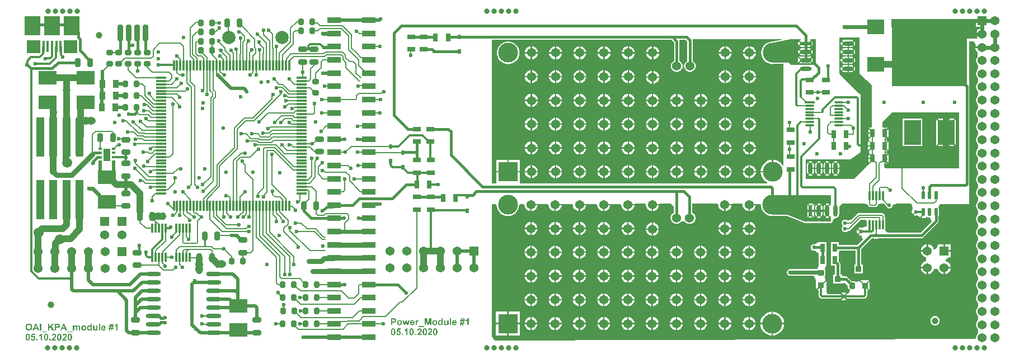
<source format=gtl>
G04*
G04 #@! TF.GenerationSoftware,Altium Limited,Altium Designer,20.0.2 (26)*
G04*
G04 Layer_Physical_Order=1*
G04 Layer_Color=5064179*
%FSLAX44Y44*%
%MOMM*%
G71*
G01*
G75*
%ADD13C,0.2000*%
%ADD14C,0.6000*%
%ADD17R,1.1000X1.9000*%
%ADD18R,0.5000X0.4000*%
G04:AMPARAMS|DCode=19|XSize=0.4mm|YSize=0.5mm|CornerRadius=0.1mm|HoleSize=0mm|Usage=FLASHONLY|Rotation=90.000|XOffset=0mm|YOffset=0mm|HoleType=Round|Shape=RoundedRectangle|*
%AMROUNDEDRECTD19*
21,1,0.4000,0.3000,0,0,90.0*
21,1,0.2000,0.5000,0,0,90.0*
1,1,0.2000,0.1500,0.1000*
1,1,0.2000,0.1500,-0.1000*
1,1,0.2000,-0.1500,-0.1000*
1,1,0.2000,-0.1500,0.1000*
%
%ADD19ROUNDEDRECTD19*%
%ADD20O,1.5000X0.3000*%
%ADD21R,1.5000X0.3000*%
G04:AMPARAMS|DCode=22|XSize=0.8mm|YSize=1.3mm|CornerRadius=0.2mm|HoleSize=0mm|Usage=FLASHONLY|Rotation=0.000|XOffset=0mm|YOffset=0mm|HoleType=Round|Shape=RoundedRectangle|*
%AMROUNDEDRECTD22*
21,1,0.8000,0.9000,0,0,0.0*
21,1,0.4000,1.3000,0,0,0.0*
1,1,0.4000,0.2000,-0.4500*
1,1,0.4000,-0.2000,-0.4500*
1,1,0.4000,-0.2000,0.4500*
1,1,0.4000,0.2000,0.4500*
%
%ADD22ROUNDEDRECTD22*%
G04:AMPARAMS|DCode=23|XSize=0.8mm|YSize=1.3mm|CornerRadius=0.2mm|HoleSize=0mm|Usage=FLASHONLY|Rotation=90.000|XOffset=0mm|YOffset=0mm|HoleType=Round|Shape=RoundedRectangle|*
%AMROUNDEDRECTD23*
21,1,0.8000,0.9000,0,0,90.0*
21,1,0.4000,1.3000,0,0,90.0*
1,1,0.4000,0.4500,0.2000*
1,1,0.4000,0.4500,-0.2000*
1,1,0.4000,-0.4500,-0.2000*
1,1,0.4000,-0.4500,0.2000*
%
%ADD23ROUNDEDRECTD23*%
G04:AMPARAMS|DCode=24|XSize=0.8mm|YSize=1mm|CornerRadius=0.2mm|HoleSize=0mm|Usage=FLASHONLY|Rotation=90.000|XOffset=0mm|YOffset=0mm|HoleType=Round|Shape=RoundedRectangle|*
%AMROUNDEDRECTD24*
21,1,0.8000,0.6000,0,0,90.0*
21,1,0.4000,1.0000,0,0,90.0*
1,1,0.4000,0.3000,0.2000*
1,1,0.4000,0.3000,-0.2000*
1,1,0.4000,-0.3000,-0.2000*
1,1,0.4000,-0.3000,0.2000*
%
%ADD24ROUNDEDRECTD24*%
G04:AMPARAMS|DCode=25|XSize=0.8mm|YSize=1mm|CornerRadius=0.2mm|HoleSize=0mm|Usage=FLASHONLY|Rotation=0.000|XOffset=0mm|YOffset=0mm|HoleType=Round|Shape=RoundedRectangle|*
%AMROUNDEDRECTD25*
21,1,0.8000,0.6000,0,0,0.0*
21,1,0.4000,1.0000,0,0,0.0*
1,1,0.4000,0.2000,-0.3000*
1,1,0.4000,-0.2000,-0.3000*
1,1,0.4000,-0.2000,0.3000*
1,1,0.4000,0.2000,0.3000*
%
%ADD25ROUNDEDRECTD25*%
%ADD26R,0.8890X1.2700*%
G04:AMPARAMS|DCode=27|XSize=2.54mm|YSize=0.9144mm|CornerRadius=0mm|HoleSize=0mm|Usage=FLASHONLY|Rotation=90.000|XOffset=0mm|YOffset=0mm|HoleType=Round|Shape=Octagon|*
%AMOCTAGOND27*
4,1,8,0.2286,1.2700,-0.2286,1.2700,-0.4572,1.0414,-0.4572,-1.0414,-0.2286,-1.2700,0.2286,-1.2700,0.4572,-1.0414,0.4572,1.0414,0.2286,1.2700,0.0*
%
%ADD27OCTAGOND27*%

%ADD28R,2.4000X3.0000*%
%ADD29R,0.4000X1.7500*%
%ADD30R,2.8000X2.0000*%
%ADD31R,1.2000X6.0000*%
G04:AMPARAMS|DCode=32|XSize=6mm|YSize=1.2mm|CornerRadius=0.3mm|HoleSize=0mm|Usage=FLASHONLY|Rotation=270.000|XOffset=0mm|YOffset=0mm|HoleType=Round|Shape=RoundedRectangle|*
%AMROUNDEDRECTD32*
21,1,6.0000,0.6000,0,0,270.0*
21,1,5.4000,1.2000,0,0,270.0*
1,1,0.6000,-0.3000,-2.7000*
1,1,0.6000,-0.3000,2.7000*
1,1,0.6000,0.3000,2.7000*
1,1,0.6000,0.3000,-2.7000*
%
%ADD32ROUNDEDRECTD32*%
%ADD33R,0.3000X1.4500*%
G04:AMPARAMS|DCode=34|XSize=0.3mm|YSize=1.45mm|CornerRadius=0.075mm|HoleSize=0mm|Usage=FLASHONLY|Rotation=0.000|XOffset=0mm|YOffset=0mm|HoleType=Round|Shape=RoundedRectangle|*
%AMROUNDEDRECTD34*
21,1,0.3000,1.3000,0,0,0.0*
21,1,0.1500,1.4500,0,0,0.0*
1,1,0.1500,0.0750,-0.6500*
1,1,0.1500,-0.0750,-0.6500*
1,1,0.1500,-0.0750,0.6500*
1,1,0.1500,0.0750,0.6500*
%
%ADD34ROUNDEDRECTD34*%
%ADD35R,1.3000X0.8000*%
%ADD36R,0.8000X1.3000*%
%ADD37R,0.5000X0.7000*%
G04:AMPARAMS|DCode=38|XSize=0.7mm|YSize=0.5mm|CornerRadius=0.125mm|HoleSize=0mm|Usage=FLASHONLY|Rotation=270.000|XOffset=0mm|YOffset=0mm|HoleType=Round|Shape=RoundedRectangle|*
%AMROUNDEDRECTD38*
21,1,0.7000,0.2500,0,0,270.0*
21,1,0.4500,0.5000,0,0,270.0*
1,1,0.2500,-0.1250,-0.2250*
1,1,0.2500,-0.1250,0.2250*
1,1,0.2500,0.1250,0.2250*
1,1,0.2500,0.1250,-0.2250*
%
%ADD38ROUNDEDRECTD38*%
%ADD39O,0.5080X1.2700*%
%ADD40R,0.5080X1.2700*%
%ADD41R,2.5000X2.3000*%
%ADD42R,1.7780X0.6000*%
%ADD43O,1.7780X0.6350*%
%ADD44R,11.4300X8.8900*%
%ADD45R,2.5400X3.8100*%
%ADD46O,0.6350X1.7780*%
%ADD47R,0.6000X1.7780*%
%ADD48R,0.9000X0.9500*%
%ADD49R,0.9000X0.9500*%
G04:AMPARAMS|DCode=50|XSize=0.9mm|YSize=0.95mm|CornerRadius=0.225mm|HoleSize=0mm|Usage=FLASHONLY|Rotation=0.000|XOffset=0mm|YOffset=0mm|HoleType=Round|Shape=RoundedRectangle|*
%AMROUNDEDRECTD50*
21,1,0.9000,0.5000,0,0,0.0*
21,1,0.4500,0.9500,0,0,0.0*
1,1,0.4500,0.2250,-0.2500*
1,1,0.4500,-0.2250,-0.2500*
1,1,0.4500,-0.2250,0.2500*
1,1,0.4500,0.2250,0.2500*
%
%ADD50ROUNDEDRECTD50*%
%ADD51R,0.9500X0.9000*%
%ADD52R,0.9500X0.9000*%
G04:AMPARAMS|DCode=53|XSize=0.9mm|YSize=0.95mm|CornerRadius=0.225mm|HoleSize=0mm|Usage=FLASHONLY|Rotation=270.000|XOffset=0mm|YOffset=0mm|HoleType=Round|Shape=RoundedRectangle|*
%AMROUNDEDRECTD53*
21,1,0.9000,0.5000,0,0,270.0*
21,1,0.4500,0.9500,0,0,270.0*
1,1,0.4500,-0.2500,-0.2250*
1,1,0.4500,-0.2500,0.2250*
1,1,0.4500,0.2500,0.2250*
1,1,0.4500,0.2500,-0.2250*
%
%ADD53ROUNDEDRECTD53*%
%ADD54O,2.3000X0.6000*%
%ADD55R,1.6000X0.3500*%
%ADD56R,0.3500X1.6000*%
%ADD57O,0.3500X1.6000*%
%ADD58R,2.1000X0.8900*%
%ADD59C,1.0000*%
%ADD119C,0.4000*%
%ADD120C,0.3000*%
%ADD121C,1.0000*%
%ADD122C,0.5000*%
%ADD123C,0.3810*%
%ADD124C,0.8000*%
%ADD125C,0.2200*%
%ADD126C,1.3720*%
%ADD127C,3.0000*%
%ADD128R,3.0000X3.0000*%
%ADD129C,1.3716*%
%ADD130R,1.3716X1.3716*%
%ADD131R,1.3716X1.3716*%
%ADD132C,2.0000*%
%ADD133C,1.5240*%
%ADD134C,1.1000*%
%ADD135C,0.6000*%
%ADD136C,1.5000*%
%ADD137C,1.2000*%
%ADD138C,0.8000*%
G36*
X3304662Y699640D02*
X3313520D01*
Y698640D01*
X3314520D01*
Y689782D01*
X3313520Y688640D01*
X3314520Y687443D01*
Y678640D01*
X3313520D01*
Y677640D01*
X3304717D01*
X3304890Y676328D01*
X3305782Y674173D01*
X3306751Y672910D01*
X3306125Y671640D01*
X3293110Y671640D01*
X3290520Y671640D01*
X3247367Y643543D01*
X3245953Y644957D01*
X3176520Y688640D01*
X3176520Y701640D01*
X3304662D01*
X3304662Y699640D01*
D02*
G37*
G36*
X3062068Y632140D02*
X3024520D01*
X3021270Y635390D01*
X2995520D01*
Y664640D01*
X3024520Y671003D01*
X3039077D01*
X3039202Y669733D01*
X3038773Y669648D01*
X3037909Y669071D01*
X3041500Y665480D01*
X3040793Y664773D01*
X3041500Y664066D01*
X3037909Y660476D01*
X3038773Y659899D01*
X3040793Y659497D01*
X3052223D01*
X3054242Y659899D01*
X3055106Y660476D01*
X3051516Y664066D01*
X3052223Y664773D01*
X3051516Y665480D01*
X3055106Y669071D01*
X3054242Y669648D01*
X3053813Y669733D01*
X3053938Y671003D01*
X3062068Y671003D01*
Y632140D01*
D02*
G37*
G36*
X1944520Y649640D02*
X1924520D01*
Y669640D01*
X1944520D01*
Y649640D01*
D02*
G37*
G36*
X1888520D02*
X1868520D01*
Y669640D01*
X1888520D01*
Y649640D01*
D02*
G37*
G36*
X3010980Y670120D02*
X2997849Y667239D01*
X2996797Y667342D01*
X2993464Y667014D01*
X2990260Y666042D01*
X2987307Y664463D01*
X2984718Y662339D01*
X2982593Y659750D01*
X2981015Y656797D01*
X2980043Y653593D01*
X2979715Y650260D01*
X2980043Y646927D01*
X2981015Y643723D01*
X2982593Y640770D01*
X2984718Y638181D01*
X2987307Y636057D01*
X2990260Y634478D01*
X2993464Y633506D01*
X2996797Y633178D01*
X2998554Y633351D01*
X3013520D01*
Y540710D01*
X3013340D01*
Y526710D01*
X3013520D01*
Y479852D01*
X3012250Y479534D01*
X3011836Y480309D01*
X3009586Y483050D01*
X3006845Y485299D01*
X3003719Y486970D01*
X3000325Y487999D01*
X2997797Y488249D01*
Y470260D01*
X2996797D01*
Y469260D01*
X2978808D01*
X2979057Y466731D01*
X2980086Y463338D01*
X2981758Y460211D01*
X2984007Y457471D01*
X2986748Y455221D01*
X2988578Y454243D01*
X2988880Y452641D01*
X2988665Y452390D01*
X2614797D01*
Y469260D01*
X2596797D01*
X2578797D01*
Y452390D01*
X2572270D01*
X2571777Y668983D01*
X2572674Y669882D01*
X2843842D01*
X2847718Y666005D01*
Y638161D01*
X2847328Y637999D01*
X2845478Y636579D01*
X2844057Y634728D01*
X2843165Y632573D01*
X2842860Y630260D01*
X2843165Y627947D01*
X2844057Y625792D01*
X2845478Y623941D01*
X2847328Y622521D01*
X2849484Y621628D01*
X2851797Y621324D01*
X2854109Y621628D01*
X2856265Y622521D01*
X2858116Y623941D01*
X2859536Y625792D01*
X2860428Y627947D01*
X2860733Y630260D01*
X2860428Y632573D01*
X2859536Y634728D01*
X2858116Y636579D01*
X2856265Y637999D01*
X2855875Y638161D01*
Y667694D01*
X2855692Y668612D01*
X2856557Y669882D01*
X2865339D01*
X2867740Y667480D01*
Y638170D01*
X2867328Y637999D01*
X2865478Y636579D01*
X2864057Y634728D01*
X2863165Y632573D01*
X2862860Y630260D01*
X2863165Y627947D01*
X2864057Y625792D01*
X2865478Y623941D01*
X2867328Y622521D01*
X2869484Y621628D01*
X2871797Y621324D01*
X2874109Y621628D01*
X2876265Y622521D01*
X2878116Y623941D01*
X2879536Y625792D01*
X2880428Y627947D01*
X2880733Y630260D01*
X2880428Y632573D01*
X2879536Y634728D01*
X2878116Y636579D01*
X2876265Y637999D01*
X2875897Y638152D01*
Y669170D01*
X2875897Y669170D01*
X2875708Y670120D01*
X2876273Y671106D01*
X2876557Y671390D01*
X3010842D01*
X3010980Y670120D01*
D02*
G37*
G36*
X3128159Y618911D02*
X3127972D01*
X3133270Y613613D01*
Y613613D01*
X3142520Y605640D01*
X3146770Y601964D01*
X3146770Y537140D01*
X3142934Y537140D01*
X3148227Y531847D01*
X3146813Y530433D01*
X3141520Y535726D01*
Y521554D01*
X3146813Y526847D01*
X3148227Y525433D01*
X3142714Y519920D01*
Y518140D01*
X3148007Y512847D01*
X3146593Y511433D01*
X3141300Y516726D01*
Y502554D01*
X3146593Y507847D01*
X3148007Y506433D01*
X3142714Y501140D01*
Y499360D01*
X3148227Y493847D01*
X3146813Y492433D01*
X3141520Y497726D01*
Y483554D01*
X3146813Y488847D01*
X3148227Y487433D01*
X3142934Y482140D01*
X3132540Y471701D01*
X3132539Y471660D01*
X3120520Y459640D01*
X3099520Y459640D01*
X3047179D01*
Y488639D01*
X3099520D01*
Y488640D01*
X3114520D01*
X3130020Y500007D01*
Y587211D01*
X3127917Y589013D01*
X3099067Y617864D01*
X3098159Y618911D01*
X3098020D01*
X3117988Y618911D01*
X3098159D01*
Y673911D01*
X3128159D01*
Y618911D01*
D02*
G37*
G36*
X3279270Y559640D02*
Y475390D01*
X3168272D01*
X3166020Y477749D01*
Y482140D01*
X3171106D01*
X3165813Y487433D01*
X3167227Y488847D01*
X3172520Y483554D01*
Y497726D01*
X3167227Y492433D01*
X3165813Y493847D01*
X3171106Y499140D01*
X3166270D01*
Y501140D01*
X3171106D01*
X3165813Y506433D01*
X3167227Y507847D01*
X3172520Y502554D01*
Y516726D01*
X3167227Y511433D01*
X3165813Y512847D01*
X3171106Y518140D01*
X3166270D01*
Y520140D01*
X3171106D01*
X3165813Y525433D01*
X3167227Y526847D01*
X3172520Y521554D01*
Y535726D01*
X3167227Y530433D01*
X3165813Y531847D01*
X3171106Y537140D01*
X3162685D01*
X3162685Y544886D01*
X3177340Y559890D01*
X3279020D01*
X3279270Y559640D01*
D02*
G37*
G36*
X3085379Y420361D02*
X3084109Y419976D01*
X3080476Y416449D01*
X3079769Y417156D01*
X3079062Y416449D01*
X3075471Y420039D01*
X3074894Y419175D01*
X3074492Y417156D01*
Y405726D01*
X3074894Y403707D01*
X3075471Y402843D01*
X3079062Y406433D01*
X3079769Y405726D01*
X3080476Y406433D01*
X3084066Y402843D01*
X3085379Y402521D01*
Y394741D01*
X3044379D01*
X3019030Y405490D01*
X2996307D01*
Y434640D01*
X3044379Y434640D01*
Y434741D01*
X3085379D01*
Y420361D01*
D02*
G37*
G36*
X3301888Y666539D02*
X3304165Y661815D01*
X3303916Y661214D01*
X3303708Y659640D01*
X3313520D01*
Y657640D01*
X3303708D01*
X3303916Y656067D01*
X3304909Y653669D01*
X3306489Y651609D01*
X3306685Y651210D01*
X3307143Y645677D01*
X3306699Y644301D01*
X3305782Y643107D01*
X3304890Y640952D01*
X3304586Y638640D01*
X3304890Y636328D01*
X3305782Y634173D01*
X3307202Y632322D01*
X3307386Y632181D01*
X3307880Y630460D01*
Y626820D01*
X3307386Y625099D01*
X3307202Y624958D01*
X3305782Y623107D01*
X3304890Y620952D01*
X3304586Y618640D01*
X3304890Y616328D01*
X3305782Y614173D01*
X3307202Y612322D01*
X3307386Y612182D01*
X3307880Y610460D01*
Y606820D01*
X3307386Y605099D01*
X3307202Y604958D01*
X3305782Y603107D01*
X3304890Y600952D01*
X3304586Y598640D01*
X3304890Y596328D01*
X3305782Y594173D01*
X3307202Y592322D01*
X3307386Y592181D01*
X3307880Y590460D01*
Y586820D01*
X3307386Y585099D01*
X3307202Y584958D01*
X3305782Y583107D01*
X3304890Y580952D01*
X3304586Y578640D01*
X3304890Y576328D01*
X3305782Y574173D01*
X3307202Y572322D01*
X3307386Y572182D01*
X3307880Y570460D01*
Y566820D01*
X3307386Y565099D01*
X3307202Y564958D01*
X3305782Y563107D01*
X3304890Y560952D01*
X3304586Y558640D01*
X3304890Y556328D01*
X3305782Y554173D01*
X3307202Y552322D01*
X3307386Y552181D01*
X3307880Y550460D01*
Y546820D01*
X3307386Y545099D01*
X3307202Y544958D01*
X3305782Y543107D01*
X3304890Y540952D01*
X3304586Y538640D01*
X3304890Y536328D01*
X3305782Y534173D01*
X3307202Y532322D01*
X3307386Y532181D01*
X3307881Y530460D01*
Y526820D01*
X3307386Y525099D01*
X3307202Y524958D01*
X3305782Y523107D01*
X3304890Y520952D01*
X3304586Y518640D01*
X3304890Y516328D01*
X3305782Y514173D01*
X3307202Y512322D01*
X3307386Y512181D01*
X3307880Y510460D01*
Y506820D01*
X3307386Y505099D01*
X3307202Y504958D01*
X3305782Y503107D01*
X3304890Y500952D01*
X3304586Y498640D01*
X3304890Y496328D01*
X3305782Y494173D01*
X3307202Y492322D01*
X3307386Y492181D01*
X3307881Y490460D01*
Y486820D01*
X3307386Y485099D01*
X3307202Y484958D01*
X3305782Y483107D01*
X3304890Y480952D01*
X3304586Y478640D01*
X3304890Y476328D01*
X3305782Y474173D01*
X3307202Y472322D01*
X3307386Y472182D01*
X3307880Y470460D01*
Y466820D01*
X3307386Y465099D01*
X3307202Y464958D01*
X3305782Y463107D01*
X3304890Y460952D01*
X3304586Y458640D01*
X3304890Y456328D01*
X3305782Y454173D01*
X3307202Y452322D01*
X3307386Y452182D01*
X3307880Y450460D01*
Y446820D01*
X3307386Y445099D01*
X3307202Y444958D01*
X3305782Y443107D01*
X3304890Y440952D01*
X3304586Y438640D01*
X3304890Y436328D01*
X3305782Y434173D01*
X3307202Y432322D01*
X3307386Y432182D01*
X3307880Y430460D01*
Y426820D01*
X3307386Y425099D01*
X3307202Y424958D01*
X3305782Y423107D01*
X3304890Y420952D01*
X3304586Y418640D01*
X3304890Y416328D01*
X3305782Y414173D01*
X3307202Y412322D01*
X3307386Y412182D01*
X3307880Y410460D01*
Y406820D01*
X3307386Y405099D01*
X3307202Y404958D01*
X3305782Y403107D01*
X3304890Y400952D01*
X3304586Y398640D01*
X3304890Y396328D01*
X3305782Y394173D01*
X3307202Y392322D01*
X3307386Y392182D01*
X3307880Y390460D01*
Y386820D01*
X3307386Y385099D01*
X3307202Y384958D01*
X3305782Y383107D01*
X3304890Y380952D01*
X3304586Y378640D01*
X3304890Y376328D01*
X3305782Y374173D01*
X3307202Y372322D01*
X3307386Y372182D01*
X3307880Y370460D01*
Y366820D01*
X3307386Y365099D01*
X3307202Y364958D01*
X3305782Y363107D01*
X3304890Y360952D01*
X3304586Y358640D01*
X3304890Y356328D01*
X3305782Y354173D01*
X3307202Y352322D01*
X3307386Y352182D01*
X3307880Y350460D01*
Y346820D01*
X3307386Y345099D01*
X3307202Y344958D01*
X3305782Y343107D01*
X3304890Y340952D01*
X3304586Y338640D01*
X3304890Y336328D01*
X3305782Y334173D01*
X3307202Y332322D01*
X3307386Y332182D01*
X3307881Y330460D01*
Y326820D01*
X3307386Y325099D01*
X3307202Y324958D01*
X3305782Y323107D01*
X3304890Y320952D01*
X3304586Y318640D01*
X3304890Y316328D01*
X3305782Y314173D01*
X3307202Y312322D01*
X3307386Y312181D01*
X3307880Y310460D01*
Y306820D01*
X3307386Y305099D01*
X3307202Y304958D01*
X3305782Y303107D01*
X3304890Y300952D01*
X3304586Y298640D01*
X3304890Y296328D01*
X3305782Y294173D01*
X3307202Y292322D01*
X3307386Y292181D01*
X3307880Y290460D01*
Y286820D01*
X3307386Y285099D01*
X3307202Y284958D01*
X3305782Y283107D01*
X3304890Y280952D01*
X3304586Y278640D01*
X3304890Y276328D01*
X3305782Y274173D01*
X3307202Y272322D01*
X3307386Y272181D01*
X3307880Y270460D01*
Y266820D01*
X3307386Y265099D01*
X3307202Y264958D01*
X3305782Y263107D01*
X3304890Y260952D01*
X3304586Y258640D01*
X3304890Y256328D01*
X3305782Y254173D01*
X3307202Y252322D01*
X3307386Y252181D01*
X3307880Y250460D01*
Y246820D01*
X3307386Y245099D01*
X3307202Y244958D01*
X3305782Y243107D01*
X3304890Y240952D01*
X3304586Y238640D01*
X3304890Y236328D01*
X3305782Y234173D01*
X3307202Y232322D01*
X3307386Y232181D01*
X3307880Y230460D01*
Y226820D01*
X3307386Y225099D01*
X3307202Y224958D01*
X3305782Y223107D01*
X3304890Y220952D01*
X3304586Y218640D01*
X3303125Y216969D01*
X2576720Y214569D01*
X2571746Y220552D01*
X2571745Y421519D01*
X2578152Y421522D01*
X2579225Y420340D01*
X2579553Y417007D01*
X2580525Y413803D01*
X2582103Y410850D01*
X2584228Y408261D01*
X2586816Y406137D01*
X2589770Y404558D01*
X2592974Y403586D01*
X2596307Y403258D01*
X2599639Y403586D01*
X2602844Y404558D01*
X2605797Y406137D01*
X2608386Y408261D01*
X2610510Y410850D01*
X2612089Y413803D01*
X2613061Y417007D01*
X2613389Y420340D01*
X2614458Y421520D01*
X2620348Y421495D01*
X2621362Y420340D01*
X2621700Y417766D01*
X2622694Y415367D01*
X2624275Y413308D01*
X2626334Y411727D01*
X2628733Y410734D01*
X2630307Y410527D01*
Y420340D01*
X2631307D01*
Y421340D01*
X2642128D01*
X2642318Y421557D01*
X2656954Y421565D01*
X2658028Y420340D01*
X2658367Y417766D01*
X2659361Y415367D01*
X2660941Y413308D01*
X2663001Y411727D01*
X2665399Y410734D01*
X2666973Y410527D01*
Y420340D01*
X2667973D01*
Y421340D01*
X2678795D01*
X2679002Y421576D01*
X2693603Y421584D01*
X2694695Y420340D01*
X2695034Y417766D01*
X2696027Y415367D01*
X2697608Y413308D01*
X2699667Y411727D01*
X2702066Y410734D01*
X2703640Y410527D01*
Y420340D01*
X2704640D01*
Y421340D01*
X2715461D01*
X2715686Y421596D01*
X2730252Y421604D01*
X2731361Y420340D01*
X2731700Y417766D01*
X2732694Y415367D01*
X2734274Y413308D01*
X2736334Y411727D01*
X2738733Y410734D01*
X2740307Y410527D01*
Y420340D01*
X2741306D01*
Y421340D01*
X2752128D01*
X2752370Y421616D01*
X2766902Y421624D01*
X2768028Y420340D01*
X2768367Y417766D01*
X2769361Y415367D01*
X2770941Y413308D01*
X2773001Y411727D01*
X2775399Y410734D01*
X2776973Y410527D01*
Y420340D01*
X2777973D01*
Y421340D01*
X2788795D01*
X2789054Y421636D01*
X2803884Y421644D01*
X2805028Y420340D01*
X2805367Y417766D01*
X2806360Y415367D01*
X2807941Y413308D01*
X2810001Y411727D01*
X2812399Y410734D01*
X2813973Y410527D01*
Y420340D01*
X2814973D01*
Y421340D01*
X2825795D01*
X2826071Y421656D01*
X2842910Y421665D01*
X2847153Y417423D01*
Y408210D01*
X2846838Y408079D01*
X2844987Y406659D01*
X2843567Y404808D01*
X2842675Y402653D01*
X2842370Y400340D01*
X2842675Y398027D01*
X2843567Y395872D01*
X2844987Y394021D01*
X2846838Y392601D01*
X2848994Y391708D01*
X2851306Y391404D01*
X2853619Y391708D01*
X2855775Y392601D01*
X2857625Y394021D01*
X2857765Y394202D01*
X2859481Y394696D01*
X2863132D01*
X2864848Y394202D01*
X2864987Y394021D01*
X2866838Y392601D01*
X2868994Y391708D01*
X2871306Y391404D01*
X2873619Y391708D01*
X2875775Y392601D01*
X2877625Y394021D01*
X2879046Y395872D01*
X2879938Y398027D01*
X2880243Y400340D01*
X2879938Y402653D01*
X2879046Y404808D01*
X2877625Y406659D01*
X2875775Y408079D01*
X2874871Y408454D01*
Y421682D01*
X2913499Y421702D01*
X2914695Y420340D01*
X2915034Y417766D01*
X2916027Y415367D01*
X2917607Y413308D01*
X2919667Y411727D01*
X2922066Y410734D01*
X2923640Y410527D01*
Y420340D01*
X2924640D01*
Y421340D01*
X2935461D01*
X2935789Y421714D01*
X2950149Y421722D01*
X2951361Y420340D01*
X2951700Y417766D01*
X2952694Y415367D01*
X2954274Y413308D01*
X2956334Y411727D01*
X2958732Y410734D01*
X2960306Y410527D01*
Y420340D01*
X2961306D01*
Y421340D01*
X2972128D01*
X2972188Y421408D01*
X2978227Y421440D01*
X2979225Y420340D01*
X2979553Y417007D01*
X2980525Y413803D01*
X2982103Y410850D01*
X2984228Y408261D01*
X2986816Y406137D01*
X2989770Y404558D01*
X2992974Y403586D01*
X2996307Y403258D01*
X2998266Y403451D01*
X3018615D01*
X3043583Y392864D01*
X3043591Y392862D01*
X3043598Y392857D01*
X3043982Y392781D01*
X3044362Y392702D01*
X3044370Y392704D01*
X3044379Y392702D01*
X3085379D01*
X3086159Y392857D01*
X3086821Y393299D01*
X3087263Y393961D01*
X3087418Y394741D01*
Y395658D01*
X3087756Y396269D01*
X3092250Y400349D01*
X3092839Y400466D01*
X3094269Y400750D01*
X3095981Y401894D01*
X3097125Y403606D01*
X3097527Y405625D01*
Y415729D01*
X3099123Y418715D01*
X3101792Y421489D01*
X3102249Y421726D01*
X3134632Y421704D01*
X3140461Y420812D01*
X3140461Y420812D01*
X3140694Y419641D01*
X3141357Y418649D01*
X3142529Y417477D01*
X3142529Y417477D01*
X3143521Y416814D01*
X3143521Y416814D01*
X3144691Y416581D01*
X3144692Y416581D01*
X3152348Y416581D01*
X3152349Y416581D01*
X3152349Y416581D01*
X3153519Y416814D01*
X3154511Y417477D01*
X3155683Y418649D01*
X3155683Y418649D01*
X3156346Y419641D01*
X3156346Y419641D01*
X3156579Y420812D01*
X3162404Y421686D01*
X3165401Y421684D01*
X3168665Y418419D01*
X3168810Y417689D01*
X3168810Y417689D01*
X3169729Y416314D01*
X3169915Y416035D01*
X3169915Y416035D01*
X3171569Y414930D01*
X3173520Y414542D01*
X3173520Y414542D01*
X3173849Y414608D01*
X3175471Y414930D01*
X3175471Y414930D01*
X3177125Y416035D01*
X3178230Y417689D01*
X3178618Y419640D01*
X3184331Y421671D01*
X3206163Y421656D01*
X3207828Y420075D01*
X3209194Y413966D01*
X3207868Y411981D01*
X3207403Y409640D01*
X3207868Y407299D01*
X3208628Y406162D01*
X3212813Y410347D01*
X3214227Y408933D01*
X3210042Y404748D01*
X3211179Y403988D01*
X3213520Y403522D01*
X3215861Y403988D01*
X3220056Y401905D01*
X3224288Y406137D01*
X3225702Y404723D01*
X3221848Y400869D01*
X3222833Y400211D01*
X3224995Y399781D01*
X3227157Y400211D01*
X3228989Y401436D01*
X3232749Y401153D01*
X3233967Y400911D01*
X3234520Y400801D01*
X3235005Y400502D01*
X3237697Y395175D01*
X3220333Y377812D01*
X3171952D01*
X3167020Y380390D01*
Y398890D01*
X3167020Y398890D01*
X3166579Y403468D01*
X3166475Y403990D01*
X3166346Y404639D01*
X3166346Y404639D01*
X3165683Y405631D01*
X3165683Y405631D01*
X3164511Y406803D01*
X3163519Y407466D01*
X3162349Y407699D01*
X3162349Y407699D01*
X3162348Y407699D01*
X3127520D01*
X3126349Y407466D01*
X3125357Y406803D01*
X3125357Y406803D01*
X3115826Y397272D01*
X3110122Y396244D01*
X3110122D01*
X3108747Y397163D01*
X3108468Y397350D01*
X3108468Y397350D01*
X3106518Y397738D01*
X3104567Y397350D01*
X3104567Y397350D01*
X3104566Y397349D01*
X3102913Y396245D01*
X3102913Y396244D01*
X3101808Y394590D01*
X3101808Y394590D01*
X3101420Y392640D01*
X3101419Y392640D01*
X3101808Y390689D01*
X3102627Y388142D01*
X3101810Y385591D01*
X3101422Y383640D01*
X3101810Y381689D01*
X3101810Y381689D01*
X3101810Y381689D01*
X3102915Y380035D01*
X3104290Y379117D01*
X3104569Y378930D01*
X3104569Y378930D01*
X3106520Y378542D01*
X3106520Y378542D01*
X3106849Y378607D01*
X3108471Y378930D01*
X3110125Y380035D01*
X3110125Y380035D01*
X3110490Y380581D01*
X3112177D01*
X3112177Y380581D01*
X3113347Y380814D01*
X3114340Y381477D01*
X3130444Y397581D01*
X3137764D01*
X3138947Y396140D01*
Y387892D01*
X3138783Y387736D01*
X3132946Y385235D01*
X3132861Y385292D01*
X3130520Y385757D01*
X3128179Y385292D01*
X3127042Y384532D01*
X3131227Y380347D01*
X3130520Y379640D01*
X3131227Y378933D01*
X3127042Y374748D01*
X3128179Y373988D01*
X3130520Y373522D01*
X3133440Y367986D01*
X3124922Y359468D01*
X3097270D01*
Y363890D01*
X3085270D01*
Y351410D01*
X3085270Y346890D01*
X3085270Y340890D01*
Y328410D01*
X3091152D01*
Y314200D01*
X3088480D01*
Y301200D01*
X3101980D01*
Y301200D01*
X3106006Y301685D01*
X3110897Y297203D01*
Y295440D01*
X3111227Y293782D01*
X3112166Y292376D01*
X3113572Y291437D01*
X3113777Y291396D01*
X3113308Y287943D01*
X3110686Y285609D01*
X3109957Y285663D01*
X3105934Y281640D01*
X3109503Y278071D01*
X3134723D01*
X3136088Y278343D01*
X3137246Y279117D01*
X3139003Y280874D01*
X3139777Y282032D01*
X3140049Y283397D01*
Y290190D01*
X3142566D01*
X3135773Y296983D01*
X3136730Y297940D01*
X3136480Y298190D01*
X3135773Y297483D01*
X3128980Y304276D01*
Y304224D01*
X3128632Y304083D01*
X3122980Y303226D01*
X3122794Y303504D01*
X3121388Y304443D01*
X3119730Y304773D01*
X3116664D01*
X3110854Y310584D01*
X3109531Y311468D01*
X3107970Y311778D01*
X3107970Y311778D01*
X3101980D01*
Y314200D01*
X3099308D01*
Y330450D01*
X3098998Y332011D01*
X3098114Y333334D01*
X3098114Y333334D01*
X3097270Y334178D01*
X3097270Y345410D01*
X3097507Y351312D01*
X3122534D01*
Y329690D01*
X3120480D01*
Y316190D01*
X3133480D01*
Y329690D01*
X3130690D01*
Y353701D01*
X3146631Y369642D01*
X3150624D01*
X3151569Y369010D01*
X3153520Y368622D01*
X3155471Y369010D01*
X3156436Y369655D01*
X3222023D01*
X3222023Y369655D01*
X3223583Y369965D01*
X3224907Y370849D01*
X3246929Y392872D01*
X3246929Y392872D01*
X3247813Y394195D01*
X3248123Y395756D01*
Y403362D01*
X3248322Y403659D01*
X3248674Y405430D01*
Y413050D01*
X3248322Y414821D01*
X3247782Y415629D01*
X3248577Y418656D01*
X3250180Y421627D01*
X3294020Y421598D01*
X3294020Y450022D01*
X3294288Y450422D01*
X3294598Y451983D01*
Y599640D01*
X3294288Y601201D01*
X3294020Y601602D01*
X3294020Y667815D01*
X3300572D01*
X3301888Y666539D01*
D02*
G37*
G36*
X1999129Y237690D02*
X2000095D01*
Y236136D01*
X1998819D01*
X1998397Y234071D01*
X2000095D01*
Y232517D01*
X1998075D01*
X1997531Y229809D01*
X1995977D01*
X1996510Y232517D01*
X1994956D01*
X1994401Y229809D01*
X1992825D01*
X1993369Y232517D01*
X1992425D01*
Y234071D01*
X1993690D01*
X1994101Y236136D01*
X1992425D01*
Y237690D01*
X1994423D01*
X1994978Y240398D01*
X1996543D01*
X1995999Y237690D01*
X1997531D01*
X1998075Y240398D01*
X1999684D01*
X1999129Y237690D01*
D02*
G37*
G36*
X1966751Y229987D02*
X1964931D01*
Y231063D01*
X1964909Y231041D01*
X1964886Y231008D01*
X1964853Y230975D01*
X1964753Y230852D01*
X1964631Y230719D01*
X1964465Y230564D01*
X1964287Y230397D01*
X1964076Y230253D01*
X1963854Y230120D01*
X1963843D01*
X1963832Y230109D01*
X1963788Y230098D01*
X1963743Y230075D01*
X1963621Y230020D01*
X1963466Y229975D01*
X1963277Y229920D01*
X1963066Y229865D01*
X1962844Y229831D01*
X1962611Y229820D01*
X1962556D01*
X1962489Y229831D01*
X1962400D01*
X1962289Y229853D01*
X1962156Y229876D01*
X1962012Y229909D01*
X1961856Y229953D01*
X1961690Y229998D01*
X1961512Y230064D01*
X1961335Y230153D01*
X1961146Y230253D01*
X1960968Y230364D01*
X1960780Y230508D01*
X1960602Y230664D01*
X1960424Y230841D01*
X1960413Y230852D01*
X1960391Y230886D01*
X1960336Y230952D01*
X1960280Y231030D01*
X1960213Y231141D01*
X1960136Y231263D01*
X1960058Y231418D01*
X1959969Y231585D01*
X1959880Y231785D01*
X1959803Y231996D01*
X1959725Y232240D01*
X1959658Y232495D01*
X1959603Y232773D01*
X1959559Y233072D01*
X1959525Y233394D01*
X1959514Y233727D01*
Y233749D01*
Y233816D01*
X1959525Y233905D01*
Y234038D01*
X1959536Y234193D01*
X1959559Y234371D01*
X1959592Y234582D01*
X1959625Y234793D01*
X1959669Y235026D01*
X1959725Y235259D01*
X1959803Y235492D01*
X1959880Y235736D01*
X1959980Y235969D01*
X1960102Y236191D01*
X1960236Y236402D01*
X1960391Y236591D01*
X1960402Y236602D01*
X1960435Y236635D01*
X1960480Y236680D01*
X1960546Y236746D01*
X1960635Y236824D01*
X1960746Y236902D01*
X1960868Y236991D01*
X1961001Y237090D01*
X1961157Y237179D01*
X1961335Y237268D01*
X1961512Y237346D01*
X1961712Y237423D01*
X1961923Y237490D01*
X1962145Y237534D01*
X1962389Y237568D01*
X1962633Y237579D01*
X1962689D01*
X1962755Y237568D01*
X1962844D01*
X1962955Y237546D01*
X1963077Y237523D01*
X1963210Y237490D01*
X1963366Y237446D01*
X1963532Y237390D01*
X1963710Y237324D01*
X1963887Y237235D01*
X1964065Y237135D01*
X1964254Y237024D01*
X1964431Y236880D01*
X1964609Y236724D01*
X1964787Y236535D01*
Y240232D01*
X1966751D01*
Y229987D01*
D02*
G37*
G36*
X1947038Y237568D02*
X1947116Y237557D01*
X1947304Y237534D01*
X1947515Y237501D01*
X1947748Y237435D01*
X1947981Y237357D01*
X1948203Y237246D01*
X1948215D01*
X1948226Y237235D01*
X1948292Y237179D01*
X1948392Y237102D01*
X1948525Y237002D01*
X1948658Y236857D01*
X1948803Y236691D01*
X1948936Y236491D01*
X1949047Y236269D01*
X1949058Y236247D01*
X1949069Y236214D01*
X1949080Y236180D01*
X1949091Y236125D01*
X1949114Y236058D01*
X1949136Y235992D01*
X1949158Y235903D01*
X1949169Y235792D01*
X1949191Y235681D01*
X1949214Y235559D01*
X1949225Y235414D01*
X1949236Y235270D01*
X1949247Y235104D01*
X1949258Y234915D01*
Y234726D01*
Y229987D01*
X1947293D01*
Y234227D01*
Y234238D01*
Y234271D01*
Y234327D01*
Y234404D01*
X1947282Y234493D01*
Y234593D01*
X1947271Y234826D01*
X1947238Y235059D01*
X1947204Y235303D01*
X1947182Y235403D01*
X1947149Y235503D01*
X1947116Y235592D01*
X1947082Y235659D01*
X1947071Y235681D01*
X1947027Y235725D01*
X1946971Y235792D01*
X1946883Y235870D01*
X1946761Y235947D01*
X1946616Y236014D01*
X1946450Y236058D01*
X1946250Y236080D01*
X1946183D01*
X1946106Y236069D01*
X1945995Y236047D01*
X1945884Y236014D01*
X1945750Y235969D01*
X1945617Y235914D01*
X1945473Y235825D01*
X1945462Y235814D01*
X1945417Y235781D01*
X1945351Y235714D01*
X1945273Y235636D01*
X1945184Y235536D01*
X1945096Y235403D01*
X1945018Y235259D01*
X1944951Y235081D01*
X1944940Y235059D01*
Y235026D01*
X1944929Y234993D01*
X1944918Y234937D01*
X1944907Y234870D01*
X1944885Y234804D01*
X1944874Y234715D01*
X1944862Y234615D01*
X1944840Y234493D01*
X1944829Y234371D01*
X1944818Y234238D01*
X1944807Y234082D01*
Y233916D01*
X1944796Y233738D01*
Y233550D01*
Y229987D01*
X1942831D01*
Y234049D01*
Y234060D01*
Y234093D01*
Y234149D01*
Y234227D01*
Y234315D01*
Y234415D01*
X1942820Y234637D01*
X1942809Y234870D01*
X1942787Y235104D01*
X1942776Y235203D01*
X1942753Y235303D01*
X1942742Y235381D01*
X1942720Y235448D01*
Y235459D01*
X1942698Y235503D01*
X1942676Y235559D01*
X1942642Y235625D01*
X1942543Y235781D01*
X1942476Y235858D01*
X1942398Y235925D01*
X1942387Y235936D01*
X1942354Y235947D01*
X1942310Y235969D01*
X1942243Y236003D01*
X1942154Y236036D01*
X1942054Y236058D01*
X1941932Y236069D01*
X1941799Y236080D01*
X1941721D01*
X1941632Y236069D01*
X1941521Y236047D01*
X1941399Y236014D01*
X1941266Y235969D01*
X1941122Y235914D01*
X1940977Y235825D01*
X1940966Y235814D01*
X1940922Y235781D01*
X1940855Y235725D01*
X1940778Y235648D01*
X1940700Y235548D01*
X1940611Y235425D01*
X1940533Y235281D01*
X1940467Y235115D01*
X1940456Y235093D01*
Y235070D01*
X1940445Y235026D01*
X1940434Y234981D01*
X1940423Y234915D01*
X1940400Y234837D01*
X1940389Y234760D01*
X1940378Y234660D01*
X1940356Y234549D01*
X1940345Y234415D01*
X1940334Y234282D01*
X1940323Y234127D01*
Y233960D01*
X1940311Y233783D01*
Y233594D01*
Y229987D01*
X1938347Y229987D01*
Y237412D01*
X1940156Y237412D01*
Y236391D01*
X1940167Y236402D01*
X1940201Y236447D01*
X1940256Y236502D01*
X1940334Y236580D01*
X1940423Y236669D01*
X1940533Y236769D01*
X1940667Y236880D01*
X1940811Y236991D01*
X1940966Y237102D01*
X1941144Y237201D01*
X1941333Y237301D01*
X1941532Y237390D01*
X1941754Y237468D01*
X1941976Y237523D01*
X1942221Y237568D01*
X1942465Y237579D01*
X1942587D01*
X1942642Y237568D01*
X1942720D01*
X1942887Y237546D01*
X1943075Y237501D01*
X1943286Y237457D01*
X1943497Y237379D01*
X1943697Y237279D01*
X1943708D01*
X1943719Y237268D01*
X1943786Y237224D01*
X1943886Y237157D01*
X1944008Y237057D01*
X1944141Y236935D01*
X1944285Y236780D01*
X1944429Y236602D01*
X1944563Y236391D01*
X1944574Y236402D01*
X1944585Y236413D01*
X1944607Y236447D01*
X1944651Y236491D01*
X1944751Y236591D01*
X1944874Y236724D01*
X1945040Y236868D01*
X1945218Y237024D01*
X1945406Y237157D01*
X1945617Y237279D01*
X1945628D01*
X1945639Y237290D01*
X1945673Y237313D01*
X1945717Y237324D01*
X1945828Y237379D01*
X1945983Y237435D01*
X1946161Y237479D01*
X1946372Y237534D01*
X1946594Y237568D01*
X1946827Y237579D01*
X1946960D01*
X1947038Y237568D01*
D02*
G37*
G36*
X1905525Y236247D02*
X1909598Y229987D01*
X1906923D01*
X1904093Y234793D01*
X1902428Y233072D01*
Y229987D01*
X1900363D01*
Y240232D01*
X1902428D01*
Y235681D01*
X1906613Y240232D01*
X1909398D01*
X1905525Y236247D01*
D02*
G37*
G36*
X1975387Y229987D02*
X1973566D01*
Y231085D01*
X1973544Y231074D01*
X1973522Y231041D01*
X1973489Y230997D01*
X1973400Y230886D01*
X1973278Y230753D01*
X1973123Y230608D01*
X1972945Y230442D01*
X1972723Y230297D01*
X1972490Y230153D01*
X1972479D01*
X1972457Y230142D01*
X1972423Y230120D01*
X1972379Y230098D01*
X1972312Y230075D01*
X1972246Y230053D01*
X1972068Y229987D01*
X1971868Y229931D01*
X1971624Y229876D01*
X1971369Y229831D01*
X1971102Y229820D01*
X1970980D01*
X1970914Y229831D01*
X1970836Y229842D01*
X1970658Y229865D01*
X1970447Y229898D01*
X1970225Y229953D01*
X1969992Y230031D01*
X1969759Y230142D01*
X1969748D01*
X1969737Y230153D01*
X1969704Y230175D01*
X1969659Y230209D01*
X1969559Y230275D01*
X1969437Y230386D01*
X1969293Y230508D01*
X1969149Y230675D01*
X1969016Y230852D01*
X1968905Y231063D01*
Y231074D01*
X1968893Y231097D01*
X1968882Y231130D01*
X1968860Y231174D01*
X1968849Y231230D01*
X1968827Y231308D01*
X1968805Y231396D01*
X1968783Y231496D01*
X1968749Y231607D01*
X1968727Y231729D01*
X1968705Y231863D01*
X1968694Y232007D01*
X1968672Y232162D01*
X1968660Y232340D01*
X1968649Y232706D01*
Y237412D01*
X1970614D01*
Y233994D01*
Y233971D01*
Y233927D01*
Y233849D01*
Y233749D01*
Y233616D01*
X1970625Y233483D01*
Y233328D01*
Y233172D01*
X1970636Y232839D01*
X1970647Y232673D01*
X1970658Y232528D01*
X1970669Y232384D01*
X1970681Y232262D01*
X1970692Y232151D01*
X1970714Y232073D01*
X1970725Y232062D01*
X1970736Y232018D01*
X1970769Y231951D01*
X1970803Y231874D01*
X1970858Y231785D01*
X1970925Y231696D01*
X1971002Y231607D01*
X1971102Y231518D01*
X1971113Y231507D01*
X1971158Y231485D01*
X1971213Y231452D01*
X1971302Y231418D01*
X1971413Y231385D01*
X1971535Y231352D01*
X1971680Y231330D01*
X1971835Y231319D01*
X1971924D01*
X1972012Y231330D01*
X1972135Y231352D01*
X1972268Y231385D01*
X1972423Y231430D01*
X1972579Y231496D01*
X1972723Y231585D01*
X1972745Y231596D01*
X1972789Y231640D01*
X1972856Y231696D01*
X1972945Y231774D01*
X1973034Y231874D01*
X1973123Y231996D01*
X1973200Y232129D01*
X1973267Y232273D01*
X1973278Y232295D01*
Y232318D01*
X1973289Y232362D01*
X1973300Y232417D01*
X1973311Y232484D01*
X1973333Y232573D01*
X1973345Y232673D01*
X1973356Y232795D01*
X1973378Y232939D01*
X1973389Y233106D01*
X1973400Y233294D01*
X1973411Y233494D01*
Y233727D01*
X1973422Y233983D01*
Y234271D01*
Y237412D01*
X1975387D01*
Y229987D01*
D02*
G37*
G36*
X2005889D02*
X2003924D01*
Y237368D01*
X2003913Y237357D01*
X2003880Y237324D01*
X2003813Y237268D01*
X2003736Y237201D01*
X2003636Y237124D01*
X2003503Y237024D01*
X2003369Y236913D01*
X2003203Y236802D01*
X2003025Y236680D01*
X2002837Y236558D01*
X2002626Y236436D01*
X2002404Y236313D01*
X2002171Y236191D01*
X2001915Y236080D01*
X2001660Y235980D01*
X2001394Y235881D01*
Y237668D01*
X2001405D01*
X2001427Y237679D01*
X2001471Y237690D01*
X2001527Y237712D01*
X2001605Y237745D01*
X2001682Y237779D01*
X2001782Y237823D01*
X2001893Y237878D01*
X2002137Y238001D01*
X2002415Y238167D01*
X2002726Y238367D01*
X2003059Y238611D01*
X2003070Y238622D01*
X2003103Y238644D01*
X2003147Y238678D01*
X2003203Y238733D01*
X2003281Y238800D01*
X2003358Y238889D01*
X2003447Y238977D01*
X2003547Y239088D01*
X2003758Y239333D01*
X2003958Y239610D01*
X2004146Y239921D01*
X2004224Y240087D01*
X2004291Y240265D01*
X2005889D01*
Y229987D01*
D02*
G37*
G36*
X1979394D02*
X1977429D01*
Y240232D01*
X1979394D01*
Y229987D01*
D02*
G37*
G36*
X1929467Y229987D02*
X1927214D01*
X1926315Y232318D01*
X1922219D01*
X1921364Y229987D01*
X1919178D01*
X1923162Y240232D01*
X1925360D01*
X1929467Y229987D01*
D02*
G37*
G36*
X1914626Y240221D02*
X1914804D01*
X1915004Y240210D01*
X1915426Y240198D01*
X1915625Y240176D01*
X1915825Y240165D01*
X1916014Y240154D01*
X1916181Y240132D01*
X1916325Y240098D01*
X1916447Y240076D01*
X1916458D01*
X1916491Y240065D01*
X1916536Y240054D01*
X1916591Y240032D01*
X1916669Y239999D01*
X1916758Y239965D01*
X1916958Y239865D01*
X1917191Y239732D01*
X1917435Y239555D01*
X1917568Y239444D01*
X1917690Y239333D01*
X1917812Y239210D01*
X1917923Y239066D01*
X1917934Y239055D01*
X1917945Y239033D01*
X1917979Y238988D01*
X1918012Y238933D01*
X1918067Y238855D01*
X1918112Y238755D01*
X1918167Y238655D01*
X1918223Y238533D01*
X1918278Y238389D01*
X1918334Y238245D01*
X1918389Y238078D01*
X1918434Y237901D01*
X1918467Y237712D01*
X1918500Y237512D01*
X1918512Y237290D01*
X1918523Y237068D01*
Y237057D01*
Y237024D01*
Y236979D01*
Y236913D01*
X1918512Y236835D01*
X1918500Y236735D01*
X1918489Y236635D01*
X1918478Y236513D01*
X1918434Y236269D01*
X1918378Y236003D01*
X1918289Y235736D01*
X1918179Y235481D01*
Y235470D01*
X1918167Y235459D01*
X1918145Y235425D01*
X1918112Y235381D01*
X1918045Y235259D01*
X1917945Y235115D01*
X1917812Y234959D01*
X1917668Y234793D01*
X1917490Y234626D01*
X1917302Y234471D01*
X1917290D01*
X1917279Y234460D01*
X1917213Y234415D01*
X1917113Y234349D01*
X1916969Y234271D01*
X1916813Y234193D01*
X1916636Y234116D01*
X1916436Y234049D01*
X1916236Y233994D01*
X1916225D01*
X1916203Y233983D01*
X1916158D01*
X1916103Y233971D01*
X1916025Y233960D01*
X1915925Y233949D01*
X1915814Y233938D01*
X1915692Y233927D01*
X1915548Y233905D01*
X1915381Y233894D01*
X1915204Y233883D01*
X1915015Y233871D01*
X1914804Y233860D01*
X1914582D01*
X1914338Y233849D01*
X1912740D01*
Y229987D01*
X1910675D01*
Y240232D01*
X1914449D01*
X1914626Y240221D01*
D02*
G37*
G36*
X1890407Y229987D02*
X1888342D01*
Y240232D01*
X1890407D01*
Y229987D01*
D02*
G37*
G36*
X1887321D02*
X1885068D01*
X1884169Y232318D01*
X1880073D01*
X1879218Y229987D01*
X1877032D01*
X1881016Y240232D01*
X1883214D01*
X1887321Y229987D01*
D02*
G37*
G36*
X1984378Y237568D02*
X1984500Y237557D01*
X1984633Y237546D01*
X1984799Y237523D01*
X1984977Y237490D01*
X1985166Y237446D01*
X1985377Y237379D01*
X1985588Y237313D01*
X1985798Y237224D01*
X1986021Y237113D01*
X1986231Y236991D01*
X1986442Y236846D01*
X1986642Y236669D01*
X1986831Y236480D01*
X1986842Y236469D01*
X1986875Y236425D01*
X1986920Y236369D01*
X1986975Y236280D01*
X1987053Y236158D01*
X1987130Y236014D01*
X1987219Y235847D01*
X1987308Y235659D01*
X1987397Y235437D01*
X1987475Y235181D01*
X1987552Y234915D01*
X1987619Y234615D01*
X1987674Y234282D01*
X1987719Y233927D01*
X1987752Y233550D01*
Y233139D01*
X1982835D01*
Y233128D01*
Y233106D01*
Y233050D01*
X1982846Y232995D01*
X1982857Y232917D01*
X1982868Y232828D01*
X1982901Y232639D01*
X1982957Y232417D01*
X1983035Y232184D01*
X1983146Y231962D01*
X1983301Y231763D01*
X1983312D01*
X1983323Y231740D01*
X1983379Y231685D01*
X1983479Y231607D01*
X1983612Y231530D01*
X1983778Y231441D01*
X1983978Y231363D01*
X1984200Y231308D01*
X1984322Y231296D01*
X1984444Y231285D01*
X1984522D01*
X1984600Y231296D01*
X1984711Y231319D01*
X1984833Y231341D01*
X1984955Y231385D01*
X1985088Y231452D01*
X1985210Y231530D01*
X1985221Y231541D01*
X1985266Y231574D01*
X1985321Y231640D01*
X1985388Y231729D01*
X1985477Y231840D01*
X1985554Y231985D01*
X1985632Y232151D01*
X1985699Y232351D01*
X1987652Y232018D01*
Y232007D01*
X1987630Y231973D01*
X1987608Y231918D01*
X1987585Y231840D01*
X1987541Y231751D01*
X1987486Y231652D01*
X1987430Y231530D01*
X1987363Y231407D01*
X1987197Y231141D01*
X1986986Y230875D01*
X1986742Y230608D01*
X1986598Y230486D01*
X1986453Y230375D01*
X1986442Y230364D01*
X1986420Y230353D01*
X1986376Y230320D01*
X1986309Y230286D01*
X1986231Y230242D01*
X1986131Y230198D01*
X1986021Y230153D01*
X1985898Y230098D01*
X1985754Y230042D01*
X1985599Y229998D01*
X1985432Y229953D01*
X1985255Y229909D01*
X1985066Y229876D01*
X1984855Y229842D01*
X1984644Y229831D01*
X1984422Y229820D01*
X1984333D01*
X1984233Y229831D01*
X1984100Y229842D01*
X1983945Y229853D01*
X1983756Y229887D01*
X1983556Y229920D01*
X1983334Y229975D01*
X1983101Y230042D01*
X1982868Y230131D01*
X1982635Y230231D01*
X1982391Y230353D01*
X1982169Y230497D01*
X1981947Y230664D01*
X1981747Y230852D01*
X1981558Y231074D01*
X1981547Y231085D01*
X1981525Y231119D01*
X1981492Y231174D01*
X1981447Y231263D01*
X1981392Y231363D01*
X1981325Y231474D01*
X1981259Y231618D01*
X1981192Y231774D01*
X1981125Y231951D01*
X1981059Y232151D01*
X1980992Y232362D01*
X1980937Y232584D01*
X1980892Y232828D01*
X1980859Y233083D01*
X1980837Y233361D01*
X1980826Y233638D01*
Y233661D01*
Y233716D01*
X1980837Y233816D01*
Y233938D01*
X1980859Y234093D01*
X1980881Y234282D01*
X1980903Y234471D01*
X1980948Y234693D01*
X1980992Y234915D01*
X1981059Y235148D01*
X1981137Y235392D01*
X1981225Y235636D01*
X1981336Y235870D01*
X1981470Y236103D01*
X1981614Y236325D01*
X1981780Y236524D01*
X1981791Y236535D01*
X1981825Y236569D01*
X1981880Y236624D01*
X1981958Y236691D01*
X1982047Y236769D01*
X1982169Y236857D01*
X1982302Y236957D01*
X1982446Y237057D01*
X1982613Y237146D01*
X1982802Y237246D01*
X1983001Y237335D01*
X1983223Y237412D01*
X1983445Y237479D01*
X1983690Y237534D01*
X1983956Y237568D01*
X1984222Y237579D01*
X1984300D01*
X1984378Y237568D01*
D02*
G37*
G36*
X1954741D02*
X1954852Y237557D01*
X1954996Y237546D01*
X1955163Y237523D01*
X1955352Y237490D01*
X1955551Y237446D01*
X1955762Y237379D01*
X1955984Y237313D01*
X1956217Y237224D01*
X1956440Y237113D01*
X1956673Y236991D01*
X1956906Y236846D01*
X1957117Y236669D01*
X1957328Y236480D01*
X1957339Y236469D01*
X1957372Y236425D01*
X1957427Y236369D01*
X1957494Y236280D01*
X1957583Y236169D01*
X1957672Y236047D01*
X1957760Y235892D01*
X1957871Y235725D01*
X1957971Y235536D01*
X1958060Y235326D01*
X1958160Y235093D01*
X1958238Y234848D01*
X1958304Y234593D01*
X1958360Y234315D01*
X1958393Y234027D01*
X1958404Y233716D01*
Y233694D01*
Y233638D01*
X1958393Y233550D01*
Y233439D01*
X1958371Y233294D01*
X1958349Y233128D01*
X1958315Y232939D01*
X1958271Y232739D01*
X1958215Y232517D01*
X1958138Y232295D01*
X1958049Y232062D01*
X1957949Y231829D01*
X1957816Y231585D01*
X1957672Y231363D01*
X1957505Y231130D01*
X1957316Y230919D01*
X1957305Y230908D01*
X1957272Y230875D01*
X1957205Y230819D01*
X1957117Y230753D01*
X1957017Y230664D01*
X1956884Y230575D01*
X1956739Y230475D01*
X1956573Y230375D01*
X1956384Y230264D01*
X1956173Y230164D01*
X1955951Y230075D01*
X1955707Y229998D01*
X1955452Y229920D01*
X1955174Y229865D01*
X1954886Y229831D01*
X1954586Y229820D01*
X1954486D01*
X1954408Y229831D01*
X1954319D01*
X1954220Y229842D01*
X1954097Y229853D01*
X1953964Y229876D01*
X1953665Y229931D01*
X1953332Y230009D01*
X1952988Y230120D01*
X1952643Y230275D01*
X1952632Y230286D01*
X1952599Y230297D01*
X1952555Y230320D01*
X1952488Y230364D01*
X1952410Y230408D01*
X1952333Y230475D01*
X1952122Y230619D01*
X1951900Y230808D01*
X1951667Y231041D01*
X1951445Y231319D01*
X1951245Y231629D01*
Y231640D01*
X1951223Y231674D01*
X1951200Y231718D01*
X1951167Y231785D01*
X1951134Y231874D01*
X1951089Y231973D01*
X1951056Y232096D01*
X1951012Y232229D01*
X1950967Y232384D01*
X1950923Y232551D01*
X1950878Y232728D01*
X1950845Y232917D01*
X1950812Y233117D01*
X1950790Y233339D01*
X1950779Y233561D01*
X1950768Y233794D01*
Y233805D01*
Y233838D01*
Y233894D01*
X1950779Y233960D01*
Y234049D01*
X1950790Y234160D01*
X1950812Y234271D01*
X1950823Y234404D01*
X1950890Y234693D01*
X1950967Y235015D01*
X1951089Y235348D01*
X1951156Y235525D01*
X1951245Y235692D01*
X1951256Y235703D01*
X1951267Y235736D01*
X1951300Y235781D01*
X1951334Y235847D01*
X1951378Y235925D01*
X1951445Y236014D01*
X1951589Y236214D01*
X1951789Y236436D01*
X1952022Y236669D01*
X1952288Y236891D01*
X1952599Y237090D01*
X1952610Y237102D01*
X1952643Y237113D01*
X1952688Y237135D01*
X1952754Y237168D01*
X1952843Y237201D01*
X1952943Y237246D01*
X1953054Y237290D01*
X1953176Y237335D01*
X1953320Y237379D01*
X1953476Y237423D01*
X1953809Y237501D01*
X1954175Y237557D01*
X1954375Y237579D01*
X1954652D01*
X1954741Y237568D01*
D02*
G37*
G36*
X1871693Y240387D02*
X1871848Y240376D01*
X1872037Y240354D01*
X1872259Y240320D01*
X1872503Y240276D01*
X1872769Y240221D01*
X1873058Y240143D01*
X1873346Y240054D01*
X1873646Y239943D01*
X1873957Y239799D01*
X1874257Y239643D01*
X1874545Y239455D01*
X1874823Y239233D01*
X1875089Y238988D01*
X1875100Y238977D01*
X1875145Y238922D01*
X1875211Y238844D01*
X1875300Y238733D01*
X1875411Y238589D01*
X1875522Y238411D01*
X1875644Y238211D01*
X1875777Y237967D01*
X1875899Y237712D01*
X1876021Y237412D01*
X1876143Y237090D01*
X1876243Y236746D01*
X1876332Y236369D01*
X1876399Y235969D01*
X1876443Y235536D01*
X1876454Y235081D01*
Y235070D01*
Y235048D01*
Y235015D01*
Y234970D01*
Y234915D01*
X1876443Y234848D01*
X1876432Y234671D01*
X1876410Y234460D01*
X1876388Y234227D01*
X1876343Y233949D01*
X1876288Y233661D01*
X1876210Y233361D01*
X1876121Y233039D01*
X1876010Y232717D01*
X1875888Y232395D01*
X1875733Y232073D01*
X1875544Y231763D01*
X1875344Y231474D01*
X1875100Y231196D01*
X1875089Y231185D01*
X1875034Y231141D01*
X1874967Y231063D01*
X1874856Y230974D01*
X1874723Y230875D01*
X1874556Y230752D01*
X1874368Y230630D01*
X1874146Y230497D01*
X1873901Y230364D01*
X1873635Y230242D01*
X1873335Y230120D01*
X1873013Y230020D01*
X1872669Y229931D01*
X1872303Y229853D01*
X1871903Y229809D01*
X1871493Y229798D01*
X1871393D01*
X1871271Y229809D01*
X1871115Y229820D01*
X1870927Y229842D01*
X1870694Y229876D01*
X1870449Y229909D01*
X1870183Y229975D01*
X1869894Y230042D01*
X1869606Y230142D01*
X1869295Y230253D01*
X1868995Y230386D01*
X1868696Y230542D01*
X1868407Y230730D01*
X1868129Y230941D01*
X1867863Y231185D01*
X1867852Y231208D01*
X1867808Y231252D01*
X1867741Y231330D01*
X1867652Y231441D01*
X1867552Y231585D01*
X1867441Y231763D01*
X1867319Y231962D01*
X1867197Y232195D01*
X1867064Y232451D01*
X1866942Y232739D01*
X1866831Y233050D01*
X1866731Y233394D01*
X1866642Y233761D01*
X1866575Y234160D01*
X1866531Y234582D01*
X1866520Y235026D01*
Y235048D01*
Y235093D01*
Y235181D01*
X1866531Y235292D01*
Y235425D01*
X1866542Y235581D01*
X1866564Y235747D01*
X1866575Y235947D01*
X1866609Y236147D01*
X1866631Y236358D01*
X1866720Y236802D01*
X1866831Y237235D01*
X1866909Y237457D01*
X1866986Y237656D01*
Y237668D01*
X1866997Y237690D01*
X1867020Y237734D01*
X1867053Y237790D01*
X1867086Y237856D01*
X1867130Y237934D01*
X1867230Y238134D01*
X1867364Y238345D01*
X1867530Y238589D01*
X1867719Y238822D01*
X1867930Y239066D01*
X1867941Y239077D01*
X1867963Y239088D01*
X1867996Y239122D01*
X1868041Y239166D01*
X1868096Y239222D01*
X1868163Y239277D01*
X1868329Y239410D01*
X1868518Y239566D01*
X1868751Y239721D01*
X1868995Y239865D01*
X1869262Y239988D01*
X1869273D01*
X1869306Y240010D01*
X1869362Y240021D01*
X1869428Y240054D01*
X1869517Y240087D01*
X1869628Y240121D01*
X1869750Y240154D01*
X1869894Y240198D01*
X1870050Y240232D01*
X1870216Y240265D01*
X1870405Y240298D01*
X1870594Y240332D01*
X1871015Y240376D01*
X1871470Y240398D01*
X1871570D01*
X1871693Y240387D01*
D02*
G37*
G36*
X1937536Y227156D02*
X1929378D01*
Y228433D01*
X1937536D01*
Y227156D01*
D02*
G37*
G36*
X1899364D02*
X1891206D01*
Y228433D01*
X1899364D01*
Y227156D01*
D02*
G37*
G36*
X1880950Y223098D02*
X1877231D01*
X1876920Y221355D01*
X1876932D01*
X1876954Y221367D01*
X1876987Y221389D01*
X1877032Y221411D01*
X1877098Y221433D01*
X1877165Y221466D01*
X1877331Y221522D01*
X1877542Y221588D01*
X1877764Y221633D01*
X1878008Y221677D01*
X1878264Y221688D01*
X1878319D01*
X1878386Y221677D01*
X1878486D01*
X1878597Y221655D01*
X1878730Y221633D01*
X1878874Y221611D01*
X1879030Y221566D01*
X1879207Y221522D01*
X1879385Y221455D01*
X1879562Y221378D01*
X1879751Y221289D01*
X1879940Y221178D01*
X1880128Y221045D01*
X1880306Y220900D01*
X1880484Y220734D01*
X1880495Y220723D01*
X1880528Y220689D01*
X1880572Y220634D01*
X1880628Y220556D01*
X1880694Y220467D01*
X1880772Y220356D01*
X1880861Y220223D01*
X1880950Y220068D01*
X1881028Y219901D01*
X1881116Y219713D01*
X1881194Y219502D01*
X1881261Y219291D01*
X1881316Y219047D01*
X1881360Y218802D01*
X1881394Y218536D01*
X1881405Y218258D01*
Y218247D01*
Y218203D01*
Y218136D01*
X1881394Y218048D01*
X1881383Y217937D01*
X1881360Y217803D01*
X1881338Y217659D01*
X1881316Y217504D01*
X1881272Y217326D01*
X1881227Y217148D01*
X1881161Y216960D01*
X1881094Y216771D01*
X1881005Y216571D01*
X1880905Y216383D01*
X1880794Y216183D01*
X1880661Y215994D01*
X1880650Y215983D01*
X1880617Y215939D01*
X1880561Y215872D01*
X1880473Y215783D01*
X1880373Y215683D01*
X1880251Y215561D01*
X1880106Y215439D01*
X1879940Y215317D01*
X1879751Y215195D01*
X1879540Y215073D01*
X1879318Y214951D01*
X1879074Y214851D01*
X1878808Y214762D01*
X1878519Y214695D01*
X1878208Y214651D01*
X1877886Y214640D01*
X1877753D01*
X1877653Y214651D01*
X1877531Y214662D01*
X1877387Y214684D01*
X1877231Y214707D01*
X1877065Y214740D01*
X1876698Y214829D01*
X1876499Y214884D01*
X1876310Y214962D01*
X1876110Y215051D01*
X1875921Y215151D01*
X1875744Y215262D01*
X1875566Y215395D01*
X1875555Y215406D01*
X1875533Y215428D01*
X1875489Y215473D01*
X1875422Y215539D01*
X1875356Y215617D01*
X1875278Y215706D01*
X1875189Y215817D01*
X1875100Y215939D01*
X1875011Y216083D01*
X1874923Y216238D01*
X1874834Y216405D01*
X1874745Y216582D01*
X1874667Y216782D01*
X1874601Y216993D01*
X1874556Y217215D01*
X1874512Y217448D01*
X1876465Y217659D01*
Y217648D01*
Y217626D01*
X1876476Y217593D01*
X1876488Y217548D01*
X1876510Y217426D01*
X1876554Y217282D01*
X1876621Y217104D01*
X1876710Y216938D01*
X1876821Y216760D01*
X1876954Y216605D01*
X1876976Y216593D01*
X1877032Y216549D01*
X1877109Y216483D01*
X1877231Y216416D01*
X1877365Y216338D01*
X1877531Y216283D01*
X1877709Y216238D01*
X1877908Y216216D01*
X1877964D01*
X1878008Y216227D01*
X1878130Y216238D01*
X1878275Y216283D01*
X1878441Y216338D01*
X1878608Y216427D01*
X1878785Y216549D01*
X1878874Y216627D01*
X1878952Y216716D01*
Y216727D01*
X1878974Y216738D01*
X1878996Y216771D01*
X1879018Y216804D01*
X1879052Y216860D01*
X1879085Y216926D01*
X1879129Y217004D01*
X1879174Y217093D01*
X1879207Y217193D01*
X1879252Y217304D01*
X1879285Y217426D01*
X1879318Y217559D01*
X1879340Y217715D01*
X1879362Y217870D01*
X1879385Y218048D01*
Y218225D01*
Y218236D01*
Y218270D01*
Y218314D01*
X1879374Y218381D01*
Y218458D01*
X1879362Y218547D01*
X1879329Y218758D01*
X1879285Y218991D01*
X1879207Y219224D01*
X1879096Y219446D01*
X1878952Y219646D01*
Y219657D01*
X1878930Y219668D01*
X1878874Y219724D01*
X1878785Y219801D01*
X1878652Y219890D01*
X1878497Y219968D01*
X1878308Y220046D01*
X1878097Y220101D01*
X1877975Y220123D01*
X1877775D01*
X1877709Y220112D01*
X1877631Y220101D01*
X1877553Y220079D01*
X1877342Y220035D01*
X1877109Y219946D01*
X1876976Y219879D01*
X1876854Y219813D01*
X1876721Y219724D01*
X1876588Y219624D01*
X1876454Y219513D01*
X1876332Y219380D01*
X1874745Y219602D01*
X1875755Y224941D01*
X1880950D01*
Y223098D01*
D02*
G37*
G36*
X1925860Y225096D02*
X1925982Y225085D01*
X1926126Y225063D01*
X1926292Y225040D01*
X1926470Y225007D01*
X1926659Y224963D01*
X1926847Y224907D01*
X1927047Y224841D01*
X1927247Y224763D01*
X1927436Y224663D01*
X1927624Y224552D01*
X1927813Y224430D01*
X1927980Y224286D01*
X1927991Y224275D01*
X1928013Y224252D01*
X1928057Y224197D01*
X1928113Y224141D01*
X1928179Y224064D01*
X1928257Y223964D01*
X1928335Y223853D01*
X1928424Y223720D01*
X1928501Y223586D01*
X1928579Y223431D01*
X1928657Y223265D01*
X1928723Y223087D01*
X1928779Y222887D01*
X1928823Y222687D01*
X1928845Y222476D01*
X1928857Y222254D01*
Y222243D01*
Y222221D01*
Y222188D01*
Y222132D01*
X1928845Y222077D01*
Y221999D01*
X1928823Y221833D01*
X1928790Y221622D01*
X1928746Y221400D01*
X1928690Y221167D01*
X1928601Y220934D01*
Y220923D01*
X1928590Y220911D01*
X1928579Y220867D01*
X1928557Y220823D01*
X1928524Y220767D01*
X1928490Y220700D01*
X1928412Y220534D01*
X1928302Y220345D01*
X1928168Y220123D01*
X1928002Y219879D01*
X1927813Y219624D01*
X1927791Y219602D01*
X1927746Y219535D01*
X1927647Y219435D01*
X1927525Y219291D01*
X1927436Y219202D01*
X1927347Y219102D01*
X1927236Y219002D01*
X1927125Y218880D01*
X1926992Y218758D01*
X1926847Y218614D01*
X1926692Y218469D01*
X1926526Y218314D01*
X1926514Y218303D01*
X1926481Y218281D01*
X1926437Y218236D01*
X1926381Y218181D01*
X1926304Y218114D01*
X1926215Y218036D01*
X1926026Y217859D01*
X1925826Y217670D01*
X1925638Y217481D01*
X1925549Y217393D01*
X1925471Y217315D01*
X1925405Y217237D01*
X1925349Y217182D01*
X1925338Y217171D01*
X1925305Y217137D01*
X1925260Y217082D01*
X1925205Y217015D01*
X1925149Y216926D01*
X1925083Y216838D01*
X1924949Y216649D01*
X1928857D01*
Y214829D01*
X1921975D01*
Y214840D01*
X1921986Y214873D01*
Y214929D01*
X1921997Y215006D01*
X1922019Y215095D01*
X1922041Y215206D01*
X1922063Y215328D01*
X1922097Y215461D01*
X1922186Y215761D01*
X1922308Y216094D01*
X1922452Y216438D01*
X1922641Y216782D01*
X1922652Y216793D01*
X1922663Y216827D01*
X1922707Y216882D01*
X1922752Y216949D01*
X1922818Y217038D01*
X1922907Y217160D01*
X1923007Y217282D01*
X1923129Y217437D01*
X1923262Y217604D01*
X1923429Y217781D01*
X1923606Y217992D01*
X1923806Y218203D01*
X1924028Y218436D01*
X1924283Y218691D01*
X1924550Y218958D01*
X1924850Y219235D01*
X1924861Y219246D01*
X1924905Y219291D01*
X1924972Y219357D01*
X1925060Y219435D01*
X1925171Y219535D01*
X1925282Y219646D01*
X1925416Y219779D01*
X1925549Y219912D01*
X1925837Y220190D01*
X1926104Y220467D01*
X1926215Y220590D01*
X1926326Y220712D01*
X1926414Y220823D01*
X1926481Y220911D01*
Y220923D01*
X1926503Y220934D01*
X1926514Y220967D01*
X1926548Y221011D01*
X1926614Y221133D01*
X1926692Y221289D01*
X1926759Y221466D01*
X1926825Y221666D01*
X1926870Y221888D01*
X1926892Y222110D01*
Y222121D01*
Y222143D01*
Y222177D01*
Y222221D01*
X1926870Y222332D01*
X1926847Y222488D01*
X1926803Y222643D01*
X1926747Y222809D01*
X1926659Y222976D01*
X1926537Y223120D01*
X1926526Y223131D01*
X1926470Y223176D01*
X1926392Y223231D01*
X1926281Y223298D01*
X1926137Y223364D01*
X1925970Y223420D01*
X1925782Y223464D01*
X1925560Y223475D01*
X1925460D01*
X1925349Y223453D01*
X1925205Y223431D01*
X1925049Y223387D01*
X1924883Y223320D01*
X1924716Y223220D01*
X1924572Y223098D01*
X1924561Y223076D01*
X1924516Y223031D01*
X1924461Y222943D01*
X1924383Y222809D01*
X1924317Y222643D01*
X1924250Y222432D01*
X1924195Y222177D01*
X1924172Y222032D01*
X1924161Y221877D01*
X1922208Y222066D01*
Y222088D01*
X1922219Y222132D01*
X1922230Y222221D01*
X1922252Y222332D01*
X1922274Y222465D01*
X1922308Y222621D01*
X1922352Y222787D01*
X1922408Y222965D01*
X1922474Y223153D01*
X1922552Y223342D01*
X1922641Y223542D01*
X1922740Y223731D01*
X1922852Y223919D01*
X1922985Y224097D01*
X1923129Y224252D01*
X1923295Y224397D01*
X1923307Y224408D01*
X1923340Y224430D01*
X1923395Y224463D01*
X1923462Y224508D01*
X1923551Y224563D01*
X1923662Y224619D01*
X1923784Y224685D01*
X1923928Y224752D01*
X1924095Y224818D01*
X1924261Y224885D01*
X1924450Y224941D01*
X1924661Y224996D01*
X1924872Y225040D01*
X1925105Y225074D01*
X1925349Y225096D01*
X1925604Y225107D01*
X1925748D01*
X1925860Y225096D01*
D02*
G37*
G36*
X1909942D02*
X1910065Y225085D01*
X1910209Y225063D01*
X1910375Y225040D01*
X1910553Y225007D01*
X1910742Y224963D01*
X1910930Y224907D01*
X1911130Y224841D01*
X1911330Y224763D01*
X1911519Y224663D01*
X1911707Y224552D01*
X1911896Y224430D01*
X1912063Y224286D01*
X1912074Y224275D01*
X1912096Y224252D01*
X1912140Y224197D01*
X1912196Y224141D01*
X1912262Y224064D01*
X1912340Y223964D01*
X1912418Y223853D01*
X1912507Y223720D01*
X1912584Y223586D01*
X1912662Y223431D01*
X1912740Y223265D01*
X1912806Y223087D01*
X1912862Y222887D01*
X1912906Y222687D01*
X1912928Y222476D01*
X1912939Y222254D01*
Y222243D01*
Y222221D01*
Y222188D01*
Y222132D01*
X1912928Y222077D01*
Y221999D01*
X1912906Y221833D01*
X1912873Y221622D01*
X1912828Y221400D01*
X1912773Y221167D01*
X1912684Y220934D01*
Y220923D01*
X1912673Y220911D01*
X1912662Y220867D01*
X1912640Y220823D01*
X1912606Y220767D01*
X1912573Y220700D01*
X1912495Y220534D01*
X1912384Y220345D01*
X1912251Y220123D01*
X1912085Y219879D01*
X1911896Y219624D01*
X1911874Y219602D01*
X1911829Y219535D01*
X1911729Y219435D01*
X1911607Y219291D01*
X1911519Y219202D01*
X1911430Y219102D01*
X1911319Y219002D01*
X1911208Y218880D01*
X1911075Y218758D01*
X1910930Y218614D01*
X1910775Y218469D01*
X1910608Y218314D01*
X1910597Y218303D01*
X1910564Y218281D01*
X1910520Y218236D01*
X1910464Y218181D01*
X1910386Y218114D01*
X1910298Y218036D01*
X1910109Y217859D01*
X1909909Y217670D01*
X1909720Y217481D01*
X1909632Y217393D01*
X1909554Y217315D01*
X1909487Y217237D01*
X1909432Y217182D01*
X1909421Y217171D01*
X1909387Y217137D01*
X1909343Y217082D01*
X1909288Y217015D01*
X1909232Y216926D01*
X1909165Y216838D01*
X1909032Y216649D01*
X1912939D01*
Y214829D01*
X1906057D01*
Y214840D01*
X1906069Y214873D01*
Y214929D01*
X1906080Y215006D01*
X1906102Y215095D01*
X1906124Y215206D01*
X1906146Y215328D01*
X1906180Y215461D01*
X1906268Y215761D01*
X1906391Y216094D01*
X1906535Y216438D01*
X1906723Y216782D01*
X1906735Y216793D01*
X1906746Y216827D01*
X1906790Y216882D01*
X1906835Y216949D01*
X1906901Y217038D01*
X1906990Y217160D01*
X1907090Y217282D01*
X1907212Y217437D01*
X1907345Y217604D01*
X1907512Y217781D01*
X1907689Y217992D01*
X1907889Y218203D01*
X1908111Y218436D01*
X1908366Y218691D01*
X1908633Y218958D01*
X1908932Y219235D01*
X1908943Y219246D01*
X1908988Y219291D01*
X1909054Y219357D01*
X1909143Y219435D01*
X1909254Y219535D01*
X1909365Y219646D01*
X1909498Y219779D01*
X1909632Y219912D01*
X1909920Y220190D01*
X1910187Y220467D01*
X1910298Y220590D01*
X1910409Y220712D01*
X1910497Y220823D01*
X1910564Y220911D01*
Y220923D01*
X1910586Y220934D01*
X1910597Y220967D01*
X1910631Y221011D01*
X1910697Y221133D01*
X1910775Y221289D01*
X1910842Y221466D01*
X1910908Y221666D01*
X1910952Y221888D01*
X1910975Y222110D01*
Y222121D01*
Y222143D01*
Y222177D01*
Y222221D01*
X1910952Y222332D01*
X1910930Y222488D01*
X1910886Y222643D01*
X1910830Y222809D01*
X1910742Y222976D01*
X1910620Y223120D01*
X1910608Y223131D01*
X1910553Y223176D01*
X1910475Y223231D01*
X1910364Y223298D01*
X1910220Y223364D01*
X1910053Y223420D01*
X1909865Y223464D01*
X1909643Y223475D01*
X1909543D01*
X1909432Y223453D01*
X1909288Y223431D01*
X1909132Y223387D01*
X1908966Y223320D01*
X1908799Y223220D01*
X1908655Y223098D01*
X1908644Y223076D01*
X1908599Y223031D01*
X1908544Y222943D01*
X1908466Y222809D01*
X1908400Y222643D01*
X1908333Y222432D01*
X1908277Y222177D01*
X1908255Y222032D01*
X1908244Y221877D01*
X1906291Y222066D01*
Y222088D01*
X1906302Y222132D01*
X1906313Y222221D01*
X1906335Y222332D01*
X1906357Y222465D01*
X1906391Y222621D01*
X1906435Y222787D01*
X1906490Y222965D01*
X1906557Y223153D01*
X1906635Y223342D01*
X1906723Y223542D01*
X1906823Y223731D01*
X1906934Y223919D01*
X1907068Y224097D01*
X1907212Y224252D01*
X1907378Y224397D01*
X1907390Y224408D01*
X1907423Y224430D01*
X1907478Y224463D01*
X1907545Y224508D01*
X1907634Y224563D01*
X1907745Y224619D01*
X1907867Y224685D01*
X1908011Y224752D01*
X1908178Y224818D01*
X1908344Y224885D01*
X1908533Y224941D01*
X1908744Y224996D01*
X1908955Y225040D01*
X1909188Y225074D01*
X1909432Y225096D01*
X1909687Y225107D01*
X1909831D01*
X1909942Y225096D01*
D02*
G37*
G36*
X1904714Y214829D02*
X1902750D01*
Y216793D01*
X1904714D01*
Y214829D01*
D02*
G37*
G36*
X1891439D02*
X1889474D01*
Y222210D01*
X1889463Y222199D01*
X1889430Y222166D01*
X1889363Y222110D01*
X1889286Y222043D01*
X1889186Y221966D01*
X1889053Y221866D01*
X1888919Y221755D01*
X1888753Y221644D01*
X1888575Y221522D01*
X1888387Y221400D01*
X1888176Y221278D01*
X1887954Y221156D01*
X1887721Y221033D01*
X1887465Y220923D01*
X1887210Y220823D01*
X1886944Y220723D01*
Y222510D01*
X1886955D01*
X1886977Y222521D01*
X1887021Y222532D01*
X1887077Y222554D01*
X1887155Y222587D01*
X1887232Y222621D01*
X1887332Y222665D01*
X1887443Y222721D01*
X1887687Y222843D01*
X1887965Y223009D01*
X1888276Y223209D01*
X1888609Y223453D01*
X1888620Y223464D01*
X1888653Y223486D01*
X1888697Y223520D01*
X1888753Y223575D01*
X1888831Y223642D01*
X1888908Y223731D01*
X1888997Y223820D01*
X1889097Y223930D01*
X1889308Y224175D01*
X1889508Y224452D01*
X1889696Y224763D01*
X1889774Y224930D01*
X1889841Y225107D01*
X1891439D01*
Y214829D01*
D02*
G37*
G36*
X1884824D02*
X1882859D01*
Y216793D01*
X1884824D01*
Y214829D01*
D02*
G37*
G36*
X1933640Y225096D02*
X1933740D01*
X1933862Y225074D01*
X1934007Y225052D01*
X1934173Y225018D01*
X1934351Y224974D01*
X1934529Y224918D01*
X1934717Y224852D01*
X1934917Y224763D01*
X1935106Y224663D01*
X1935294Y224541D01*
X1935483Y224397D01*
X1935661Y224230D01*
X1935827Y224042D01*
X1935838Y224030D01*
X1935872Y223986D01*
X1935916Y223908D01*
X1935983Y223797D01*
X1936060Y223664D01*
X1936149Y223486D01*
X1936238Y223287D01*
X1936327Y223043D01*
X1936416Y222776D01*
X1936515Y222465D01*
X1936593Y222121D01*
X1936671Y221744D01*
X1936737Y221333D01*
X1936782Y220878D01*
X1936815Y220390D01*
X1936826Y219868D01*
Y219857D01*
Y219835D01*
Y219790D01*
Y219746D01*
Y219668D01*
X1936815Y219590D01*
Y219502D01*
Y219391D01*
X1936793Y219158D01*
X1936771Y218880D01*
X1936737Y218580D01*
X1936704Y218258D01*
X1936649Y217914D01*
X1936582Y217570D01*
X1936493Y217215D01*
X1936404Y216871D01*
X1936282Y216549D01*
X1936149Y216227D01*
X1935994Y215939D01*
X1935816Y215683D01*
X1935805Y215672D01*
X1935783Y215639D01*
X1935727Y215583D01*
X1935661Y215517D01*
X1935583Y215439D01*
X1935472Y215350D01*
X1935350Y215262D01*
X1935217Y215162D01*
X1935061Y215062D01*
X1934884Y214973D01*
X1934695Y214884D01*
X1934484Y214806D01*
X1934262Y214740D01*
X1934018Y214684D01*
X1933763Y214651D01*
X1933496Y214640D01*
X1933430D01*
X1933352Y214651D01*
X1933252Y214662D01*
X1933119Y214673D01*
X1932975Y214695D01*
X1932808Y214740D01*
X1932630Y214784D01*
X1932442Y214840D01*
X1932253Y214918D01*
X1932053Y215017D01*
X1931853Y215117D01*
X1931654Y215250D01*
X1931454Y215406D01*
X1931265Y215583D01*
X1931088Y215783D01*
X1931077Y215794D01*
X1931054Y215839D01*
X1930999Y215905D01*
X1930943Y216005D01*
X1930877Y216138D01*
X1930799Y216305D01*
X1930721Y216505D01*
X1930632Y216727D01*
X1930544Y216993D01*
X1930466Y217293D01*
X1930388Y217626D01*
X1930322Y218003D01*
X1930266Y218414D01*
X1930222Y218869D01*
X1930188Y219357D01*
X1930177Y219890D01*
Y219901D01*
Y219923D01*
Y219968D01*
Y220012D01*
Y220090D01*
X1930188Y220168D01*
Y220257D01*
Y220356D01*
X1930211Y220601D01*
X1930233Y220867D01*
X1930266Y221167D01*
X1930300Y221489D01*
X1930355Y221833D01*
X1930422Y222177D01*
X1930499Y222521D01*
X1930599Y222865D01*
X1930710Y223198D01*
X1930843Y223509D01*
X1930999Y223797D01*
X1931176Y224053D01*
X1931187Y224064D01*
X1931221Y224097D01*
X1931265Y224153D01*
X1931332Y224219D01*
X1931420Y224297D01*
X1931520Y224386D01*
X1931642Y224485D01*
X1931776Y224585D01*
X1931931Y224674D01*
X1932109Y224774D01*
X1932297Y224863D01*
X1932508Y224941D01*
X1932730Y225007D01*
X1932975Y225063D01*
X1933230Y225096D01*
X1933496Y225107D01*
X1933563D01*
X1933640Y225096D01*
D02*
G37*
G36*
X1917723D02*
X1917823D01*
X1917945Y225074D01*
X1918090Y225052D01*
X1918256Y225018D01*
X1918434Y224974D01*
X1918611Y224918D01*
X1918800Y224852D01*
X1919000Y224763D01*
X1919189Y224663D01*
X1919377Y224541D01*
X1919566Y224397D01*
X1919744Y224230D01*
X1919910Y224042D01*
X1919921Y224030D01*
X1919955Y223986D01*
X1919999Y223908D01*
X1920065Y223797D01*
X1920143Y223664D01*
X1920232Y223486D01*
X1920321Y223287D01*
X1920410Y223043D01*
X1920498Y222776D01*
X1920598Y222465D01*
X1920676Y222121D01*
X1920754Y221744D01*
X1920820Y221333D01*
X1920865Y220878D01*
X1920898Y220390D01*
X1920909Y219868D01*
Y219857D01*
Y219835D01*
Y219790D01*
Y219746D01*
Y219668D01*
X1920898Y219590D01*
Y219502D01*
Y219391D01*
X1920876Y219158D01*
X1920853Y218880D01*
X1920820Y218580D01*
X1920787Y218258D01*
X1920731Y217914D01*
X1920665Y217570D01*
X1920576Y217215D01*
X1920487Y216871D01*
X1920365Y216549D01*
X1920232Y216227D01*
X1920077Y215939D01*
X1919899Y215683D01*
X1919888Y215672D01*
X1919866Y215639D01*
X1919810Y215583D01*
X1919744Y215517D01*
X1919666Y215439D01*
X1919555Y215350D01*
X1919433Y215262D01*
X1919300Y215162D01*
X1919144Y215062D01*
X1918967Y214973D01*
X1918778Y214884D01*
X1918567Y214806D01*
X1918345Y214740D01*
X1918101Y214684D01*
X1917845Y214651D01*
X1917579Y214640D01*
X1917513D01*
X1917435Y214651D01*
X1917335Y214662D01*
X1917202Y214673D01*
X1917057Y214695D01*
X1916891Y214740D01*
X1916713Y214784D01*
X1916525Y214840D01*
X1916336Y214918D01*
X1916136Y215017D01*
X1915936Y215117D01*
X1915737Y215250D01*
X1915537Y215406D01*
X1915348Y215583D01*
X1915170Y215783D01*
X1915159Y215794D01*
X1915137Y215839D01*
X1915082Y215905D01*
X1915026Y216005D01*
X1914960Y216138D01*
X1914882Y216305D01*
X1914804Y216505D01*
X1914715Y216727D01*
X1914626Y216993D01*
X1914549Y217293D01*
X1914471Y217626D01*
X1914405Y218003D01*
X1914349Y218414D01*
X1914305Y218869D01*
X1914271Y219357D01*
X1914260Y219890D01*
Y219901D01*
Y219923D01*
Y219968D01*
Y220012D01*
Y220090D01*
X1914271Y220168D01*
Y220257D01*
Y220356D01*
X1914294Y220601D01*
X1914316Y220867D01*
X1914349Y221167D01*
X1914382Y221489D01*
X1914438Y221833D01*
X1914505Y222177D01*
X1914582Y222521D01*
X1914682Y222865D01*
X1914793Y223198D01*
X1914926Y223509D01*
X1915082Y223797D01*
X1915259Y224053D01*
X1915270Y224064D01*
X1915304Y224097D01*
X1915348Y224153D01*
X1915415Y224219D01*
X1915503Y224297D01*
X1915603Y224386D01*
X1915725Y224485D01*
X1915859Y224585D01*
X1916014Y224674D01*
X1916192Y224774D01*
X1916380Y224863D01*
X1916591Y224941D01*
X1916813Y225007D01*
X1917057Y225063D01*
X1917313Y225096D01*
X1917579Y225107D01*
X1917646D01*
X1917723Y225096D01*
D02*
G37*
G36*
X1897833D02*
X1897932D01*
X1898055Y225074D01*
X1898199Y225052D01*
X1898365Y225018D01*
X1898543Y224974D01*
X1898721Y224918D01*
X1898909Y224852D01*
X1899109Y224763D01*
X1899298Y224663D01*
X1899486Y224541D01*
X1899675Y224397D01*
X1899853Y224230D01*
X1900019Y224042D01*
X1900030Y224030D01*
X1900064Y223986D01*
X1900108Y223908D01*
X1900175Y223797D01*
X1900252Y223664D01*
X1900341Y223486D01*
X1900430Y223287D01*
X1900519Y223043D01*
X1900607Y222776D01*
X1900707Y222465D01*
X1900785Y222121D01*
X1900863Y221744D01*
X1900929Y221333D01*
X1900974Y220878D01*
X1901007Y220390D01*
X1901018Y219868D01*
Y219857D01*
Y219835D01*
Y219790D01*
Y219746D01*
Y219668D01*
X1901007Y219590D01*
Y219502D01*
Y219391D01*
X1900985Y219158D01*
X1900963Y218880D01*
X1900929Y218580D01*
X1900896Y218258D01*
X1900841Y217914D01*
X1900774Y217570D01*
X1900685Y217215D01*
X1900596Y216871D01*
X1900474Y216549D01*
X1900341Y216227D01*
X1900186Y215939D01*
X1900008Y215683D01*
X1899997Y215672D01*
X1899975Y215639D01*
X1899919Y215583D01*
X1899853Y215517D01*
X1899775Y215439D01*
X1899664Y215350D01*
X1899542Y215262D01*
X1899409Y215162D01*
X1899253Y215062D01*
X1899076Y214973D01*
X1898887Y214884D01*
X1898676Y214806D01*
X1898454Y214740D01*
X1898210Y214684D01*
X1897955Y214651D01*
X1897688Y214640D01*
X1897622D01*
X1897544Y214651D01*
X1897444Y214662D01*
X1897311Y214673D01*
X1897167Y214695D01*
X1897000Y214740D01*
X1896823Y214784D01*
X1896634Y214840D01*
X1896445Y214918D01*
X1896245Y215017D01*
X1896046Y215117D01*
X1895846Y215250D01*
X1895646Y215406D01*
X1895457Y215583D01*
X1895280Y215783D01*
X1895269Y215794D01*
X1895246Y215839D01*
X1895191Y215905D01*
X1895135Y216005D01*
X1895069Y216138D01*
X1894991Y216305D01*
X1894913Y216505D01*
X1894825Y216727D01*
X1894736Y216993D01*
X1894658Y217293D01*
X1894580Y217626D01*
X1894514Y218003D01*
X1894458Y218414D01*
X1894414Y218869D01*
X1894380Y219357D01*
X1894369Y219890D01*
Y219901D01*
Y219923D01*
Y219968D01*
Y220012D01*
Y220090D01*
X1894380Y220168D01*
Y220257D01*
Y220356D01*
X1894403Y220601D01*
X1894425Y220867D01*
X1894458Y221167D01*
X1894491Y221489D01*
X1894547Y221833D01*
X1894614Y222177D01*
X1894691Y222521D01*
X1894791Y222865D01*
X1894902Y223198D01*
X1895035Y223509D01*
X1895191Y223797D01*
X1895368Y224053D01*
X1895379Y224064D01*
X1895413Y224097D01*
X1895457Y224153D01*
X1895524Y224219D01*
X1895613Y224297D01*
X1895712Y224386D01*
X1895835Y224485D01*
X1895968Y224585D01*
X1896123Y224674D01*
X1896301Y224774D01*
X1896490Y224863D01*
X1896700Y224941D01*
X1896922Y225007D01*
X1897167Y225063D01*
X1897422Y225096D01*
X1897688Y225107D01*
X1897755D01*
X1897833Y225096D01*
D02*
G37*
G36*
X1869983D02*
X1870083D01*
X1870205Y225074D01*
X1870349Y225052D01*
X1870516Y225018D01*
X1870694Y224974D01*
X1870871Y224918D01*
X1871060Y224852D01*
X1871260Y224763D01*
X1871448Y224663D01*
X1871637Y224541D01*
X1871826Y224397D01*
X1872003Y224230D01*
X1872170Y224042D01*
X1872181Y224030D01*
X1872214Y223986D01*
X1872259Y223908D01*
X1872325Y223797D01*
X1872403Y223664D01*
X1872492Y223486D01*
X1872581Y223287D01*
X1872669Y223043D01*
X1872758Y222776D01*
X1872858Y222465D01*
X1872936Y222121D01*
X1873013Y221744D01*
X1873080Y221333D01*
X1873124Y220878D01*
X1873158Y220390D01*
X1873169Y219868D01*
Y219857D01*
Y219835D01*
Y219790D01*
Y219746D01*
Y219668D01*
X1873158Y219590D01*
Y219502D01*
Y219391D01*
X1873136Y219158D01*
X1873113Y218880D01*
X1873080Y218580D01*
X1873047Y218258D01*
X1872991Y217914D01*
X1872925Y217570D01*
X1872836Y217215D01*
X1872747Y216871D01*
X1872625Y216549D01*
X1872492Y216227D01*
X1872336Y215939D01*
X1872159Y215683D01*
X1872148Y215672D01*
X1872125Y215639D01*
X1872070Y215583D01*
X1872003Y215517D01*
X1871926Y215439D01*
X1871815Y215350D01*
X1871693Y215262D01*
X1871559Y215162D01*
X1871404Y215062D01*
X1871226Y214973D01*
X1871038Y214884D01*
X1870827Y214806D01*
X1870605Y214740D01*
X1870361Y214684D01*
X1870105Y214651D01*
X1869839Y214640D01*
X1869772D01*
X1869695Y214651D01*
X1869595Y214662D01*
X1869462Y214673D01*
X1869317Y214695D01*
X1869151Y214740D01*
X1868973Y214784D01*
X1868784Y214840D01*
X1868596Y214918D01*
X1868396Y215017D01*
X1868196Y215117D01*
X1867996Y215250D01*
X1867796Y215406D01*
X1867608Y215583D01*
X1867430Y215783D01*
X1867419Y215794D01*
X1867397Y215839D01*
X1867341Y215905D01*
X1867286Y216005D01*
X1867219Y216138D01*
X1867142Y216305D01*
X1867064Y216505D01*
X1866975Y216727D01*
X1866886Y216993D01*
X1866809Y217293D01*
X1866731Y217626D01*
X1866664Y218003D01*
X1866609Y218414D01*
X1866564Y218869D01*
X1866531Y219357D01*
X1866520Y219890D01*
Y219901D01*
Y219923D01*
Y219968D01*
Y220012D01*
Y220090D01*
X1866531Y220168D01*
Y220257D01*
Y220356D01*
X1866553Y220601D01*
X1866575Y220867D01*
X1866609Y221167D01*
X1866642Y221489D01*
X1866698Y221833D01*
X1866764Y222177D01*
X1866842Y222521D01*
X1866942Y222865D01*
X1867053Y223198D01*
X1867186Y223509D01*
X1867341Y223797D01*
X1867519Y224053D01*
X1867530Y224064D01*
X1867563Y224097D01*
X1867608Y224153D01*
X1867674Y224219D01*
X1867763Y224297D01*
X1867863Y224386D01*
X1867985Y224485D01*
X1868118Y224585D01*
X1868274Y224674D01*
X1868451Y224774D01*
X1868640Y224863D01*
X1868851Y224941D01*
X1869073Y225007D01*
X1869317Y225063D01*
X1869572Y225096D01*
X1869839Y225107D01*
X1869906D01*
X1869983Y225096D01*
D02*
G37*
G36*
X2530240Y245690D02*
X2531206D01*
Y244136D01*
X2529930D01*
X2529508Y242071D01*
X2531206D01*
Y240517D01*
X2529186D01*
X2528642Y237809D01*
X2527088D01*
X2527621Y240517D01*
X2526067D01*
X2525512Y237809D01*
X2523936D01*
X2524480Y240517D01*
X2523536D01*
Y242071D01*
X2524802D01*
X2525212Y244136D01*
X2523536D01*
Y245690D01*
X2525534D01*
X2526089Y248398D01*
X2527654D01*
X2527110Y245690D01*
X2528642D01*
X2529186Y248398D01*
X2530795D01*
X2530240Y245690D01*
D02*
G37*
G36*
X2497862Y237987D02*
X2496042D01*
Y239063D01*
X2496020Y239041D01*
X2495998Y239008D01*
X2495964Y238974D01*
X2495865Y238852D01*
X2495742Y238719D01*
X2495576Y238564D01*
X2495398Y238397D01*
X2495187Y238253D01*
X2494965Y238120D01*
X2494954D01*
X2494943Y238109D01*
X2494899Y238098D01*
X2494854Y238075D01*
X2494732Y238020D01*
X2494577Y237976D01*
X2494388Y237920D01*
X2494177Y237864D01*
X2493955Y237831D01*
X2493722Y237820D01*
X2493667D01*
X2493600Y237831D01*
X2493511D01*
X2493400Y237853D01*
X2493267Y237876D01*
X2493123Y237909D01*
X2492967Y237953D01*
X2492801Y237998D01*
X2492623Y238064D01*
X2492446Y238153D01*
X2492257Y238253D01*
X2492079Y238364D01*
X2491891Y238508D01*
X2491713Y238664D01*
X2491535Y238841D01*
X2491524Y238852D01*
X2491502Y238886D01*
X2491447Y238952D01*
X2491391Y239030D01*
X2491325Y239141D01*
X2491247Y239263D01*
X2491169Y239418D01*
X2491080Y239585D01*
X2490992Y239785D01*
X2490914Y239996D01*
X2490836Y240240D01*
X2490770Y240495D01*
X2490714Y240773D01*
X2490670Y241072D01*
X2490636Y241394D01*
X2490625Y241727D01*
Y241749D01*
Y241816D01*
X2490636Y241905D01*
Y242038D01*
X2490647Y242193D01*
X2490670Y242371D01*
X2490703Y242582D01*
X2490736Y242793D01*
X2490781Y243026D01*
X2490836Y243259D01*
X2490914Y243492D01*
X2490992Y243736D01*
X2491091Y243969D01*
X2491214Y244191D01*
X2491347Y244402D01*
X2491502Y244591D01*
X2491513Y244602D01*
X2491547Y244635D01*
X2491591Y244680D01*
X2491658Y244746D01*
X2491746Y244824D01*
X2491857Y244902D01*
X2491980Y244991D01*
X2492113Y245090D01*
X2492268Y245179D01*
X2492446Y245268D01*
X2492623Y245346D01*
X2492823Y245423D01*
X2493034Y245490D01*
X2493256Y245534D01*
X2493500Y245568D01*
X2493744Y245579D01*
X2493800D01*
X2493866Y245568D01*
X2493955D01*
X2494066Y245546D01*
X2494188Y245523D01*
X2494322Y245490D01*
X2494477Y245446D01*
X2494644Y245390D01*
X2494821Y245324D01*
X2494999Y245235D01*
X2495176Y245135D01*
X2495365Y245024D01*
X2495543Y244879D01*
X2495720Y244724D01*
X2495898Y244536D01*
Y248232D01*
X2497862D01*
Y237987D01*
D02*
G37*
G36*
X2460478Y245568D02*
X2460545Y245557D01*
X2460711Y245534D01*
X2460911Y245490D01*
X2461133Y245423D01*
X2461366Y245324D01*
X2461599Y245201D01*
X2460989Y243492D01*
X2460967Y243503D01*
X2460900Y243547D01*
X2460811Y243592D01*
X2460689Y243659D01*
X2460545Y243714D01*
X2460390Y243769D01*
X2460234Y243803D01*
X2460068Y243814D01*
X2460001D01*
X2459923Y243803D01*
X2459823Y243781D01*
X2459712Y243758D01*
X2459601Y243714D01*
X2459479Y243659D01*
X2459368Y243581D01*
X2459357Y243570D01*
X2459324Y243536D01*
X2459268Y243481D01*
X2459202Y243392D01*
X2459135Y243281D01*
X2459057Y243137D01*
X2458980Y242970D01*
X2458913Y242759D01*
Y242748D01*
X2458902Y242726D01*
Y242693D01*
X2458891Y242637D01*
X2458880Y242571D01*
X2458869Y242471D01*
X2458847Y242360D01*
X2458835Y242227D01*
X2458824Y242071D01*
X2458802Y241894D01*
X2458791Y241694D01*
X2458780Y241461D01*
X2458769Y241206D01*
Y240928D01*
X2458758Y240617D01*
Y240273D01*
Y237987D01*
X2456793D01*
Y245412D01*
X2458613D01*
Y244347D01*
X2458625Y244358D01*
X2458636Y244380D01*
X2458658Y244413D01*
X2458691Y244469D01*
X2458780Y244602D01*
X2458891Y244757D01*
X2459024Y244924D01*
X2459157Y245079D01*
X2459302Y245224D01*
X2459379Y245290D01*
X2459446Y245335D01*
X2459468Y245346D01*
X2459513Y245368D01*
X2459590Y245412D01*
X2459690Y245457D01*
X2459823Y245501D01*
X2459968Y245546D01*
X2460123Y245568D01*
X2460301Y245579D01*
X2460412D01*
X2460478Y245568D01*
D02*
G37*
G36*
X2480269Y237987D02*
X2478360D01*
X2478349Y246045D01*
X2476329Y237987D01*
X2474331D01*
X2472311Y246045D01*
Y237987D01*
X2470401D01*
Y248232D01*
X2473498D01*
X2475341Y241239D01*
X2477161Y248232D01*
X2480269D01*
Y237987D01*
D02*
G37*
G36*
X2445527D02*
X2443629D01*
X2442352Y242759D01*
X2441087Y237987D01*
X2439178D01*
X2436836Y245412D01*
X2438745D01*
X2440132Y240539D01*
X2441409Y245412D01*
X2443307D01*
X2444550Y240539D01*
X2445971Y245412D01*
X2447913D01*
X2445527Y237987D01*
D02*
G37*
G36*
X2506498Y237987D02*
X2504678D01*
Y239086D01*
X2504655Y239074D01*
X2504633Y239041D01*
X2504600Y238997D01*
X2504511Y238886D01*
X2504389Y238752D01*
X2504234Y238608D01*
X2504056Y238442D01*
X2503834Y238297D01*
X2503601Y238153D01*
X2503590D01*
X2503568Y238142D01*
X2503534Y238120D01*
X2503490Y238098D01*
X2503423Y238075D01*
X2503357Y238053D01*
X2503179Y237987D01*
X2502979Y237931D01*
X2502735Y237876D01*
X2502480Y237831D01*
X2502213Y237820D01*
X2502091D01*
X2502025Y237831D01*
X2501947Y237842D01*
X2501770Y237864D01*
X2501559Y237898D01*
X2501337Y237953D01*
X2501104Y238031D01*
X2500871Y238142D01*
X2500859D01*
X2500848Y238153D01*
X2500815Y238175D01*
X2500771Y238209D01*
X2500671Y238275D01*
X2500549Y238386D01*
X2500404Y238508D01*
X2500260Y238675D01*
X2500127Y238852D01*
X2500016Y239063D01*
Y239074D01*
X2500005Y239097D01*
X2499994Y239130D01*
X2499971Y239174D01*
X2499960Y239230D01*
X2499938Y239307D01*
X2499916Y239396D01*
X2499894Y239496D01*
X2499860Y239607D01*
X2499838Y239729D01*
X2499816Y239862D01*
X2499805Y240007D01*
X2499783Y240162D01*
X2499772Y240340D01*
X2499760Y240706D01*
Y245412D01*
X2501725D01*
Y241994D01*
Y241971D01*
Y241927D01*
Y241849D01*
Y241749D01*
Y241616D01*
X2501736Y241483D01*
Y241328D01*
Y241172D01*
X2501747Y240839D01*
X2501758Y240673D01*
X2501770Y240528D01*
X2501781Y240384D01*
X2501792Y240262D01*
X2501803Y240151D01*
X2501825Y240073D01*
X2501836Y240062D01*
X2501847Y240018D01*
X2501880Y239951D01*
X2501914Y239874D01*
X2501969Y239785D01*
X2502036Y239696D01*
X2502114Y239607D01*
X2502213Y239518D01*
X2502225Y239507D01*
X2502269Y239485D01*
X2502325Y239452D01*
X2502413Y239418D01*
X2502524Y239385D01*
X2502646Y239352D01*
X2502791Y239330D01*
X2502946Y239319D01*
X2503035D01*
X2503124Y239330D01*
X2503246Y239352D01*
X2503379Y239385D01*
X2503534Y239429D01*
X2503690Y239496D01*
X2503834Y239585D01*
X2503856Y239596D01*
X2503901Y239640D01*
X2503967Y239696D01*
X2504056Y239774D01*
X2504145Y239874D01*
X2504234Y239996D01*
X2504311Y240129D01*
X2504378Y240273D01*
X2504389Y240295D01*
Y240317D01*
X2504400Y240362D01*
X2504411Y240417D01*
X2504422Y240484D01*
X2504445Y240573D01*
X2504456Y240673D01*
X2504467Y240795D01*
X2504489Y240939D01*
X2504500Y241106D01*
X2504511Y241294D01*
X2504522Y241494D01*
Y241727D01*
X2504533Y241982D01*
Y242271D01*
Y245412D01*
X2506498D01*
Y237987D01*
D02*
G37*
G36*
X2537000D02*
X2535036D01*
Y245368D01*
X2535025Y245357D01*
X2534991Y245324D01*
X2534925Y245268D01*
X2534847Y245201D01*
X2534747Y245124D01*
X2534614Y245024D01*
X2534481Y244913D01*
X2534314Y244802D01*
X2534137Y244680D01*
X2533948Y244558D01*
X2533737Y244436D01*
X2533515Y244314D01*
X2533282Y244191D01*
X2533027Y244080D01*
X2532771Y243981D01*
X2532505Y243881D01*
Y245668D01*
X2532516D01*
X2532538Y245679D01*
X2532583Y245690D01*
X2532638Y245712D01*
X2532716Y245745D01*
X2532793Y245779D01*
X2532893Y245823D01*
X2533004Y245879D01*
X2533249Y246001D01*
X2533526Y246167D01*
X2533837Y246367D01*
X2534170Y246611D01*
X2534181Y246622D01*
X2534214Y246644D01*
X2534259Y246678D01*
X2534314Y246733D01*
X2534392Y246800D01*
X2534470Y246889D01*
X2534558Y246977D01*
X2534658Y247088D01*
X2534869Y247333D01*
X2535069Y247610D01*
X2535258Y247921D01*
X2535335Y248087D01*
X2535402Y248265D01*
X2537000D01*
Y237987D01*
D02*
G37*
G36*
X2510505D02*
X2508540D01*
Y248232D01*
X2510505D01*
Y237987D01*
D02*
G37*
G36*
X2423472Y248221D02*
X2423649D01*
X2423849Y248209D01*
X2424271Y248198D01*
X2424471Y248176D01*
X2424670Y248165D01*
X2424859Y248154D01*
X2425025Y248132D01*
X2425170Y248099D01*
X2425292Y248076D01*
X2425303D01*
X2425336Y248065D01*
X2425381Y248054D01*
X2425436Y248032D01*
X2425514Y247999D01*
X2425603Y247965D01*
X2425802Y247865D01*
X2426036Y247732D01*
X2426280Y247555D01*
X2426413Y247444D01*
X2426535Y247333D01*
X2426657Y247211D01*
X2426768Y247066D01*
X2426779Y247055D01*
X2426790Y247033D01*
X2426824Y246989D01*
X2426857Y246933D01*
X2426913Y246855D01*
X2426957Y246755D01*
X2427012Y246656D01*
X2427068Y246533D01*
X2427123Y246389D01*
X2427179Y246245D01*
X2427234Y246078D01*
X2427279Y245901D01*
X2427312Y245712D01*
X2427345Y245512D01*
X2427357Y245290D01*
X2427368Y245068D01*
Y245057D01*
Y245024D01*
Y244979D01*
Y244913D01*
X2427357Y244835D01*
X2427345Y244735D01*
X2427334Y244635D01*
X2427323Y244513D01*
X2427279Y244269D01*
X2427223Y244003D01*
X2427135Y243736D01*
X2427023Y243481D01*
Y243470D01*
X2427012Y243459D01*
X2426990Y243425D01*
X2426957Y243381D01*
X2426890Y243259D01*
X2426790Y243115D01*
X2426657Y242959D01*
X2426513Y242793D01*
X2426335Y242626D01*
X2426147Y242471D01*
X2426136D01*
X2426124Y242460D01*
X2426058Y242415D01*
X2425958Y242349D01*
X2425814Y242271D01*
X2425658Y242193D01*
X2425481Y242116D01*
X2425281Y242049D01*
X2425081Y241994D01*
X2425070D01*
X2425048Y241982D01*
X2425003D01*
X2424948Y241971D01*
X2424870Y241960D01*
X2424770Y241949D01*
X2424659Y241938D01*
X2424537Y241927D01*
X2424393Y241905D01*
X2424226Y241894D01*
X2424049Y241883D01*
X2423860Y241871D01*
X2423649Y241860D01*
X2423427D01*
X2423183Y241849D01*
X2421585D01*
Y237987D01*
X2419520D01*
Y248232D01*
X2423294D01*
X2423472Y248221D01*
D02*
G37*
G36*
X2515489Y245568D02*
X2515611Y245557D01*
X2515744Y245546D01*
X2515911Y245523D01*
X2516088Y245490D01*
X2516277Y245446D01*
X2516488Y245379D01*
X2516699Y245312D01*
X2516910Y245224D01*
X2517132Y245113D01*
X2517343Y244991D01*
X2517554Y244846D01*
X2517753Y244669D01*
X2517942Y244480D01*
X2517953Y244469D01*
X2517986Y244424D01*
X2518031Y244369D01*
X2518086Y244280D01*
X2518164Y244158D01*
X2518242Y244014D01*
X2518330Y243847D01*
X2518419Y243659D01*
X2518508Y243437D01*
X2518586Y243181D01*
X2518663Y242915D01*
X2518730Y242615D01*
X2518786Y242282D01*
X2518830Y241927D01*
X2518863Y241550D01*
Y241139D01*
X2513946D01*
Y241128D01*
Y241106D01*
Y241050D01*
X2513957Y240995D01*
X2513968Y240917D01*
X2513979Y240828D01*
X2514013Y240639D01*
X2514068Y240417D01*
X2514146Y240184D01*
X2514257Y239962D01*
X2514412Y239762D01*
X2514423D01*
X2514434Y239740D01*
X2514490Y239685D01*
X2514590Y239607D01*
X2514723Y239529D01*
X2514890Y239441D01*
X2515089Y239363D01*
X2515311Y239307D01*
X2515433Y239296D01*
X2515556Y239285D01*
X2515633D01*
X2515711Y239296D01*
X2515822Y239319D01*
X2515944Y239341D01*
X2516066Y239385D01*
X2516199Y239452D01*
X2516321Y239529D01*
X2516333Y239541D01*
X2516377Y239574D01*
X2516432Y239640D01*
X2516499Y239729D01*
X2516588Y239840D01*
X2516665Y239984D01*
X2516743Y240151D01*
X2516810Y240351D01*
X2518763Y240018D01*
Y240007D01*
X2518741Y239973D01*
X2518719Y239918D01*
X2518697Y239840D01*
X2518652Y239751D01*
X2518597Y239652D01*
X2518541Y239529D01*
X2518475Y239407D01*
X2518308Y239141D01*
X2518097Y238875D01*
X2517853Y238608D01*
X2517709Y238486D01*
X2517565Y238375D01*
X2517554Y238364D01*
X2517531Y238353D01*
X2517487Y238320D01*
X2517420Y238286D01*
X2517343Y238242D01*
X2517243Y238197D01*
X2517132Y238153D01*
X2517010Y238098D01*
X2516865Y238042D01*
X2516710Y237998D01*
X2516543Y237953D01*
X2516366Y237909D01*
X2516177Y237876D01*
X2515966Y237842D01*
X2515755Y237831D01*
X2515533Y237820D01*
X2515444D01*
X2515345Y237831D01*
X2515211Y237842D01*
X2515056Y237853D01*
X2514867Y237887D01*
X2514668Y237920D01*
X2514445Y237976D01*
X2514212Y238042D01*
X2513979Y238131D01*
X2513746Y238231D01*
X2513502Y238353D01*
X2513280Y238497D01*
X2513058Y238664D01*
X2512858Y238852D01*
X2512670Y239074D01*
X2512658Y239086D01*
X2512636Y239119D01*
X2512603Y239174D01*
X2512559Y239263D01*
X2512503Y239363D01*
X2512437Y239474D01*
X2512370Y239618D01*
X2512303Y239774D01*
X2512237Y239951D01*
X2512170Y240151D01*
X2512103Y240362D01*
X2512048Y240584D01*
X2512004Y240828D01*
X2511970Y241083D01*
X2511948Y241361D01*
X2511937Y241638D01*
Y241661D01*
Y241716D01*
X2511948Y241816D01*
Y241938D01*
X2511970Y242094D01*
X2511992Y242282D01*
X2512015Y242471D01*
X2512059Y242693D01*
X2512103Y242915D01*
X2512170Y243148D01*
X2512248Y243392D01*
X2512337Y243636D01*
X2512448Y243869D01*
X2512581Y244103D01*
X2512725Y244325D01*
X2512892Y244524D01*
X2512903Y244536D01*
X2512936Y244569D01*
X2512991Y244624D01*
X2513069Y244691D01*
X2513158Y244769D01*
X2513280Y244857D01*
X2513413Y244957D01*
X2513557Y245057D01*
X2513724Y245146D01*
X2513913Y245246D01*
X2514113Y245335D01*
X2514335Y245412D01*
X2514556Y245479D01*
X2514801Y245534D01*
X2515067Y245568D01*
X2515334Y245579D01*
X2515411D01*
X2515489Y245568D01*
D02*
G37*
G36*
X2485852Y245568D02*
X2485963Y245557D01*
X2486108Y245546D01*
X2486274Y245523D01*
X2486463Y245490D01*
X2486663Y245446D01*
X2486874Y245379D01*
X2487096Y245312D01*
X2487329Y245224D01*
X2487551Y245113D01*
X2487784Y244991D01*
X2488017Y244846D01*
X2488228Y244669D01*
X2488439Y244480D01*
X2488450Y244469D01*
X2488483Y244424D01*
X2488539Y244369D01*
X2488605Y244280D01*
X2488694Y244169D01*
X2488783Y244047D01*
X2488872Y243892D01*
X2488983Y243725D01*
X2489082Y243536D01*
X2489171Y243326D01*
X2489271Y243092D01*
X2489349Y242848D01*
X2489415Y242593D01*
X2489471Y242316D01*
X2489504Y242027D01*
X2489515Y241716D01*
Y241694D01*
Y241638D01*
X2489504Y241550D01*
Y241439D01*
X2489482Y241294D01*
X2489460Y241128D01*
X2489427Y240939D01*
X2489382Y240739D01*
X2489327Y240517D01*
X2489249Y240295D01*
X2489160Y240062D01*
X2489060Y239829D01*
X2488927Y239585D01*
X2488783Y239363D01*
X2488616Y239130D01*
X2488428Y238919D01*
X2488416Y238908D01*
X2488383Y238874D01*
X2488317Y238819D01*
X2488228Y238752D01*
X2488128Y238664D01*
X2487995Y238575D01*
X2487850Y238475D01*
X2487684Y238375D01*
X2487495Y238264D01*
X2487284Y238164D01*
X2487062Y238075D01*
X2486818Y237998D01*
X2486563Y237920D01*
X2486285Y237864D01*
X2485997Y237831D01*
X2485697Y237820D01*
X2485597D01*
X2485519Y237831D01*
X2485431D01*
X2485331Y237842D01*
X2485209Y237853D01*
X2485075Y237875D01*
X2484776Y237931D01*
X2484443Y238009D01*
X2484099Y238120D01*
X2483755Y238275D01*
X2483743Y238286D01*
X2483710Y238297D01*
X2483666Y238319D01*
X2483599Y238364D01*
X2483522Y238408D01*
X2483444Y238475D01*
X2483233Y238619D01*
X2483011Y238808D01*
X2482778Y239041D01*
X2482556Y239319D01*
X2482356Y239629D01*
Y239640D01*
X2482334Y239674D01*
X2482312Y239718D01*
X2482278Y239785D01*
X2482245Y239874D01*
X2482201Y239973D01*
X2482167Y240096D01*
X2482123Y240229D01*
X2482079Y240384D01*
X2482034Y240551D01*
X2481990Y240728D01*
X2481956Y240917D01*
X2481923Y241117D01*
X2481901Y241339D01*
X2481890Y241561D01*
X2481879Y241794D01*
Y241805D01*
Y241838D01*
Y241894D01*
X2481890Y241960D01*
Y242049D01*
X2481901Y242160D01*
X2481923Y242271D01*
X2481934Y242404D01*
X2482001Y242693D01*
X2482079Y243015D01*
X2482201Y243348D01*
X2482267Y243525D01*
X2482356Y243692D01*
X2482367Y243703D01*
X2482378Y243736D01*
X2482411Y243781D01*
X2482445Y243847D01*
X2482489Y243925D01*
X2482556Y244014D01*
X2482700Y244214D01*
X2482900Y244436D01*
X2483133Y244669D01*
X2483399Y244891D01*
X2483710Y245090D01*
X2483721Y245102D01*
X2483755Y245113D01*
X2483799Y245135D01*
X2483866Y245168D01*
X2483954Y245201D01*
X2484054Y245246D01*
X2484165Y245290D01*
X2484287Y245335D01*
X2484432Y245379D01*
X2484587Y245423D01*
X2484920Y245501D01*
X2485286Y245557D01*
X2485486Y245579D01*
X2485764D01*
X2485852Y245568D01*
D02*
G37*
G36*
X2451898D02*
X2452020Y245557D01*
X2452153Y245546D01*
X2452320Y245523D01*
X2452498Y245490D01*
X2452686Y245446D01*
X2452897Y245379D01*
X2453108Y245312D01*
X2453319Y245224D01*
X2453541Y245113D01*
X2453752Y244991D01*
X2453963Y244846D01*
X2454162Y244669D01*
X2454351Y244480D01*
X2454362Y244469D01*
X2454396Y244424D01*
X2454440Y244369D01*
X2454496Y244280D01*
X2454573Y244158D01*
X2454651Y244014D01*
X2454740Y243847D01*
X2454828Y243659D01*
X2454917Y243437D01*
X2454995Y243181D01*
X2455073Y242915D01*
X2455139Y242615D01*
X2455195Y242282D01*
X2455239Y241927D01*
X2455273Y241550D01*
Y241139D01*
X2450355D01*
Y241128D01*
Y241106D01*
Y241050D01*
X2450366Y240995D01*
X2450378Y240917D01*
X2450389Y240828D01*
X2450422Y240639D01*
X2450477Y240417D01*
X2450555Y240184D01*
X2450666Y239962D01*
X2450822Y239762D01*
X2450833D01*
X2450844Y239740D01*
X2450899Y239685D01*
X2450999Y239607D01*
X2451132Y239529D01*
X2451299Y239441D01*
X2451499Y239363D01*
X2451720Y239307D01*
X2451843Y239296D01*
X2451965Y239285D01*
X2452042D01*
X2452120Y239296D01*
X2452231Y239319D01*
X2452353Y239341D01*
X2452475Y239385D01*
X2452608Y239452D01*
X2452731Y239529D01*
X2452742Y239541D01*
X2452786Y239574D01*
X2452842Y239640D01*
X2452908Y239729D01*
X2452997Y239840D01*
X2453075Y239984D01*
X2453152Y240151D01*
X2453219Y240351D01*
X2455173Y240018D01*
Y240007D01*
X2455150Y239973D01*
X2455128Y239918D01*
X2455106Y239840D01*
X2455062Y239751D01*
X2455006Y239652D01*
X2454951Y239529D01*
X2454884Y239407D01*
X2454718Y239141D01*
X2454507Y238874D01*
X2454262Y238608D01*
X2454118Y238486D01*
X2453974Y238375D01*
X2453963Y238364D01*
X2453940Y238353D01*
X2453896Y238319D01*
X2453829Y238286D01*
X2453752Y238242D01*
X2453652Y238197D01*
X2453541Y238153D01*
X2453419Y238097D01*
X2453275Y238042D01*
X2453119Y237998D01*
X2452953Y237953D01*
X2452775Y237909D01*
X2452586Y237875D01*
X2452375Y237842D01*
X2452164Y237831D01*
X2451942Y237820D01*
X2451854D01*
X2451754Y237831D01*
X2451621Y237842D01*
X2451465Y237853D01*
X2451277Y237887D01*
X2451077Y237920D01*
X2450855Y237975D01*
X2450622Y238042D01*
X2450389Y238131D01*
X2450155Y238231D01*
X2449911Y238353D01*
X2449689Y238497D01*
X2449467Y238664D01*
X2449267Y238852D01*
X2449079Y239074D01*
X2449068Y239085D01*
X2449046Y239119D01*
X2449012Y239174D01*
X2448968Y239263D01*
X2448912Y239363D01*
X2448846Y239474D01*
X2448779Y239618D01*
X2448712Y239774D01*
X2448646Y239951D01*
X2448579Y240151D01*
X2448513Y240362D01*
X2448457Y240584D01*
X2448413Y240828D01*
X2448380Y241083D01*
X2448357Y241361D01*
X2448346Y241638D01*
Y241661D01*
Y241716D01*
X2448357Y241816D01*
Y241938D01*
X2448380Y242094D01*
X2448402Y242282D01*
X2448424Y242471D01*
X2448468Y242693D01*
X2448513Y242915D01*
X2448579Y243148D01*
X2448657Y243392D01*
X2448746Y243636D01*
X2448857Y243869D01*
X2448990Y244102D01*
X2449134Y244324D01*
X2449301Y244524D01*
X2449312Y244535D01*
X2449345Y244569D01*
X2449401Y244624D01*
X2449478Y244691D01*
X2449567Y244769D01*
X2449689Y244857D01*
X2449823Y244957D01*
X2449967Y245057D01*
X2450133Y245146D01*
X2450322Y245246D01*
X2450522Y245335D01*
X2450744Y245412D01*
X2450966Y245479D01*
X2451210Y245534D01*
X2451476Y245568D01*
X2451743Y245579D01*
X2451820D01*
X2451898Y245568D01*
D02*
G37*
G36*
X2432573D02*
X2432684Y245557D01*
X2432829Y245546D01*
X2432995Y245523D01*
X2433184Y245490D01*
X2433384Y245446D01*
X2433595Y245379D01*
X2433817Y245312D01*
X2434050Y245224D01*
X2434272Y245113D01*
X2434505Y244991D01*
X2434738Y244846D01*
X2434949Y244669D01*
X2435160Y244480D01*
X2435171Y244469D01*
X2435204Y244424D01*
X2435260Y244369D01*
X2435326Y244280D01*
X2435415Y244169D01*
X2435504Y244047D01*
X2435592Y243892D01*
X2435703Y243725D01*
X2435803Y243536D01*
X2435892Y243326D01*
X2435992Y243092D01*
X2436070Y242848D01*
X2436136Y242593D01*
X2436192Y242316D01*
X2436225Y242027D01*
X2436236Y241716D01*
Y241694D01*
Y241638D01*
X2436225Y241550D01*
Y241439D01*
X2436203Y241294D01*
X2436181Y241128D01*
X2436147Y240939D01*
X2436103Y240739D01*
X2436048Y240517D01*
X2435970Y240295D01*
X2435881Y240062D01*
X2435781Y239829D01*
X2435648Y239585D01*
X2435504Y239363D01*
X2435337Y239130D01*
X2435148Y238919D01*
X2435137Y238908D01*
X2435104Y238874D01*
X2435038Y238819D01*
X2434949Y238752D01*
X2434849Y238664D01*
X2434716Y238575D01*
X2434571Y238475D01*
X2434405Y238375D01*
X2434216Y238264D01*
X2434005Y238164D01*
X2433783Y238075D01*
X2433539Y237998D01*
X2433284Y237920D01*
X2433006Y237864D01*
X2432718Y237831D01*
X2432418Y237820D01*
X2432318D01*
X2432240Y237831D01*
X2432152D01*
X2432052Y237842D01*
X2431930Y237853D01*
X2431796Y237875D01*
X2431497Y237931D01*
X2431164Y238009D01*
X2430820Y238120D01*
X2430475Y238275D01*
X2430464Y238286D01*
X2430431Y238297D01*
X2430387Y238319D01*
X2430320Y238364D01*
X2430242Y238408D01*
X2430165Y238475D01*
X2429954Y238619D01*
X2429732Y238808D01*
X2429499Y239041D01*
X2429277Y239319D01*
X2429077Y239629D01*
Y239640D01*
X2429055Y239674D01*
X2429033Y239718D01*
X2428999Y239785D01*
X2428966Y239874D01*
X2428922Y239973D01*
X2428888Y240096D01*
X2428844Y240229D01*
X2428799Y240384D01*
X2428755Y240551D01*
X2428711Y240728D01*
X2428677Y240917D01*
X2428644Y241117D01*
X2428622Y241339D01*
X2428611Y241561D01*
X2428600Y241794D01*
Y241805D01*
Y241838D01*
Y241894D01*
X2428611Y241960D01*
Y242049D01*
X2428622Y242160D01*
X2428644Y242271D01*
X2428655Y242404D01*
X2428722Y242693D01*
X2428799Y243015D01*
X2428922Y243348D01*
X2428988Y243525D01*
X2429077Y243692D01*
X2429088Y243703D01*
X2429099Y243736D01*
X2429133Y243781D01*
X2429166Y243847D01*
X2429210Y243925D01*
X2429277Y244014D01*
X2429421Y244214D01*
X2429621Y244436D01*
X2429854Y244669D01*
X2430120Y244891D01*
X2430431Y245090D01*
X2430442Y245102D01*
X2430475Y245113D01*
X2430520Y245135D01*
X2430587Y245168D01*
X2430675Y245201D01*
X2430775Y245246D01*
X2430886Y245290D01*
X2431008Y245335D01*
X2431153Y245379D01*
X2431308Y245423D01*
X2431641Y245501D01*
X2432007Y245557D01*
X2432207Y245579D01*
X2432485D01*
X2432573Y245568D01*
D02*
G37*
G36*
X2469447Y235156D02*
X2461289D01*
Y236433D01*
X2469447D01*
Y235156D01*
D02*
G37*
G36*
X2433950Y231098D02*
X2430231D01*
X2429921Y229355D01*
X2429932D01*
X2429954Y229366D01*
X2429987Y229389D01*
X2430031Y229411D01*
X2430098Y229433D01*
X2430165Y229466D01*
X2430331Y229522D01*
X2430542Y229588D01*
X2430764Y229633D01*
X2431008Y229677D01*
X2431264Y229688D01*
X2431319D01*
X2431386Y229677D01*
X2431486D01*
X2431597Y229655D01*
X2431730Y229633D01*
X2431874Y229611D01*
X2432030Y229566D01*
X2432207Y229522D01*
X2432385Y229455D01*
X2432562Y229377D01*
X2432751Y229289D01*
X2432940Y229178D01*
X2433128Y229045D01*
X2433306Y228900D01*
X2433484Y228734D01*
X2433495Y228723D01*
X2433528Y228689D01*
X2433572Y228634D01*
X2433628Y228556D01*
X2433694Y228467D01*
X2433772Y228356D01*
X2433861Y228223D01*
X2433950Y228068D01*
X2434028Y227901D01*
X2434116Y227713D01*
X2434194Y227502D01*
X2434261Y227291D01*
X2434316Y227047D01*
X2434361Y226802D01*
X2434394Y226536D01*
X2434405Y226259D01*
Y226247D01*
Y226203D01*
Y226136D01*
X2434394Y226048D01*
X2434383Y225937D01*
X2434361Y225803D01*
X2434338Y225659D01*
X2434316Y225504D01*
X2434272Y225326D01*
X2434227Y225149D01*
X2434161Y224960D01*
X2434094Y224771D01*
X2434005Y224571D01*
X2433905Y224383D01*
X2433794Y224183D01*
X2433661Y223994D01*
X2433650Y223983D01*
X2433617Y223939D01*
X2433561Y223872D01*
X2433472Y223783D01*
X2433373Y223683D01*
X2433250Y223561D01*
X2433106Y223439D01*
X2432940Y223317D01*
X2432751Y223195D01*
X2432540Y223073D01*
X2432318Y222951D01*
X2432074Y222851D01*
X2431808Y222762D01*
X2431519Y222696D01*
X2431208Y222651D01*
X2430886Y222640D01*
X2430753D01*
X2430653Y222651D01*
X2430531Y222662D01*
X2430387Y222684D01*
X2430231Y222707D01*
X2430065Y222740D01*
X2429698Y222829D01*
X2429499Y222884D01*
X2429310Y222962D01*
X2429110Y223051D01*
X2428922Y223151D01*
X2428744Y223262D01*
X2428566Y223395D01*
X2428555Y223406D01*
X2428533Y223428D01*
X2428489Y223472D01*
X2428422Y223539D01*
X2428356Y223617D01*
X2428278Y223706D01*
X2428189Y223817D01*
X2428100Y223939D01*
X2428011Y224083D01*
X2427923Y224238D01*
X2427834Y224405D01*
X2427745Y224582D01*
X2427667Y224782D01*
X2427601Y224993D01*
X2427556Y225215D01*
X2427512Y225448D01*
X2429465Y225659D01*
Y225648D01*
Y225626D01*
X2429476Y225592D01*
X2429488Y225548D01*
X2429510Y225426D01*
X2429554Y225282D01*
X2429621Y225104D01*
X2429710Y224938D01*
X2429821Y224760D01*
X2429954Y224605D01*
X2429976Y224594D01*
X2430031Y224549D01*
X2430109Y224482D01*
X2430231Y224416D01*
X2430365Y224338D01*
X2430531Y224283D01*
X2430709Y224238D01*
X2430908Y224216D01*
X2430964D01*
X2431008Y224227D01*
X2431130Y224238D01*
X2431275Y224283D01*
X2431441Y224338D01*
X2431608Y224427D01*
X2431785Y224549D01*
X2431874Y224627D01*
X2431952Y224716D01*
Y224727D01*
X2431974Y224738D01*
X2431996Y224771D01*
X2432018Y224804D01*
X2432052Y224860D01*
X2432085Y224926D01*
X2432129Y225004D01*
X2432174Y225093D01*
X2432207Y225193D01*
X2432251Y225304D01*
X2432285Y225426D01*
X2432318Y225559D01*
X2432340Y225715D01*
X2432363Y225870D01*
X2432385Y226048D01*
Y226225D01*
Y226236D01*
Y226270D01*
Y226314D01*
X2432374Y226381D01*
Y226458D01*
X2432363Y226547D01*
X2432329Y226758D01*
X2432285Y226991D01*
X2432207Y227224D01*
X2432096Y227446D01*
X2431952Y227646D01*
Y227657D01*
X2431930Y227668D01*
X2431874Y227724D01*
X2431785Y227801D01*
X2431652Y227890D01*
X2431497Y227968D01*
X2431308Y228046D01*
X2431097Y228101D01*
X2430975Y228123D01*
X2430775D01*
X2430709Y228112D01*
X2430631Y228101D01*
X2430553Y228079D01*
X2430342Y228034D01*
X2430109Y227946D01*
X2429976Y227879D01*
X2429854Y227812D01*
X2429721Y227724D01*
X2429588Y227624D01*
X2429454Y227513D01*
X2429332Y227380D01*
X2427745Y227602D01*
X2428755Y232941D01*
X2433950D01*
Y231098D01*
D02*
G37*
G36*
X2478860Y233096D02*
X2478982Y233085D01*
X2479126Y233063D01*
X2479292Y233041D01*
X2479470Y233007D01*
X2479659Y232963D01*
X2479847Y232907D01*
X2480047Y232841D01*
X2480247Y232763D01*
X2480436Y232663D01*
X2480624Y232552D01*
X2480813Y232430D01*
X2480980Y232286D01*
X2480991Y232275D01*
X2481013Y232252D01*
X2481057Y232197D01*
X2481113Y232141D01*
X2481179Y232064D01*
X2481257Y231964D01*
X2481335Y231853D01*
X2481424Y231720D01*
X2481501Y231586D01*
X2481579Y231431D01*
X2481657Y231264D01*
X2481723Y231087D01*
X2481779Y230887D01*
X2481823Y230687D01*
X2481845Y230476D01*
X2481857Y230254D01*
Y230243D01*
Y230221D01*
Y230188D01*
Y230132D01*
X2481845Y230077D01*
Y229999D01*
X2481823Y229833D01*
X2481790Y229622D01*
X2481745Y229400D01*
X2481690Y229167D01*
X2481601Y228934D01*
Y228923D01*
X2481590Y228911D01*
X2481579Y228867D01*
X2481557Y228823D01*
X2481523Y228767D01*
X2481490Y228701D01*
X2481413Y228534D01*
X2481302Y228345D01*
X2481168Y228123D01*
X2481002Y227879D01*
X2480813Y227624D01*
X2480791Y227602D01*
X2480746Y227535D01*
X2480647Y227435D01*
X2480524Y227291D01*
X2480436Y227202D01*
X2480347Y227102D01*
X2480236Y227002D01*
X2480125Y226880D01*
X2479992Y226758D01*
X2479847Y226614D01*
X2479692Y226469D01*
X2479525Y226314D01*
X2479514Y226303D01*
X2479481Y226281D01*
X2479437Y226236D01*
X2479381Y226181D01*
X2479304Y226114D01*
X2479215Y226036D01*
X2479026Y225859D01*
X2478826Y225670D01*
X2478638Y225481D01*
X2478549Y225393D01*
X2478471Y225315D01*
X2478405Y225237D01*
X2478349Y225182D01*
X2478338Y225171D01*
X2478305Y225137D01*
X2478260Y225082D01*
X2478205Y225015D01*
X2478149Y224926D01*
X2478083Y224838D01*
X2477949Y224649D01*
X2481857D01*
Y222829D01*
X2474975D01*
Y222840D01*
X2474986Y222873D01*
Y222929D01*
X2474997Y223006D01*
X2475019Y223095D01*
X2475041Y223206D01*
X2475063Y223328D01*
X2475097Y223461D01*
X2475186Y223761D01*
X2475308Y224094D01*
X2475452Y224438D01*
X2475641Y224782D01*
X2475652Y224793D01*
X2475663Y224827D01*
X2475707Y224882D01*
X2475752Y224949D01*
X2475818Y225037D01*
X2475907Y225160D01*
X2476007Y225282D01*
X2476129Y225437D01*
X2476262Y225604D01*
X2476429Y225781D01*
X2476606Y225992D01*
X2476806Y226203D01*
X2477028Y226436D01*
X2477283Y226691D01*
X2477550Y226958D01*
X2477849Y227235D01*
X2477861Y227246D01*
X2477905Y227291D01*
X2477972Y227357D01*
X2478060Y227435D01*
X2478171Y227535D01*
X2478282Y227646D01*
X2478416Y227779D01*
X2478549Y227912D01*
X2478837Y228190D01*
X2479104Y228467D01*
X2479215Y228589D01*
X2479326Y228712D01*
X2479415Y228823D01*
X2479481Y228911D01*
Y228923D01*
X2479503Y228934D01*
X2479514Y228967D01*
X2479548Y229011D01*
X2479614Y229133D01*
X2479692Y229289D01*
X2479759Y229466D01*
X2479825Y229666D01*
X2479870Y229888D01*
X2479892Y230110D01*
Y230121D01*
Y230143D01*
Y230177D01*
Y230221D01*
X2479870Y230332D01*
X2479847Y230487D01*
X2479803Y230643D01*
X2479747Y230809D01*
X2479659Y230976D01*
X2479537Y231120D01*
X2479525Y231131D01*
X2479470Y231176D01*
X2479392Y231231D01*
X2479281Y231298D01*
X2479137Y231364D01*
X2478971Y231420D01*
X2478782Y231464D01*
X2478560Y231475D01*
X2478460D01*
X2478349Y231453D01*
X2478205Y231431D01*
X2478049Y231387D01*
X2477883Y231320D01*
X2477716Y231220D01*
X2477572Y231098D01*
X2477561Y231076D01*
X2477516Y231031D01*
X2477461Y230943D01*
X2477383Y230809D01*
X2477317Y230643D01*
X2477250Y230432D01*
X2477195Y230177D01*
X2477172Y230032D01*
X2477161Y229877D01*
X2475208Y230066D01*
Y230088D01*
X2475219Y230132D01*
X2475230Y230221D01*
X2475252Y230332D01*
X2475274Y230465D01*
X2475308Y230621D01*
X2475352Y230787D01*
X2475408Y230965D01*
X2475474Y231154D01*
X2475552Y231342D01*
X2475641Y231542D01*
X2475741Y231731D01*
X2475851Y231919D01*
X2475985Y232097D01*
X2476129Y232252D01*
X2476295Y232397D01*
X2476307Y232408D01*
X2476340Y232430D01*
X2476395Y232463D01*
X2476462Y232508D01*
X2476551Y232563D01*
X2476662Y232619D01*
X2476784Y232685D01*
X2476928Y232752D01*
X2477095Y232819D01*
X2477261Y232885D01*
X2477450Y232941D01*
X2477661Y232996D01*
X2477872Y233041D01*
X2478105Y233074D01*
X2478349Y233096D01*
X2478604Y233107D01*
X2478749D01*
X2478860Y233096D01*
D02*
G37*
G36*
X2462942D02*
X2463065Y233085D01*
X2463209Y233063D01*
X2463375Y233041D01*
X2463553Y233007D01*
X2463742Y232963D01*
X2463930Y232907D01*
X2464130Y232841D01*
X2464330Y232763D01*
X2464519Y232663D01*
X2464707Y232552D01*
X2464896Y232430D01*
X2465063Y232286D01*
X2465074Y232275D01*
X2465096Y232252D01*
X2465140Y232197D01*
X2465196Y232141D01*
X2465262Y232064D01*
X2465340Y231964D01*
X2465418Y231853D01*
X2465506Y231720D01*
X2465584Y231586D01*
X2465662Y231431D01*
X2465740Y231264D01*
X2465806Y231087D01*
X2465862Y230887D01*
X2465906Y230687D01*
X2465928Y230476D01*
X2465939Y230254D01*
Y230243D01*
Y230221D01*
Y230188D01*
Y230132D01*
X2465928Y230077D01*
Y229999D01*
X2465906Y229833D01*
X2465873Y229622D01*
X2465828Y229400D01*
X2465773Y229167D01*
X2465684Y228934D01*
Y228923D01*
X2465673Y228911D01*
X2465662Y228867D01*
X2465640Y228823D01*
X2465606Y228767D01*
X2465573Y228701D01*
X2465495Y228534D01*
X2465384Y228345D01*
X2465251Y228123D01*
X2465085Y227879D01*
X2464896Y227624D01*
X2464874Y227602D01*
X2464829Y227535D01*
X2464729Y227435D01*
X2464607Y227291D01*
X2464519Y227202D01*
X2464430Y227102D01*
X2464319Y227002D01*
X2464208Y226880D01*
X2464075Y226758D01*
X2463930Y226614D01*
X2463775Y226469D01*
X2463608Y226314D01*
X2463597Y226303D01*
X2463564Y226281D01*
X2463520Y226236D01*
X2463464Y226181D01*
X2463386Y226114D01*
X2463298Y226036D01*
X2463109Y225859D01*
X2462909Y225670D01*
X2462720Y225481D01*
X2462632Y225393D01*
X2462554Y225315D01*
X2462487Y225237D01*
X2462432Y225182D01*
X2462421Y225171D01*
X2462388Y225137D01*
X2462343Y225082D01*
X2462288Y225015D01*
X2462232Y224926D01*
X2462166Y224838D01*
X2462032Y224649D01*
X2465939D01*
Y222829D01*
X2459057D01*
Y222840D01*
X2459069Y222873D01*
Y222929D01*
X2459080Y223006D01*
X2459102Y223095D01*
X2459124Y223206D01*
X2459146Y223328D01*
X2459180Y223461D01*
X2459268Y223761D01*
X2459391Y224094D01*
X2459535Y224438D01*
X2459724Y224782D01*
X2459735Y224793D01*
X2459746Y224827D01*
X2459790Y224882D01*
X2459834Y224949D01*
X2459901Y225037D01*
X2459990Y225160D01*
X2460090Y225282D01*
X2460212Y225437D01*
X2460345Y225604D01*
X2460512Y225781D01*
X2460689Y225992D01*
X2460889Y226203D01*
X2461111Y226436D01*
X2461366Y226691D01*
X2461633Y226958D01*
X2461932Y227235D01*
X2461944Y227246D01*
X2461988Y227291D01*
X2462054Y227357D01*
X2462143Y227435D01*
X2462254Y227535D01*
X2462365Y227646D01*
X2462498Y227779D01*
X2462632Y227912D01*
X2462920Y228190D01*
X2463187Y228467D01*
X2463298Y228589D01*
X2463409Y228712D01*
X2463497Y228823D01*
X2463564Y228911D01*
Y228923D01*
X2463586Y228934D01*
X2463597Y228967D01*
X2463631Y229011D01*
X2463697Y229133D01*
X2463775Y229289D01*
X2463842Y229466D01*
X2463908Y229666D01*
X2463952Y229888D01*
X2463975Y230110D01*
Y230121D01*
Y230143D01*
Y230177D01*
Y230221D01*
X2463952Y230332D01*
X2463930Y230487D01*
X2463886Y230643D01*
X2463830Y230809D01*
X2463742Y230976D01*
X2463620Y231120D01*
X2463608Y231131D01*
X2463553Y231176D01*
X2463475Y231231D01*
X2463364Y231298D01*
X2463220Y231364D01*
X2463053Y231420D01*
X2462865Y231464D01*
X2462643Y231475D01*
X2462543D01*
X2462432Y231453D01*
X2462288Y231431D01*
X2462132Y231387D01*
X2461966Y231320D01*
X2461799Y231220D01*
X2461655Y231098D01*
X2461644Y231076D01*
X2461599Y231031D01*
X2461544Y230943D01*
X2461466Y230809D01*
X2461400Y230643D01*
X2461333Y230432D01*
X2461277Y230177D01*
X2461255Y230032D01*
X2461244Y229877D01*
X2459291Y230066D01*
Y230088D01*
X2459302Y230132D01*
X2459313Y230221D01*
X2459335Y230332D01*
X2459357Y230465D01*
X2459391Y230621D01*
X2459435Y230787D01*
X2459490Y230965D01*
X2459557Y231154D01*
X2459635Y231342D01*
X2459724Y231542D01*
X2459823Y231731D01*
X2459934Y231919D01*
X2460068Y232097D01*
X2460212Y232252D01*
X2460378Y232397D01*
X2460390Y232408D01*
X2460423Y232430D01*
X2460478Y232463D01*
X2460545Y232508D01*
X2460634Y232563D01*
X2460745Y232619D01*
X2460867Y232685D01*
X2461011Y232752D01*
X2461178Y232819D01*
X2461344Y232885D01*
X2461533Y232941D01*
X2461744Y232996D01*
X2461955Y233041D01*
X2462188Y233074D01*
X2462432Y233096D01*
X2462687Y233107D01*
X2462831D01*
X2462942Y233096D01*
D02*
G37*
G36*
X2457714Y222829D02*
X2455750D01*
Y224793D01*
X2457714D01*
Y222829D01*
D02*
G37*
G36*
X2444439D02*
X2442474D01*
Y230210D01*
X2442463Y230199D01*
X2442430Y230166D01*
X2442363Y230110D01*
X2442286Y230044D01*
X2442186Y229966D01*
X2442053Y229866D01*
X2441919Y229755D01*
X2441753Y229644D01*
X2441575Y229522D01*
X2441387Y229400D01*
X2441176Y229278D01*
X2440954Y229156D01*
X2440721Y229034D01*
X2440465Y228923D01*
X2440210Y228823D01*
X2439944Y228723D01*
Y230510D01*
X2439955D01*
X2439977Y230521D01*
X2440021Y230532D01*
X2440077Y230554D01*
X2440155Y230587D01*
X2440232Y230621D01*
X2440332Y230665D01*
X2440443Y230721D01*
X2440687Y230843D01*
X2440965Y231009D01*
X2441276Y231209D01*
X2441609Y231453D01*
X2441620Y231464D01*
X2441653Y231486D01*
X2441697Y231520D01*
X2441753Y231575D01*
X2441831Y231642D01*
X2441908Y231731D01*
X2441997Y231819D01*
X2442097Y231931D01*
X2442308Y232175D01*
X2442508Y232452D01*
X2442696Y232763D01*
X2442774Y232929D01*
X2442841Y233107D01*
X2444439D01*
Y222829D01*
D02*
G37*
G36*
X2437824D02*
X2435859D01*
Y224793D01*
X2437824D01*
Y222829D01*
D02*
G37*
G36*
X2486640Y233096D02*
X2486740D01*
X2486862Y233074D01*
X2487007Y233052D01*
X2487173Y233018D01*
X2487351Y232974D01*
X2487529Y232918D01*
X2487717Y232852D01*
X2487917Y232763D01*
X2488106Y232663D01*
X2488294Y232541D01*
X2488483Y232397D01*
X2488661Y232230D01*
X2488827Y232041D01*
X2488838Y232030D01*
X2488872Y231986D01*
X2488916Y231908D01*
X2488983Y231797D01*
X2489060Y231664D01*
X2489149Y231486D01*
X2489238Y231287D01*
X2489327Y231042D01*
X2489415Y230776D01*
X2489515Y230465D01*
X2489593Y230121D01*
X2489671Y229744D01*
X2489737Y229333D01*
X2489782Y228878D01*
X2489815Y228390D01*
X2489826Y227868D01*
Y227857D01*
Y227835D01*
Y227790D01*
Y227746D01*
Y227668D01*
X2489815Y227591D01*
Y227502D01*
Y227391D01*
X2489793Y227158D01*
X2489771Y226880D01*
X2489737Y226580D01*
X2489704Y226259D01*
X2489649Y225914D01*
X2489582Y225570D01*
X2489493Y225215D01*
X2489404Y224871D01*
X2489282Y224549D01*
X2489149Y224227D01*
X2488994Y223939D01*
X2488816Y223683D01*
X2488805Y223672D01*
X2488783Y223639D01*
X2488727Y223583D01*
X2488661Y223517D01*
X2488583Y223439D01*
X2488472Y223350D01*
X2488350Y223262D01*
X2488217Y223162D01*
X2488061Y223062D01*
X2487884Y222973D01*
X2487695Y222884D01*
X2487484Y222806D01*
X2487262Y222740D01*
X2487018Y222684D01*
X2486763Y222651D01*
X2486496Y222640D01*
X2486430D01*
X2486352Y222651D01*
X2486252Y222662D01*
X2486119Y222673D01*
X2485974Y222696D01*
X2485808Y222740D01*
X2485630Y222784D01*
X2485442Y222840D01*
X2485253Y222917D01*
X2485053Y223017D01*
X2484854Y223117D01*
X2484654Y223251D01*
X2484454Y223406D01*
X2484265Y223583D01*
X2484088Y223783D01*
X2484077Y223794D01*
X2484054Y223839D01*
X2483999Y223905D01*
X2483943Y224005D01*
X2483877Y224138D01*
X2483799Y224305D01*
X2483721Y224505D01*
X2483633Y224727D01*
X2483544Y224993D01*
X2483466Y225293D01*
X2483388Y225626D01*
X2483322Y226003D01*
X2483266Y226414D01*
X2483222Y226869D01*
X2483188Y227357D01*
X2483177Y227890D01*
Y227901D01*
Y227924D01*
Y227968D01*
Y228012D01*
Y228090D01*
X2483188Y228168D01*
Y228256D01*
Y228356D01*
X2483211Y228601D01*
X2483233Y228867D01*
X2483266Y229167D01*
X2483300Y229489D01*
X2483355Y229833D01*
X2483422Y230177D01*
X2483499Y230521D01*
X2483599Y230865D01*
X2483710Y231198D01*
X2483843Y231509D01*
X2483999Y231797D01*
X2484176Y232053D01*
X2484187Y232064D01*
X2484221Y232097D01*
X2484265Y232153D01*
X2484332Y232219D01*
X2484421Y232297D01*
X2484521Y232386D01*
X2484643Y232486D01*
X2484776Y232585D01*
X2484931Y232674D01*
X2485109Y232774D01*
X2485297Y232863D01*
X2485508Y232941D01*
X2485730Y233007D01*
X2485974Y233063D01*
X2486230Y233096D01*
X2486496Y233107D01*
X2486563D01*
X2486640Y233096D01*
D02*
G37*
G36*
X2470723D02*
X2470823D01*
X2470945Y233074D01*
X2471090Y233052D01*
X2471256Y233018D01*
X2471434Y232974D01*
X2471611Y232918D01*
X2471800Y232852D01*
X2472000Y232763D01*
X2472189Y232663D01*
X2472377Y232541D01*
X2472566Y232397D01*
X2472744Y232230D01*
X2472910Y232041D01*
X2472921Y232030D01*
X2472955Y231986D01*
X2472999Y231908D01*
X2473065Y231797D01*
X2473143Y231664D01*
X2473232Y231486D01*
X2473321Y231287D01*
X2473410Y231042D01*
X2473498Y230776D01*
X2473598Y230465D01*
X2473676Y230121D01*
X2473754Y229744D01*
X2473820Y229333D01*
X2473865Y228878D01*
X2473898Y228390D01*
X2473909Y227868D01*
Y227857D01*
Y227835D01*
Y227790D01*
Y227746D01*
Y227668D01*
X2473898Y227591D01*
Y227502D01*
Y227391D01*
X2473876Y227158D01*
X2473853Y226880D01*
X2473820Y226580D01*
X2473787Y226259D01*
X2473732Y225914D01*
X2473665Y225570D01*
X2473576Y225215D01*
X2473487Y224871D01*
X2473365Y224549D01*
X2473232Y224227D01*
X2473077Y223939D01*
X2472899Y223683D01*
X2472888Y223672D01*
X2472866Y223639D01*
X2472810Y223583D01*
X2472744Y223517D01*
X2472666Y223439D01*
X2472555Y223350D01*
X2472433Y223262D01*
X2472300Y223162D01*
X2472144Y223062D01*
X2471967Y222973D01*
X2471778Y222884D01*
X2471567Y222806D01*
X2471345Y222740D01*
X2471101Y222684D01*
X2470845Y222651D01*
X2470579Y222640D01*
X2470513D01*
X2470435Y222651D01*
X2470335Y222662D01*
X2470202Y222673D01*
X2470057Y222696D01*
X2469891Y222740D01*
X2469713Y222784D01*
X2469525Y222840D01*
X2469336Y222917D01*
X2469136Y223017D01*
X2468936Y223117D01*
X2468737Y223251D01*
X2468537Y223406D01*
X2468348Y223583D01*
X2468170Y223783D01*
X2468159Y223794D01*
X2468137Y223839D01*
X2468082Y223905D01*
X2468026Y224005D01*
X2467960Y224138D01*
X2467882Y224305D01*
X2467804Y224505D01*
X2467715Y224727D01*
X2467627Y224993D01*
X2467549Y225293D01*
X2467471Y225626D01*
X2467405Y226003D01*
X2467349Y226414D01*
X2467305Y226869D01*
X2467271Y227357D01*
X2467260Y227890D01*
Y227901D01*
Y227924D01*
Y227968D01*
Y228012D01*
Y228090D01*
X2467271Y228168D01*
Y228256D01*
Y228356D01*
X2467294Y228601D01*
X2467316Y228867D01*
X2467349Y229167D01*
X2467382Y229489D01*
X2467438Y229833D01*
X2467504Y230177D01*
X2467582Y230521D01*
X2467682Y230865D01*
X2467793Y231198D01*
X2467926Y231509D01*
X2468082Y231797D01*
X2468259Y232053D01*
X2468270Y232064D01*
X2468304Y232097D01*
X2468348Y232153D01*
X2468415Y232219D01*
X2468503Y232297D01*
X2468603Y232386D01*
X2468725Y232486D01*
X2468859Y232585D01*
X2469014Y232674D01*
X2469192Y232774D01*
X2469380Y232863D01*
X2469591Y232941D01*
X2469813Y233007D01*
X2470057Y233063D01*
X2470313Y233096D01*
X2470579Y233107D01*
X2470646D01*
X2470723Y233096D01*
D02*
G37*
G36*
X2450833D02*
X2450932D01*
X2451055Y233074D01*
X2451199Y233052D01*
X2451365Y233018D01*
X2451543Y232974D01*
X2451720Y232918D01*
X2451909Y232852D01*
X2452109Y232763D01*
X2452298Y232663D01*
X2452486Y232541D01*
X2452675Y232397D01*
X2452853Y232230D01*
X2453019Y232041D01*
X2453030Y232030D01*
X2453064Y231986D01*
X2453108Y231908D01*
X2453175Y231797D01*
X2453252Y231664D01*
X2453341Y231486D01*
X2453430Y231287D01*
X2453519Y231042D01*
X2453607Y230776D01*
X2453707Y230465D01*
X2453785Y230121D01*
X2453863Y229744D01*
X2453929Y229333D01*
X2453974Y228878D01*
X2454007Y228390D01*
X2454018Y227868D01*
Y227857D01*
Y227835D01*
Y227790D01*
Y227746D01*
Y227668D01*
X2454007Y227591D01*
Y227502D01*
Y227391D01*
X2453985Y227158D01*
X2453963Y226880D01*
X2453929Y226580D01*
X2453896Y226259D01*
X2453841Y225914D01*
X2453774Y225570D01*
X2453685Y225215D01*
X2453596Y224871D01*
X2453474Y224549D01*
X2453341Y224227D01*
X2453186Y223939D01*
X2453008Y223683D01*
X2452997Y223672D01*
X2452975Y223639D01*
X2452919Y223583D01*
X2452853Y223517D01*
X2452775Y223439D01*
X2452664Y223350D01*
X2452542Y223262D01*
X2452409Y223162D01*
X2452253Y223062D01*
X2452076Y222973D01*
X2451887Y222884D01*
X2451676Y222806D01*
X2451454Y222740D01*
X2451210Y222684D01*
X2450955Y222651D01*
X2450688Y222640D01*
X2450622D01*
X2450544Y222651D01*
X2450444Y222662D01*
X2450311Y222673D01*
X2450167Y222696D01*
X2450000Y222740D01*
X2449823Y222784D01*
X2449634Y222840D01*
X2449445Y222917D01*
X2449245Y223017D01*
X2449046Y223117D01*
X2448846Y223251D01*
X2448646Y223406D01*
X2448457Y223583D01*
X2448280Y223783D01*
X2448268Y223794D01*
X2448246Y223839D01*
X2448191Y223905D01*
X2448135Y224005D01*
X2448069Y224138D01*
X2447991Y224305D01*
X2447913Y224505D01*
X2447825Y224727D01*
X2447736Y224993D01*
X2447658Y225293D01*
X2447580Y225626D01*
X2447514Y226003D01*
X2447458Y226414D01*
X2447414Y226869D01*
X2447381Y227357D01*
X2447369Y227890D01*
Y227901D01*
Y227924D01*
Y227968D01*
Y228012D01*
Y228090D01*
X2447381Y228168D01*
Y228256D01*
Y228356D01*
X2447403Y228601D01*
X2447425Y228867D01*
X2447458Y229167D01*
X2447491Y229489D01*
X2447547Y229833D01*
X2447614Y230177D01*
X2447691Y230521D01*
X2447791Y230865D01*
X2447902Y231198D01*
X2448035Y231509D01*
X2448191Y231797D01*
X2448368Y232053D01*
X2448380Y232064D01*
X2448413Y232097D01*
X2448457Y232153D01*
X2448524Y232219D01*
X2448613Y232297D01*
X2448712Y232386D01*
X2448835Y232486D01*
X2448968Y232585D01*
X2449123Y232674D01*
X2449301Y232774D01*
X2449489Y232863D01*
X2449700Y232941D01*
X2449922Y233007D01*
X2450167Y233063D01*
X2450422Y233096D01*
X2450688Y233107D01*
X2450755D01*
X2450833Y233096D01*
D02*
G37*
G36*
X2422983D02*
X2423083D01*
X2423205Y233074D01*
X2423349Y233052D01*
X2423516Y233018D01*
X2423694Y232974D01*
X2423871Y232918D01*
X2424060Y232852D01*
X2424260Y232763D01*
X2424448Y232663D01*
X2424637Y232541D01*
X2424826Y232397D01*
X2425003Y232230D01*
X2425170Y232041D01*
X2425181Y232030D01*
X2425214Y231986D01*
X2425259Y231908D01*
X2425325Y231797D01*
X2425403Y231664D01*
X2425492Y231486D01*
X2425580Y231287D01*
X2425669Y231042D01*
X2425758Y230776D01*
X2425858Y230465D01*
X2425936Y230121D01*
X2426013Y229744D01*
X2426080Y229333D01*
X2426124Y228878D01*
X2426158Y228390D01*
X2426169Y227868D01*
Y227857D01*
Y227835D01*
Y227790D01*
Y227746D01*
Y227668D01*
X2426158Y227591D01*
Y227502D01*
Y227391D01*
X2426136Y227158D01*
X2426113Y226880D01*
X2426080Y226580D01*
X2426047Y226259D01*
X2425991Y225914D01*
X2425925Y225570D01*
X2425836Y225215D01*
X2425747Y224871D01*
X2425625Y224549D01*
X2425492Y224227D01*
X2425336Y223939D01*
X2425159Y223683D01*
X2425148Y223672D01*
X2425125Y223639D01*
X2425070Y223583D01*
X2425003Y223517D01*
X2424926Y223439D01*
X2424815Y223350D01*
X2424693Y223262D01*
X2424559Y223162D01*
X2424404Y223062D01*
X2424226Y222973D01*
X2424038Y222884D01*
X2423827Y222806D01*
X2423605Y222740D01*
X2423361Y222684D01*
X2423105Y222651D01*
X2422839Y222640D01*
X2422772D01*
X2422695Y222651D01*
X2422595Y222662D01*
X2422462Y222673D01*
X2422317Y222696D01*
X2422151Y222740D01*
X2421973Y222784D01*
X2421784Y222840D01*
X2421596Y222917D01*
X2421396Y223017D01*
X2421196Y223117D01*
X2420996Y223251D01*
X2420797Y223406D01*
X2420608Y223583D01*
X2420430Y223783D01*
X2420419Y223794D01*
X2420397Y223839D01*
X2420341Y223905D01*
X2420286Y224005D01*
X2420219Y224138D01*
X2420142Y224305D01*
X2420064Y224505D01*
X2419975Y224727D01*
X2419886Y224993D01*
X2419809Y225293D01*
X2419731Y225626D01*
X2419664Y226003D01*
X2419609Y226414D01*
X2419564Y226869D01*
X2419531Y227357D01*
X2419520Y227890D01*
Y227901D01*
Y227924D01*
Y227968D01*
Y228012D01*
Y228090D01*
X2419531Y228168D01*
Y228256D01*
Y228356D01*
X2419553Y228601D01*
X2419576Y228867D01*
X2419609Y229167D01*
X2419642Y229489D01*
X2419698Y229833D01*
X2419764Y230177D01*
X2419842Y230521D01*
X2419942Y230865D01*
X2420053Y231198D01*
X2420186Y231509D01*
X2420341Y231797D01*
X2420519Y232053D01*
X2420530Y232064D01*
X2420563Y232097D01*
X2420608Y232153D01*
X2420674Y232219D01*
X2420763Y232297D01*
X2420863Y232386D01*
X2420985Y232486D01*
X2421118Y232585D01*
X2421274Y232674D01*
X2421451Y232774D01*
X2421640Y232863D01*
X2421851Y232941D01*
X2422073Y233007D01*
X2422317Y233063D01*
X2422572Y233096D01*
X2422839Y233107D01*
X2422905D01*
X2422983Y233096D01*
D02*
G37*
%LPC*%
G36*
X3312520Y697640D02*
X3304662D01*
Y689782D01*
X3312520D01*
Y697640D01*
D02*
G37*
G36*
Y687443D02*
X3311208Y687270D01*
X3309053Y686377D01*
X3307202Y684958D01*
X3305782Y683107D01*
X3304890Y680952D01*
X3304717Y679640D01*
X3312520D01*
Y687443D01*
D02*
G37*
G36*
X3036495Y667656D02*
X3035918Y666792D01*
X3035516Y664773D01*
X3035918Y662754D01*
X3036495Y661890D01*
X3039378Y664773D01*
X3036495Y667656D01*
D02*
G37*
G36*
X3056520Y667656D02*
X3053637Y664773D01*
X3056520Y661890D01*
X3057097Y662754D01*
X3057499Y664773D01*
X3057097Y666792D01*
X3056520Y667656D01*
D02*
G37*
G36*
X3036495Y654956D02*
X3035918Y654092D01*
X3035516Y652073D01*
X3035918Y650054D01*
X3036495Y649190D01*
X3039378Y652073D01*
X3036495Y654956D01*
D02*
G37*
G36*
X3056520Y654957D02*
X3053637Y652073D01*
X3056520Y649190D01*
X3057097Y650054D01*
X3057499Y652073D01*
X3057097Y654092D01*
X3056520Y654957D01*
D02*
G37*
G36*
X3052223Y657350D02*
X3040793D01*
X3038773Y656948D01*
X3037909Y656371D01*
X3041500Y652780D01*
X3040793Y652073D01*
X3041500Y651366D01*
X3037909Y647776D01*
X3038773Y647198D01*
X3040793Y646797D01*
X3052223D01*
X3054242Y647198D01*
X3055106Y647776D01*
X3051516Y651366D01*
X3052223Y652073D01*
X3051516Y652780D01*
X3055106Y656371D01*
X3054242Y656948D01*
X3052223Y657350D01*
D02*
G37*
G36*
X3035618Y642959D02*
Y635788D01*
X3039203Y639373D01*
X3035618Y642959D01*
D02*
G37*
G36*
X3057397Y642959D02*
X3053812Y639373D01*
X3057397Y635787D01*
Y642959D01*
D02*
G37*
G36*
X3055983Y644373D02*
X3037032D01*
X3041325Y640080D01*
X3040617Y639373D01*
X3041325Y638666D01*
X3037032Y634373D01*
X3055983D01*
X3051690Y638666D01*
X3052397Y639373D01*
X3051690Y640080D01*
X3055983Y644373D01*
D02*
G37*
G36*
X2816463Y660073D02*
Y651260D01*
X2825277D01*
X2825070Y652834D01*
X2824076Y655232D01*
X2822496Y657292D01*
X2820436Y658873D01*
X2818037Y659866D01*
X2816463Y660073D01*
D02*
G37*
G36*
X2814464D02*
X2812889Y659866D01*
X2810491Y658873D01*
X2808431Y657292D01*
X2806851Y655232D01*
X2805857Y652834D01*
X2805650Y651260D01*
X2814464D01*
Y660073D01*
D02*
G37*
G36*
X2962797Y660073D02*
Y651260D01*
X2971610D01*
X2971403Y652834D01*
X2970409Y655232D01*
X2968829Y657292D01*
X2966769Y658873D01*
X2964370Y659866D01*
X2962797Y660073D01*
D02*
G37*
G36*
X2960797D02*
X2959222Y659866D01*
X2956824Y658873D01*
X2954764Y657292D01*
X2953184Y655232D01*
X2952190Y652834D01*
X2951983Y651260D01*
X2960797D01*
Y660073D01*
D02*
G37*
G36*
X2926130D02*
Y651260D01*
X2934943D01*
X2934736Y652834D01*
X2933742Y655232D01*
X2932162Y657292D01*
X2930103Y658873D01*
X2927704Y659866D01*
X2926130Y660073D01*
D02*
G37*
G36*
X2924130D02*
X2922556Y659866D01*
X2920157Y658873D01*
X2918098Y657292D01*
X2916517Y655232D01*
X2915524Y652834D01*
X2915316Y651260D01*
X2924130D01*
Y660073D01*
D02*
G37*
G36*
X2779464D02*
Y651260D01*
X2788277D01*
X2788069Y652834D01*
X2787076Y655232D01*
X2785496Y657292D01*
X2783436Y658873D01*
X2781037Y659866D01*
X2779464Y660073D01*
D02*
G37*
G36*
X2777463D02*
X2775889Y659866D01*
X2773491Y658873D01*
X2771431Y657292D01*
X2769851Y655232D01*
X2768857Y652834D01*
X2768650Y651260D01*
X2777463D01*
Y660073D01*
D02*
G37*
G36*
X2742797D02*
Y651260D01*
X2751610D01*
X2751403Y652834D01*
X2750410Y655232D01*
X2748829Y657292D01*
X2746769Y658873D01*
X2744371Y659866D01*
X2742797Y660073D01*
D02*
G37*
G36*
X2740797D02*
X2739223Y659866D01*
X2736824Y658873D01*
X2734764Y657292D01*
X2733184Y655232D01*
X2732191Y652834D01*
X2731983Y651260D01*
X2740797D01*
Y660073D01*
D02*
G37*
G36*
X2706130D02*
Y651260D01*
X2714944D01*
X2714736Y652834D01*
X2713743Y655232D01*
X2712162Y657292D01*
X2710103Y658873D01*
X2707704Y659866D01*
X2706130Y660073D01*
D02*
G37*
G36*
X2704130D02*
X2702556Y659866D01*
X2700157Y658873D01*
X2698098Y657292D01*
X2696517Y655232D01*
X2695524Y652834D01*
X2695317Y651260D01*
X2704130D01*
Y660073D01*
D02*
G37*
G36*
X2669464D02*
Y651260D01*
X2678277D01*
X2678070Y652834D01*
X2677076Y655232D01*
X2675496Y657292D01*
X2673436Y658873D01*
X2671037Y659866D01*
X2669464Y660073D01*
D02*
G37*
G36*
X2667463D02*
X2665890Y659866D01*
X2663491Y658873D01*
X2661431Y657292D01*
X2659851Y655232D01*
X2658857Y652834D01*
X2658650Y651260D01*
X2667463D01*
Y660073D01*
D02*
G37*
G36*
X2632797D02*
Y651260D01*
X2641610D01*
X2641403Y652834D01*
X2640410Y655232D01*
X2638829Y657292D01*
X2636769Y658873D01*
X2634371Y659866D01*
X2632797Y660073D01*
D02*
G37*
G36*
X2630797D02*
X2629223Y659866D01*
X2626824Y658873D01*
X2624765Y657292D01*
X2623184Y655232D01*
X2622191Y652834D01*
X2621983Y651260D01*
X2630797D01*
Y660073D01*
D02*
G37*
G36*
X2825277Y649260D02*
X2816463D01*
Y640446D01*
X2818037Y640654D01*
X2820436Y641647D01*
X2822496Y643228D01*
X2824076Y645287D01*
X2825070Y647686D01*
X2825277Y649260D01*
D02*
G37*
G36*
X2814464D02*
X2805650D01*
X2805857Y647686D01*
X2806851Y645287D01*
X2808431Y643228D01*
X2810491Y641647D01*
X2812889Y640654D01*
X2814464Y640446D01*
Y649260D01*
D02*
G37*
G36*
X2971610Y649260D02*
X2962797D01*
Y640446D01*
X2964370Y640654D01*
X2966769Y641647D01*
X2968829Y643228D01*
X2970409Y645287D01*
X2971403Y647686D01*
X2971610Y649260D01*
D02*
G37*
G36*
X2960797D02*
X2951983D01*
X2952190Y647686D01*
X2953184Y645287D01*
X2954764Y643228D01*
X2956824Y641647D01*
X2959222Y640654D01*
X2960797Y640446D01*
Y649260D01*
D02*
G37*
G36*
X2934943D02*
X2926130D01*
Y640446D01*
X2927704Y640654D01*
X2930103Y641647D01*
X2932162Y643228D01*
X2933742Y645287D01*
X2934736Y647686D01*
X2934943Y649260D01*
D02*
G37*
G36*
X2924130D02*
X2915316D01*
X2915524Y647686D01*
X2916517Y645287D01*
X2918098Y643228D01*
X2920157Y641647D01*
X2922556Y640654D01*
X2924130Y640446D01*
Y649260D01*
D02*
G37*
G36*
X2788277D02*
X2779464D01*
Y640446D01*
X2781037Y640654D01*
X2783436Y641647D01*
X2785496Y643228D01*
X2787076Y645287D01*
X2788069Y647686D01*
X2788277Y649260D01*
D02*
G37*
G36*
X2777463D02*
X2768650D01*
X2768857Y647686D01*
X2769851Y645287D01*
X2771431Y643228D01*
X2773491Y641647D01*
X2775889Y640654D01*
X2777463Y640446D01*
Y649260D01*
D02*
G37*
G36*
X2751610D02*
X2742797D01*
Y640446D01*
X2744371Y640654D01*
X2746769Y641647D01*
X2748829Y643228D01*
X2750410Y645287D01*
X2751403Y647686D01*
X2751610Y649260D01*
D02*
G37*
G36*
X2740797D02*
X2731983D01*
X2732191Y647686D01*
X2733184Y645287D01*
X2734764Y643228D01*
X2736824Y641647D01*
X2739223Y640654D01*
X2740797Y640446D01*
Y649260D01*
D02*
G37*
G36*
X2714944D02*
X2706130D01*
Y640446D01*
X2707704Y640654D01*
X2710103Y641647D01*
X2712162Y643228D01*
X2713743Y645287D01*
X2714736Y647686D01*
X2714944Y649260D01*
D02*
G37*
G36*
X2704130D02*
X2695317D01*
X2695524Y647686D01*
X2696517Y645287D01*
X2698098Y643228D01*
X2700157Y641647D01*
X2702556Y640654D01*
X2704130Y640446D01*
Y649260D01*
D02*
G37*
G36*
X2678277D02*
X2669464D01*
Y640446D01*
X2671037Y640654D01*
X2673436Y641647D01*
X2675496Y643228D01*
X2677076Y645287D01*
X2678070Y647686D01*
X2678277Y649260D01*
D02*
G37*
G36*
X2667463D02*
X2658650D01*
X2658857Y647686D01*
X2659851Y645287D01*
X2661431Y643228D01*
X2663491Y641647D01*
X2665890Y640654D01*
X2667463Y640446D01*
Y649260D01*
D02*
G37*
G36*
X2641610D02*
X2632797D01*
Y640446D01*
X2634371Y640654D01*
X2636769Y641647D01*
X2638829Y643228D01*
X2640410Y645287D01*
X2641403Y647686D01*
X2641610Y649260D01*
D02*
G37*
G36*
X2630797D02*
X2621983D01*
X2622191Y647686D01*
X2623184Y645287D01*
X2624765Y643228D01*
X2626824Y641647D01*
X2629223Y640654D01*
X2630797Y640446D01*
Y649260D01*
D02*
G37*
G36*
X2596797Y667342D02*
X2593464Y667014D01*
X2590260Y666042D01*
X2587307Y664463D01*
X2584718Y662339D01*
X2582593Y659750D01*
X2581015Y656797D01*
X2580043Y653593D01*
X2579715Y650260D01*
X2580043Y646927D01*
X2581015Y643723D01*
X2582593Y640770D01*
X2584718Y638181D01*
X2587307Y636057D01*
X2590260Y634478D01*
X2593464Y633506D01*
X2596797Y633178D01*
X2600129Y633506D01*
X2603334Y634478D01*
X2606287Y636057D01*
X2608876Y638181D01*
X2611000Y640770D01*
X2612579Y643723D01*
X2613551Y646927D01*
X2613879Y650260D01*
X2613551Y653593D01*
X2612579Y656797D01*
X2611000Y659750D01*
X2608876Y662339D01*
X2606287Y664463D01*
X2603334Y666042D01*
X2600129Y667014D01*
X2596797Y667342D01*
D02*
G37*
G36*
X2962797Y624073D02*
Y615260D01*
X2971610D01*
X2971403Y616834D01*
X2970409Y619232D01*
X2968829Y621292D01*
X2966769Y622873D01*
X2964370Y623866D01*
X2962797Y624073D01*
D02*
G37*
G36*
X2960797D02*
X2959222Y623866D01*
X2956824Y622873D01*
X2954764Y621292D01*
X2953184Y619232D01*
X2952190Y616834D01*
X2951983Y615260D01*
X2960797D01*
Y624073D01*
D02*
G37*
G36*
X2926130D02*
Y615260D01*
X2934943D01*
X2934736Y616834D01*
X2933742Y619232D01*
X2932162Y621292D01*
X2930103Y622873D01*
X2927704Y623866D01*
X2926130Y624073D01*
D02*
G37*
G36*
X2924130D02*
X2922556Y623866D01*
X2920157Y622873D01*
X2918098Y621292D01*
X2916517Y619232D01*
X2915524Y616834D01*
X2915316Y615260D01*
X2924130D01*
Y624073D01*
D02*
G37*
G36*
X2779464D02*
Y615260D01*
X2788277D01*
X2788069Y616834D01*
X2787076Y619232D01*
X2785496Y621292D01*
X2783436Y622873D01*
X2781037Y623866D01*
X2779464Y624073D01*
D02*
G37*
G36*
X2777463D02*
X2775889Y623866D01*
X2773491Y622873D01*
X2771431Y621292D01*
X2769851Y619232D01*
X2768857Y616834D01*
X2768650Y615260D01*
X2777463D01*
Y624073D01*
D02*
G37*
G36*
X2742797D02*
Y615260D01*
X2751610D01*
X2751403Y616834D01*
X2750410Y619232D01*
X2748829Y621292D01*
X2746769Y622873D01*
X2744371Y623866D01*
X2742797Y624073D01*
D02*
G37*
G36*
X2740797D02*
X2739223Y623866D01*
X2736824Y622873D01*
X2734764Y621292D01*
X2733184Y619232D01*
X2732191Y616834D01*
X2731983Y615260D01*
X2740797D01*
Y624073D01*
D02*
G37*
G36*
X2706130D02*
Y615260D01*
X2714944D01*
X2714736Y616834D01*
X2713743Y619232D01*
X2712162Y621292D01*
X2710103Y622873D01*
X2707704Y623866D01*
X2706130Y624073D01*
D02*
G37*
G36*
X2704130D02*
X2702556Y623866D01*
X2700157Y622873D01*
X2698098Y621292D01*
X2696517Y619232D01*
X2695524Y616834D01*
X2695317Y615260D01*
X2704130D01*
Y624073D01*
D02*
G37*
G36*
X2669464D02*
Y615260D01*
X2678277D01*
X2678070Y616834D01*
X2677076Y619232D01*
X2675496Y621292D01*
X2673436Y622873D01*
X2671037Y623866D01*
X2669464Y624073D01*
D02*
G37*
G36*
X2667463D02*
X2665890Y623866D01*
X2663491Y622873D01*
X2661431Y621292D01*
X2659851Y619232D01*
X2658857Y616834D01*
X2658650Y615260D01*
X2667463D01*
Y624073D01*
D02*
G37*
G36*
X2632797D02*
Y615260D01*
X2641610D01*
X2641403Y616834D01*
X2640410Y619232D01*
X2638829Y621292D01*
X2636769Y622873D01*
X2634371Y623866D01*
X2632797Y624073D01*
D02*
G37*
G36*
X2630797D02*
X2629223Y623866D01*
X2626824Y622873D01*
X2624765Y621292D01*
X2623184Y619232D01*
X2622191Y616834D01*
X2621983Y615260D01*
X2630797D01*
Y624073D01*
D02*
G37*
G36*
X2816463Y623073D02*
Y614260D01*
X2825277D01*
X2825070Y615834D01*
X2824076Y618232D01*
X2822496Y620292D01*
X2820436Y621873D01*
X2818037Y622866D01*
X2816463Y623073D01*
D02*
G37*
G36*
X2814464D02*
X2812889Y622866D01*
X2810491Y621873D01*
X2808431Y620292D01*
X2806851Y618232D01*
X2805857Y615834D01*
X2805650Y614260D01*
X2814464D01*
Y623073D01*
D02*
G37*
G36*
X2971610Y613260D02*
X2962797D01*
Y604446D01*
X2964370Y604654D01*
X2966769Y605647D01*
X2968829Y607228D01*
X2970409Y609287D01*
X2971403Y611686D01*
X2971610Y613260D01*
D02*
G37*
G36*
X2960797D02*
X2951983D01*
X2952190Y611686D01*
X2953184Y609287D01*
X2954764Y607228D01*
X2956824Y605647D01*
X2959222Y604654D01*
X2960797Y604446D01*
Y613260D01*
D02*
G37*
G36*
X2934943D02*
X2926130D01*
Y604446D01*
X2927704Y604654D01*
X2930103Y605647D01*
X2932162Y607228D01*
X2933742Y609287D01*
X2934736Y611686D01*
X2934943Y613260D01*
D02*
G37*
G36*
X2924130D02*
X2915316D01*
X2915524Y611686D01*
X2916517Y609287D01*
X2918098Y607228D01*
X2920157Y605647D01*
X2922556Y604654D01*
X2924130Y604446D01*
Y613260D01*
D02*
G37*
G36*
X2788277D02*
X2779464D01*
Y604446D01*
X2781037Y604654D01*
X2783436Y605647D01*
X2785496Y607228D01*
X2787076Y609287D01*
X2788069Y611686D01*
X2788277Y613260D01*
D02*
G37*
G36*
X2777463D02*
X2768650D01*
X2768857Y611686D01*
X2769851Y609287D01*
X2771431Y607228D01*
X2773491Y605647D01*
X2775889Y604654D01*
X2777463Y604446D01*
Y613260D01*
D02*
G37*
G36*
X2751610D02*
X2742797D01*
Y604446D01*
X2744371Y604654D01*
X2746769Y605647D01*
X2748829Y607228D01*
X2750410Y609287D01*
X2751403Y611686D01*
X2751610Y613260D01*
D02*
G37*
G36*
X2740797D02*
X2731983D01*
X2732191Y611686D01*
X2733184Y609287D01*
X2734764Y607228D01*
X2736824Y605647D01*
X2739223Y604654D01*
X2740797Y604446D01*
Y613260D01*
D02*
G37*
G36*
X2714944D02*
X2706130D01*
Y604446D01*
X2707704Y604654D01*
X2710103Y605647D01*
X2712162Y607228D01*
X2713743Y609287D01*
X2714736Y611686D01*
X2714944Y613260D01*
D02*
G37*
G36*
X2704130D02*
X2695317D01*
X2695524Y611686D01*
X2696517Y609287D01*
X2698098Y607228D01*
X2700157Y605647D01*
X2702556Y604654D01*
X2704130Y604446D01*
Y613260D01*
D02*
G37*
G36*
X2678277D02*
X2669464D01*
Y604446D01*
X2671037Y604654D01*
X2673436Y605647D01*
X2675496Y607228D01*
X2677076Y609287D01*
X2678070Y611686D01*
X2678277Y613260D01*
D02*
G37*
G36*
X2667463D02*
X2658650D01*
X2658857Y611686D01*
X2659851Y609287D01*
X2661431Y607228D01*
X2663491Y605647D01*
X2665890Y604654D01*
X2667463Y604446D01*
Y613260D01*
D02*
G37*
G36*
X2641610D02*
X2632797D01*
Y604446D01*
X2634371Y604654D01*
X2636769Y605647D01*
X2638829Y607228D01*
X2640410Y609287D01*
X2641403Y611686D01*
X2641610Y613260D01*
D02*
G37*
G36*
X2630797D02*
X2621983D01*
X2622191Y611686D01*
X2623184Y609287D01*
X2624765Y607228D01*
X2626824Y605647D01*
X2629223Y604654D01*
X2630797Y604446D01*
Y613260D01*
D02*
G37*
G36*
X2825277Y612260D02*
X2816463D01*
Y603447D01*
X2818037Y603654D01*
X2820436Y604647D01*
X2822496Y606228D01*
X2824076Y608287D01*
X2825070Y610686D01*
X2825277Y612260D01*
D02*
G37*
G36*
X2814464D02*
X2805650D01*
X2805857Y610686D01*
X2806851Y608287D01*
X2808431Y606228D01*
X2810491Y604647D01*
X2812889Y603654D01*
X2814464Y603447D01*
Y612260D01*
D02*
G37*
G36*
X2962797Y588073D02*
Y579260D01*
X2971610D01*
X2971403Y580834D01*
X2970409Y583232D01*
X2968829Y585292D01*
X2966769Y586873D01*
X2964370Y587866D01*
X2962797Y588073D01*
D02*
G37*
G36*
X2960797D02*
X2959222Y587866D01*
X2956824Y586873D01*
X2954764Y585292D01*
X2953184Y583232D01*
X2952190Y580834D01*
X2951983Y579260D01*
X2960797D01*
Y588073D01*
D02*
G37*
G36*
X2926130D02*
Y579260D01*
X2934943D01*
X2934736Y580834D01*
X2933742Y583232D01*
X2932162Y585292D01*
X2930103Y586873D01*
X2927704Y587866D01*
X2926130Y588073D01*
D02*
G37*
G36*
X2924130D02*
X2922556Y587866D01*
X2920157Y586873D01*
X2918098Y585292D01*
X2916517Y583232D01*
X2915524Y580834D01*
X2915316Y579260D01*
X2924130D01*
Y588073D01*
D02*
G37*
G36*
X2889463D02*
Y579260D01*
X2898277D01*
X2898069Y580834D01*
X2897076Y583232D01*
X2895496Y585292D01*
X2893436Y586873D01*
X2891037Y587866D01*
X2889463Y588073D01*
D02*
G37*
G36*
X2887463D02*
X2885889Y587866D01*
X2883491Y586873D01*
X2881431Y585292D01*
X2879850Y583232D01*
X2878857Y580834D01*
X2878650Y579260D01*
X2887463D01*
Y588073D01*
D02*
G37*
G36*
X2852797D02*
Y579260D01*
X2861610D01*
X2861403Y580834D01*
X2860409Y583232D01*
X2858829Y585292D01*
X2856769Y586873D01*
X2854371Y587866D01*
X2852797Y588073D01*
D02*
G37*
G36*
X2850797D02*
X2849223Y587866D01*
X2846824Y586873D01*
X2844764Y585292D01*
X2843184Y583232D01*
X2842191Y580834D01*
X2841983Y579260D01*
X2850797D01*
Y588073D01*
D02*
G37*
G36*
X2816130D02*
Y579260D01*
X2824944D01*
X2824736Y580834D01*
X2823743Y583232D01*
X2822162Y585292D01*
X2820103Y586873D01*
X2817704Y587866D01*
X2816130Y588073D01*
D02*
G37*
G36*
X2814130D02*
X2812556Y587866D01*
X2810157Y586873D01*
X2808098Y585292D01*
X2806517Y583232D01*
X2805524Y580834D01*
X2805316Y579260D01*
X2814130D01*
Y588073D01*
D02*
G37*
G36*
X2779464D02*
Y579260D01*
X2788277D01*
X2788069Y580834D01*
X2787076Y583232D01*
X2785496Y585292D01*
X2783436Y586873D01*
X2781037Y587866D01*
X2779464Y588073D01*
D02*
G37*
G36*
X2777463D02*
X2775889Y587866D01*
X2773491Y586873D01*
X2771431Y585292D01*
X2769851Y583232D01*
X2768857Y580834D01*
X2768650Y579260D01*
X2777463D01*
Y588073D01*
D02*
G37*
G36*
X2742797D02*
Y579260D01*
X2751610D01*
X2751403Y580834D01*
X2750410Y583232D01*
X2748829Y585292D01*
X2746769Y586873D01*
X2744371Y587866D01*
X2742797Y588073D01*
D02*
G37*
G36*
X2740797D02*
X2739223Y587866D01*
X2736824Y586873D01*
X2734764Y585292D01*
X2733184Y583232D01*
X2732191Y580834D01*
X2731983Y579260D01*
X2740797D01*
Y588073D01*
D02*
G37*
G36*
X2706130D02*
Y579260D01*
X2714944D01*
X2714736Y580834D01*
X2713743Y583232D01*
X2712162Y585292D01*
X2710103Y586873D01*
X2707704Y587866D01*
X2706130Y588073D01*
D02*
G37*
G36*
X2704130D02*
X2702556Y587866D01*
X2700157Y586873D01*
X2698098Y585292D01*
X2696517Y583232D01*
X2695524Y580834D01*
X2695317Y579260D01*
X2704130D01*
Y588073D01*
D02*
G37*
G36*
X2669464D02*
Y579260D01*
X2678277D01*
X2678070Y580834D01*
X2677076Y583232D01*
X2675496Y585292D01*
X2673436Y586873D01*
X2671037Y587866D01*
X2669464Y588073D01*
D02*
G37*
G36*
X2667463D02*
X2665890Y587866D01*
X2663491Y586873D01*
X2661431Y585292D01*
X2659851Y583232D01*
X2658857Y580834D01*
X2658650Y579260D01*
X2667463D01*
Y588073D01*
D02*
G37*
G36*
X2632797D02*
Y579260D01*
X2641610D01*
X2641403Y580834D01*
X2640410Y583232D01*
X2638829Y585292D01*
X2636769Y586873D01*
X2634371Y587866D01*
X2632797Y588073D01*
D02*
G37*
G36*
X2630797D02*
X2629223Y587866D01*
X2626824Y586873D01*
X2624765Y585292D01*
X2623184Y583232D01*
X2622191Y580834D01*
X2621983Y579260D01*
X2630797D01*
Y588073D01*
D02*
G37*
G36*
X2971610Y577260D02*
X2962797D01*
Y568447D01*
X2964370Y568654D01*
X2966769Y569647D01*
X2968829Y571228D01*
X2970409Y573287D01*
X2971403Y575686D01*
X2971610Y577260D01*
D02*
G37*
G36*
X2960797D02*
X2951983D01*
X2952190Y575686D01*
X2953184Y573287D01*
X2954764Y571228D01*
X2956824Y569647D01*
X2959222Y568654D01*
X2960797Y568447D01*
Y577260D01*
D02*
G37*
G36*
X2934943D02*
X2926130D01*
Y568447D01*
X2927704Y568654D01*
X2930103Y569647D01*
X2932162Y571228D01*
X2933742Y573287D01*
X2934736Y575686D01*
X2934943Y577260D01*
D02*
G37*
G36*
X2924130D02*
X2915316D01*
X2915524Y575686D01*
X2916517Y573287D01*
X2918098Y571228D01*
X2920157Y569647D01*
X2922556Y568654D01*
X2924130Y568447D01*
Y577260D01*
D02*
G37*
G36*
X2898277D02*
X2889463D01*
Y568447D01*
X2891037Y568654D01*
X2893436Y569647D01*
X2895496Y571228D01*
X2897076Y573287D01*
X2898069Y575686D01*
X2898277Y577260D01*
D02*
G37*
G36*
X2887463D02*
X2878650D01*
X2878857Y575686D01*
X2879850Y573287D01*
X2881431Y571228D01*
X2883491Y569647D01*
X2885889Y568654D01*
X2887463Y568447D01*
Y577260D01*
D02*
G37*
G36*
X2861610D02*
X2852797D01*
Y568447D01*
X2854371Y568654D01*
X2856769Y569647D01*
X2858829Y571228D01*
X2860409Y573287D01*
X2861403Y575686D01*
X2861610Y577260D01*
D02*
G37*
G36*
X2850797D02*
X2841983D01*
X2842191Y575686D01*
X2843184Y573287D01*
X2844764Y571228D01*
X2846824Y569647D01*
X2849223Y568654D01*
X2850797Y568447D01*
Y577260D01*
D02*
G37*
G36*
X2824944D02*
X2816130D01*
Y568447D01*
X2817704Y568654D01*
X2820103Y569647D01*
X2822162Y571228D01*
X2823743Y573287D01*
X2824736Y575686D01*
X2824944Y577260D01*
D02*
G37*
G36*
X2814130D02*
X2805316D01*
X2805524Y575686D01*
X2806517Y573287D01*
X2808098Y571228D01*
X2810157Y569647D01*
X2812556Y568654D01*
X2814130Y568447D01*
Y577260D01*
D02*
G37*
G36*
X2788277D02*
X2779464D01*
Y568447D01*
X2781037Y568654D01*
X2783436Y569647D01*
X2785496Y571228D01*
X2787076Y573287D01*
X2788069Y575686D01*
X2788277Y577260D01*
D02*
G37*
G36*
X2777463D02*
X2768650D01*
X2768857Y575686D01*
X2769851Y573287D01*
X2771431Y571228D01*
X2773491Y569647D01*
X2775889Y568654D01*
X2777463Y568447D01*
Y577260D01*
D02*
G37*
G36*
X2751610D02*
X2742797D01*
Y568447D01*
X2744371Y568654D01*
X2746769Y569647D01*
X2748829Y571228D01*
X2750410Y573287D01*
X2751403Y575686D01*
X2751610Y577260D01*
D02*
G37*
G36*
X2740797D02*
X2731983D01*
X2732191Y575686D01*
X2733184Y573287D01*
X2734764Y571228D01*
X2736824Y569647D01*
X2739223Y568654D01*
X2740797Y568447D01*
Y577260D01*
D02*
G37*
G36*
X2714944D02*
X2706130D01*
Y568447D01*
X2707704Y568654D01*
X2710103Y569647D01*
X2712162Y571228D01*
X2713743Y573287D01*
X2714736Y575686D01*
X2714944Y577260D01*
D02*
G37*
G36*
X2704130D02*
X2695317D01*
X2695524Y575686D01*
X2696517Y573287D01*
X2698098Y571228D01*
X2700157Y569647D01*
X2702556Y568654D01*
X2704130Y568447D01*
Y577260D01*
D02*
G37*
G36*
X2678277D02*
X2669464D01*
Y568447D01*
X2671037Y568654D01*
X2673436Y569647D01*
X2675496Y571228D01*
X2677076Y573287D01*
X2678070Y575686D01*
X2678277Y577260D01*
D02*
G37*
G36*
X2667463D02*
X2658650D01*
X2658857Y575686D01*
X2659851Y573287D01*
X2661431Y571228D01*
X2663491Y569647D01*
X2665890Y568654D01*
X2667463Y568447D01*
Y577260D01*
D02*
G37*
G36*
X2641610D02*
X2632797D01*
Y568447D01*
X2634371Y568654D01*
X2636769Y569647D01*
X2638829Y571228D01*
X2640410Y573287D01*
X2641403Y575686D01*
X2641610Y577260D01*
D02*
G37*
G36*
X2630797D02*
X2621983D01*
X2622191Y575686D01*
X2623184Y573287D01*
X2624765Y571228D01*
X2626824Y569647D01*
X2629223Y568654D01*
X2630797Y568447D01*
Y577260D01*
D02*
G37*
G36*
X2962797Y552073D02*
Y543260D01*
X2971610D01*
X2971403Y544834D01*
X2970409Y547233D01*
X2968829Y549292D01*
X2966769Y550873D01*
X2964370Y551866D01*
X2962797Y552073D01*
D02*
G37*
G36*
X2960797D02*
X2959222Y551866D01*
X2956824Y550873D01*
X2954764Y549292D01*
X2953184Y547233D01*
X2952190Y544834D01*
X2951983Y543260D01*
X2960797D01*
Y552073D01*
D02*
G37*
G36*
X2926130D02*
Y543260D01*
X2934943D01*
X2934736Y544834D01*
X2933742Y547233D01*
X2932162Y549292D01*
X2930103Y550873D01*
X2927704Y551866D01*
X2926130Y552073D01*
D02*
G37*
G36*
X2924130D02*
X2922556Y551866D01*
X2920157Y550873D01*
X2918098Y549292D01*
X2916517Y547233D01*
X2915524Y544834D01*
X2915316Y543260D01*
X2924130D01*
Y552073D01*
D02*
G37*
G36*
X2889463D02*
Y543260D01*
X2898277D01*
X2898069Y544834D01*
X2897076Y547233D01*
X2895496Y549292D01*
X2893436Y550873D01*
X2891037Y551866D01*
X2889463Y552073D01*
D02*
G37*
G36*
X2887463D02*
X2885889Y551866D01*
X2883491Y550873D01*
X2881431Y549292D01*
X2879850Y547233D01*
X2878857Y544834D01*
X2878650Y543260D01*
X2887463D01*
Y552073D01*
D02*
G37*
G36*
X2852797D02*
Y543260D01*
X2861610D01*
X2861403Y544834D01*
X2860409Y547233D01*
X2858829Y549292D01*
X2856769Y550873D01*
X2854371Y551866D01*
X2852797Y552073D01*
D02*
G37*
G36*
X2850797D02*
X2849223Y551866D01*
X2846824Y550873D01*
X2844764Y549292D01*
X2843184Y547233D01*
X2842191Y544834D01*
X2841983Y543260D01*
X2850797D01*
Y552073D01*
D02*
G37*
G36*
X2816130D02*
Y543260D01*
X2824944D01*
X2824736Y544834D01*
X2823743Y547233D01*
X2822162Y549292D01*
X2820103Y550873D01*
X2817704Y551866D01*
X2816130Y552073D01*
D02*
G37*
G36*
X2814130D02*
X2812556Y551866D01*
X2810157Y550873D01*
X2808098Y549292D01*
X2806517Y547233D01*
X2805524Y544834D01*
X2805316Y543260D01*
X2814130D01*
Y552073D01*
D02*
G37*
G36*
X2779464D02*
Y543260D01*
X2788277D01*
X2788069Y544834D01*
X2787076Y547233D01*
X2785496Y549292D01*
X2783436Y550873D01*
X2781037Y551866D01*
X2779464Y552073D01*
D02*
G37*
G36*
X2777463D02*
X2775889Y551866D01*
X2773491Y550873D01*
X2771431Y549292D01*
X2769851Y547233D01*
X2768857Y544834D01*
X2768650Y543260D01*
X2777463D01*
Y552073D01*
D02*
G37*
G36*
X2742797D02*
Y543260D01*
X2751610D01*
X2751403Y544834D01*
X2750410Y547233D01*
X2748829Y549292D01*
X2746769Y550873D01*
X2744371Y551866D01*
X2742797Y552073D01*
D02*
G37*
G36*
X2740797D02*
X2739223Y551866D01*
X2736824Y550873D01*
X2734764Y549292D01*
X2733184Y547233D01*
X2732191Y544834D01*
X2731983Y543260D01*
X2740797D01*
Y552073D01*
D02*
G37*
G36*
X2706130D02*
Y543260D01*
X2714944D01*
X2714736Y544834D01*
X2713743Y547233D01*
X2712162Y549292D01*
X2710103Y550873D01*
X2707704Y551866D01*
X2706130Y552073D01*
D02*
G37*
G36*
X2704130D02*
X2702556Y551866D01*
X2700157Y550873D01*
X2698098Y549292D01*
X2696517Y547233D01*
X2695524Y544834D01*
X2695317Y543260D01*
X2704130D01*
Y552073D01*
D02*
G37*
G36*
X2669464D02*
Y543260D01*
X2678277D01*
X2678070Y544834D01*
X2677076Y547233D01*
X2675496Y549292D01*
X2673436Y550873D01*
X2671037Y551866D01*
X2669464Y552073D01*
D02*
G37*
G36*
X2667463D02*
X2665890Y551866D01*
X2663491Y550873D01*
X2661431Y549292D01*
X2659851Y547233D01*
X2658857Y544834D01*
X2658650Y543260D01*
X2667463D01*
Y552073D01*
D02*
G37*
G36*
X2632797D02*
Y543260D01*
X2641610D01*
X2641403Y544834D01*
X2640410Y547233D01*
X2638829Y549292D01*
X2636769Y550873D01*
X2634371Y551866D01*
X2632797Y552073D01*
D02*
G37*
G36*
X2630797D02*
X2629223Y551866D01*
X2626824Y550873D01*
X2624765Y549292D01*
X2623184Y547233D01*
X2622191Y544834D01*
X2621983Y543260D01*
X2630797D01*
Y552073D01*
D02*
G37*
G36*
X2971610Y541260D02*
X2962797D01*
Y532447D01*
X2964370Y532654D01*
X2966769Y533647D01*
X2968829Y535228D01*
X2970409Y537287D01*
X2971403Y539686D01*
X2971610Y541260D01*
D02*
G37*
G36*
X2960797D02*
X2951983D01*
X2952190Y539686D01*
X2953184Y537287D01*
X2954764Y535228D01*
X2956824Y533647D01*
X2959222Y532654D01*
X2960797Y532447D01*
Y541260D01*
D02*
G37*
G36*
X2934943D02*
X2926130D01*
Y532447D01*
X2927704Y532654D01*
X2930103Y533647D01*
X2932162Y535228D01*
X2933742Y537287D01*
X2934736Y539686D01*
X2934943Y541260D01*
D02*
G37*
G36*
X2924130D02*
X2915316D01*
X2915524Y539686D01*
X2916517Y537287D01*
X2918098Y535228D01*
X2920157Y533647D01*
X2922556Y532654D01*
X2924130Y532447D01*
Y541260D01*
D02*
G37*
G36*
X2898277D02*
X2889463D01*
Y532447D01*
X2891037Y532654D01*
X2893436Y533647D01*
X2895496Y535228D01*
X2897076Y537287D01*
X2898069Y539686D01*
X2898277Y541260D01*
D02*
G37*
G36*
X2887463D02*
X2878650D01*
X2878857Y539686D01*
X2879850Y537287D01*
X2881431Y535228D01*
X2883491Y533647D01*
X2885889Y532654D01*
X2887463Y532447D01*
Y541260D01*
D02*
G37*
G36*
X2861610D02*
X2852797D01*
Y532447D01*
X2854371Y532654D01*
X2856769Y533647D01*
X2858829Y535228D01*
X2860409Y537287D01*
X2861403Y539686D01*
X2861610Y541260D01*
D02*
G37*
G36*
X2850797D02*
X2841983D01*
X2842191Y539686D01*
X2843184Y537287D01*
X2844764Y535228D01*
X2846824Y533647D01*
X2849223Y532654D01*
X2850797Y532447D01*
Y541260D01*
D02*
G37*
G36*
X2824944D02*
X2816130D01*
Y532447D01*
X2817704Y532654D01*
X2820103Y533647D01*
X2822162Y535228D01*
X2823743Y537287D01*
X2824736Y539686D01*
X2824944Y541260D01*
D02*
G37*
G36*
X2814130D02*
X2805316D01*
X2805524Y539686D01*
X2806517Y537287D01*
X2808098Y535228D01*
X2810157Y533647D01*
X2812556Y532654D01*
X2814130Y532447D01*
Y541260D01*
D02*
G37*
G36*
X2788277D02*
X2779464D01*
Y532447D01*
X2781037Y532654D01*
X2783436Y533647D01*
X2785496Y535228D01*
X2787076Y537287D01*
X2788069Y539686D01*
X2788277Y541260D01*
D02*
G37*
G36*
X2777463D02*
X2768650D01*
X2768857Y539686D01*
X2769851Y537287D01*
X2771431Y535228D01*
X2773491Y533647D01*
X2775889Y532654D01*
X2777463Y532447D01*
Y541260D01*
D02*
G37*
G36*
X2751610D02*
X2742797D01*
Y532447D01*
X2744371Y532654D01*
X2746769Y533647D01*
X2748829Y535228D01*
X2750410Y537287D01*
X2751403Y539686D01*
X2751610Y541260D01*
D02*
G37*
G36*
X2740797D02*
X2731983D01*
X2732191Y539686D01*
X2733184Y537287D01*
X2734764Y535228D01*
X2736824Y533647D01*
X2739223Y532654D01*
X2740797Y532447D01*
Y541260D01*
D02*
G37*
G36*
X2714944D02*
X2706130D01*
Y532447D01*
X2707704Y532654D01*
X2710103Y533647D01*
X2712162Y535228D01*
X2713743Y537287D01*
X2714736Y539686D01*
X2714944Y541260D01*
D02*
G37*
G36*
X2704130D02*
X2695317D01*
X2695524Y539686D01*
X2696517Y537287D01*
X2698098Y535228D01*
X2700157Y533647D01*
X2702556Y532654D01*
X2704130Y532447D01*
Y541260D01*
D02*
G37*
G36*
X2678277D02*
X2669464D01*
Y532447D01*
X2671037Y532654D01*
X2673436Y533647D01*
X2675496Y535228D01*
X2677076Y537287D01*
X2678070Y539686D01*
X2678277Y541260D01*
D02*
G37*
G36*
X2667463D02*
X2658650D01*
X2658857Y539686D01*
X2659851Y537287D01*
X2661431Y535228D01*
X2663491Y533647D01*
X2665890Y532654D01*
X2667463Y532447D01*
Y541260D01*
D02*
G37*
G36*
X2641610D02*
X2632797D01*
Y532447D01*
X2634371Y532654D01*
X2636769Y533647D01*
X2638829Y535228D01*
X2640410Y537287D01*
X2641403Y539686D01*
X2641610Y541260D01*
D02*
G37*
G36*
X2630797D02*
X2621983D01*
X2622191Y539686D01*
X2623184Y537287D01*
X2624765Y535228D01*
X2626824Y533647D01*
X2629223Y532654D01*
X2630797Y532447D01*
Y541260D01*
D02*
G37*
G36*
X2962797Y516073D02*
Y507260D01*
X2971610D01*
X2971403Y508834D01*
X2970409Y511232D01*
X2968829Y513292D01*
X2966769Y514873D01*
X2964370Y515866D01*
X2962797Y516073D01*
D02*
G37*
G36*
X2960797D02*
X2959222Y515866D01*
X2956824Y514873D01*
X2954764Y513292D01*
X2953184Y511232D01*
X2952190Y508834D01*
X2951983Y507260D01*
X2960797D01*
Y516073D01*
D02*
G37*
G36*
X2926130D02*
Y507260D01*
X2934943D01*
X2934736Y508834D01*
X2933742Y511232D01*
X2932162Y513292D01*
X2930103Y514873D01*
X2927704Y515866D01*
X2926130Y516073D01*
D02*
G37*
G36*
X2924130D02*
X2922556Y515866D01*
X2920157Y514873D01*
X2918098Y513292D01*
X2916517Y511232D01*
X2915524Y508834D01*
X2915316Y507260D01*
X2924130D01*
Y516073D01*
D02*
G37*
G36*
X2889463D02*
Y507260D01*
X2898277D01*
X2898069Y508834D01*
X2897076Y511232D01*
X2895496Y513292D01*
X2893436Y514873D01*
X2891037Y515866D01*
X2889463Y516073D01*
D02*
G37*
G36*
X2887463D02*
X2885889Y515866D01*
X2883491Y514873D01*
X2881431Y513292D01*
X2879850Y511232D01*
X2878857Y508834D01*
X2878650Y507260D01*
X2887463D01*
Y516073D01*
D02*
G37*
G36*
X2852797D02*
Y507260D01*
X2861610D01*
X2861403Y508834D01*
X2860409Y511232D01*
X2858829Y513292D01*
X2856769Y514873D01*
X2854371Y515866D01*
X2852797Y516073D01*
D02*
G37*
G36*
X2850797D02*
X2849223Y515866D01*
X2846824Y514873D01*
X2844764Y513292D01*
X2843184Y511232D01*
X2842191Y508834D01*
X2841983Y507260D01*
X2850797D01*
Y516073D01*
D02*
G37*
G36*
X2816130D02*
Y507260D01*
X2824944D01*
X2824736Y508834D01*
X2823743Y511232D01*
X2822162Y513292D01*
X2820103Y514873D01*
X2817704Y515866D01*
X2816130Y516073D01*
D02*
G37*
G36*
X2814130D02*
X2812556Y515866D01*
X2810157Y514873D01*
X2808098Y513292D01*
X2806517Y511232D01*
X2805524Y508834D01*
X2805316Y507260D01*
X2814130D01*
Y516073D01*
D02*
G37*
G36*
X2779464D02*
Y507260D01*
X2788277D01*
X2788069Y508834D01*
X2787076Y511232D01*
X2785496Y513292D01*
X2783436Y514873D01*
X2781037Y515866D01*
X2779464Y516073D01*
D02*
G37*
G36*
X2777463D02*
X2775889Y515866D01*
X2773491Y514873D01*
X2771431Y513292D01*
X2769851Y511232D01*
X2768857Y508834D01*
X2768650Y507260D01*
X2777463D01*
Y516073D01*
D02*
G37*
G36*
X2742797D02*
Y507260D01*
X2751610D01*
X2751403Y508834D01*
X2750410Y511232D01*
X2748829Y513292D01*
X2746769Y514873D01*
X2744371Y515866D01*
X2742797Y516073D01*
D02*
G37*
G36*
X2740797D02*
X2739223Y515866D01*
X2736824Y514873D01*
X2734764Y513292D01*
X2733184Y511232D01*
X2732191Y508834D01*
X2731983Y507260D01*
X2740797D01*
Y516073D01*
D02*
G37*
G36*
X2706130D02*
Y507260D01*
X2714944D01*
X2714736Y508834D01*
X2713743Y511232D01*
X2712162Y513292D01*
X2710103Y514873D01*
X2707704Y515866D01*
X2706130Y516073D01*
D02*
G37*
G36*
X2704130D02*
X2702556Y515866D01*
X2700157Y514873D01*
X2698098Y513292D01*
X2696517Y511232D01*
X2695524Y508834D01*
X2695317Y507260D01*
X2704130D01*
Y516073D01*
D02*
G37*
G36*
X2669464D02*
Y507260D01*
X2678277D01*
X2678070Y508834D01*
X2677076Y511232D01*
X2675496Y513292D01*
X2673436Y514873D01*
X2671037Y515866D01*
X2669464Y516073D01*
D02*
G37*
G36*
X2667463D02*
X2665890Y515866D01*
X2663491Y514873D01*
X2661431Y513292D01*
X2659851Y511232D01*
X2658857Y508834D01*
X2658650Y507260D01*
X2667463D01*
Y516073D01*
D02*
G37*
G36*
X2632797D02*
Y507260D01*
X2641610D01*
X2641403Y508834D01*
X2640410Y511232D01*
X2638829Y513292D01*
X2636769Y514873D01*
X2634371Y515866D01*
X2632797Y516073D01*
D02*
G37*
G36*
X2630797D02*
X2629223Y515866D01*
X2626824Y514873D01*
X2624765Y513292D01*
X2623184Y511232D01*
X2622191Y508834D01*
X2621983Y507260D01*
X2630797D01*
Y516073D01*
D02*
G37*
G36*
X2971610Y505260D02*
X2962797D01*
Y496447D01*
X2964370Y496654D01*
X2966769Y497647D01*
X2968829Y499228D01*
X2970409Y501287D01*
X2971403Y503686D01*
X2971610Y505260D01*
D02*
G37*
G36*
X2960797D02*
X2951983D01*
X2952190Y503686D01*
X2953184Y501287D01*
X2954764Y499228D01*
X2956824Y497647D01*
X2959222Y496654D01*
X2960797Y496447D01*
Y505260D01*
D02*
G37*
G36*
X2934943D02*
X2926130D01*
Y496447D01*
X2927704Y496654D01*
X2930103Y497647D01*
X2932162Y499228D01*
X2933742Y501287D01*
X2934736Y503686D01*
X2934943Y505260D01*
D02*
G37*
G36*
X2924130D02*
X2915316D01*
X2915524Y503686D01*
X2916517Y501287D01*
X2918098Y499228D01*
X2920157Y497647D01*
X2922556Y496654D01*
X2924130Y496447D01*
Y505260D01*
D02*
G37*
G36*
X2898277D02*
X2889463D01*
Y496447D01*
X2891037Y496654D01*
X2893436Y497647D01*
X2895496Y499228D01*
X2897076Y501287D01*
X2898069Y503686D01*
X2898277Y505260D01*
D02*
G37*
G36*
X2887463D02*
X2878650D01*
X2878857Y503686D01*
X2879850Y501287D01*
X2881431Y499228D01*
X2883491Y497647D01*
X2885889Y496654D01*
X2887463Y496447D01*
Y505260D01*
D02*
G37*
G36*
X2861610D02*
X2852797D01*
Y496447D01*
X2854371Y496654D01*
X2856769Y497647D01*
X2858829Y499228D01*
X2860409Y501287D01*
X2861403Y503686D01*
X2861610Y505260D01*
D02*
G37*
G36*
X2850797D02*
X2841983D01*
X2842191Y503686D01*
X2843184Y501287D01*
X2844764Y499228D01*
X2846824Y497647D01*
X2849223Y496654D01*
X2850797Y496447D01*
Y505260D01*
D02*
G37*
G36*
X2824944D02*
X2816130D01*
Y496447D01*
X2817704Y496654D01*
X2820103Y497647D01*
X2822162Y499228D01*
X2823743Y501287D01*
X2824736Y503686D01*
X2824944Y505260D01*
D02*
G37*
G36*
X2814130D02*
X2805316D01*
X2805524Y503686D01*
X2806517Y501287D01*
X2808098Y499228D01*
X2810157Y497647D01*
X2812556Y496654D01*
X2814130Y496447D01*
Y505260D01*
D02*
G37*
G36*
X2788277D02*
X2779464D01*
Y496447D01*
X2781037Y496654D01*
X2783436Y497647D01*
X2785496Y499228D01*
X2787076Y501287D01*
X2788069Y503686D01*
X2788277Y505260D01*
D02*
G37*
G36*
X2777463D02*
X2768650D01*
X2768857Y503686D01*
X2769851Y501287D01*
X2771431Y499228D01*
X2773491Y497647D01*
X2775889Y496654D01*
X2777463Y496447D01*
Y505260D01*
D02*
G37*
G36*
X2751610D02*
X2742797D01*
Y496447D01*
X2744371Y496654D01*
X2746769Y497647D01*
X2748829Y499228D01*
X2750410Y501287D01*
X2751403Y503686D01*
X2751610Y505260D01*
D02*
G37*
G36*
X2740797D02*
X2731983D01*
X2732191Y503686D01*
X2733184Y501287D01*
X2734764Y499228D01*
X2736824Y497647D01*
X2739223Y496654D01*
X2740797Y496447D01*
Y505260D01*
D02*
G37*
G36*
X2714944D02*
X2706130D01*
Y496447D01*
X2707704Y496654D01*
X2710103Y497647D01*
X2712162Y499228D01*
X2713743Y501287D01*
X2714736Y503686D01*
X2714944Y505260D01*
D02*
G37*
G36*
X2704130D02*
X2695317D01*
X2695524Y503686D01*
X2696517Y501287D01*
X2698098Y499228D01*
X2700157Y497647D01*
X2702556Y496654D01*
X2704130Y496447D01*
Y505260D01*
D02*
G37*
G36*
X2678277D02*
X2669464D01*
Y496447D01*
X2671037Y496654D01*
X2673436Y497647D01*
X2675496Y499228D01*
X2677076Y501287D01*
X2678070Y503686D01*
X2678277Y505260D01*
D02*
G37*
G36*
X2667463D02*
X2658650D01*
X2658857Y503686D01*
X2659851Y501287D01*
X2661431Y499228D01*
X2663491Y497647D01*
X2665890Y496654D01*
X2667463Y496447D01*
Y505260D01*
D02*
G37*
G36*
X2641610D02*
X2632797D01*
Y496447D01*
X2634371Y496654D01*
X2636769Y497647D01*
X2638829Y499228D01*
X2640410Y501287D01*
X2641403Y503686D01*
X2641610Y505260D01*
D02*
G37*
G36*
X2630797D02*
X2621983D01*
X2622191Y503686D01*
X2623184Y501287D01*
X2624765Y499228D01*
X2626824Y497647D01*
X2629223Y496654D01*
X2630797Y496447D01*
Y505260D01*
D02*
G37*
G36*
X2962797Y480073D02*
Y471260D01*
X2971610D01*
X2971403Y472834D01*
X2970409Y475233D01*
X2968829Y477292D01*
X2966769Y478873D01*
X2964370Y479866D01*
X2962797Y480073D01*
D02*
G37*
G36*
X2960797D02*
X2959222Y479866D01*
X2956824Y478873D01*
X2954764Y477292D01*
X2953184Y475233D01*
X2952190Y472834D01*
X2951983Y471260D01*
X2960797D01*
Y480073D01*
D02*
G37*
G36*
X2926130D02*
Y471260D01*
X2934943D01*
X2934736Y472834D01*
X2933742Y475233D01*
X2932162Y477292D01*
X2930103Y478873D01*
X2927704Y479866D01*
X2926130Y480073D01*
D02*
G37*
G36*
X2924130D02*
X2922556Y479866D01*
X2920157Y478873D01*
X2918098Y477292D01*
X2916517Y475233D01*
X2915524Y472834D01*
X2915316Y471260D01*
X2924130D01*
Y480073D01*
D02*
G37*
G36*
X2889463D02*
Y471260D01*
X2898277D01*
X2898069Y472834D01*
X2897076Y475233D01*
X2895496Y477292D01*
X2893436Y478873D01*
X2891037Y479866D01*
X2889463Y480073D01*
D02*
G37*
G36*
X2887463D02*
X2885889Y479866D01*
X2883491Y478873D01*
X2881431Y477292D01*
X2879850Y475233D01*
X2878857Y472834D01*
X2878650Y471260D01*
X2887463D01*
Y480073D01*
D02*
G37*
G36*
X2852797D02*
Y471260D01*
X2861610D01*
X2861403Y472834D01*
X2860409Y475233D01*
X2858829Y477292D01*
X2856769Y478873D01*
X2854371Y479866D01*
X2852797Y480073D01*
D02*
G37*
G36*
X2850797D02*
X2849223Y479866D01*
X2846824Y478873D01*
X2844764Y477292D01*
X2843184Y475233D01*
X2842191Y472834D01*
X2841983Y471260D01*
X2850797D01*
Y480073D01*
D02*
G37*
G36*
X2816130D02*
Y471260D01*
X2824944D01*
X2824736Y472834D01*
X2823743Y475233D01*
X2822162Y477292D01*
X2820103Y478873D01*
X2817704Y479866D01*
X2816130Y480073D01*
D02*
G37*
G36*
X2814130D02*
X2812556Y479866D01*
X2810157Y478873D01*
X2808098Y477292D01*
X2806517Y475233D01*
X2805524Y472834D01*
X2805316Y471260D01*
X2814130D01*
Y480073D01*
D02*
G37*
G36*
X2779464D02*
Y471260D01*
X2788277D01*
X2788069Y472834D01*
X2787076Y475233D01*
X2785496Y477292D01*
X2783436Y478873D01*
X2781037Y479866D01*
X2779464Y480073D01*
D02*
G37*
G36*
X2777463D02*
X2775889Y479866D01*
X2773491Y478873D01*
X2771431Y477292D01*
X2769851Y475233D01*
X2768857Y472834D01*
X2768650Y471260D01*
X2777463D01*
Y480073D01*
D02*
G37*
G36*
X2742797D02*
Y471260D01*
X2751610D01*
X2751403Y472834D01*
X2750410Y475233D01*
X2748829Y477292D01*
X2746769Y478873D01*
X2744371Y479866D01*
X2742797Y480073D01*
D02*
G37*
G36*
X2740797D02*
X2739223Y479866D01*
X2736824Y478873D01*
X2734764Y477292D01*
X2733184Y475233D01*
X2732191Y472834D01*
X2731983Y471260D01*
X2740797D01*
Y480073D01*
D02*
G37*
G36*
X2706130D02*
Y471260D01*
X2714944D01*
X2714736Y472834D01*
X2713743Y475233D01*
X2712162Y477292D01*
X2710103Y478873D01*
X2707704Y479866D01*
X2706130Y480073D01*
D02*
G37*
G36*
X2704130D02*
X2702556Y479866D01*
X2700157Y478873D01*
X2698098Y477292D01*
X2696517Y475233D01*
X2695524Y472834D01*
X2695317Y471260D01*
X2704130D01*
Y480073D01*
D02*
G37*
G36*
X2669464D02*
Y471260D01*
X2678277D01*
X2678070Y472834D01*
X2677076Y475233D01*
X2675496Y477292D01*
X2673436Y478873D01*
X2671037Y479866D01*
X2669464Y480073D01*
D02*
G37*
G36*
X2667463D02*
X2665890Y479866D01*
X2663491Y478873D01*
X2661431Y477292D01*
X2659851Y475233D01*
X2658857Y472834D01*
X2658650Y471260D01*
X2667463D01*
Y480073D01*
D02*
G37*
G36*
X2632797D02*
Y471260D01*
X2641610D01*
X2641403Y472834D01*
X2640410Y475233D01*
X2638829Y477292D01*
X2636769Y478873D01*
X2634371Y479866D01*
X2632797Y480073D01*
D02*
G37*
G36*
X2630797D02*
X2629223Y479866D01*
X2626824Y478873D01*
X2624765Y477292D01*
X2623184Y475233D01*
X2622191Y472834D01*
X2621983Y471260D01*
X2630797D01*
Y480073D01*
D02*
G37*
G36*
X2614797Y488260D02*
X2597797D01*
Y471260D01*
X2614797D01*
Y488260D01*
D02*
G37*
G36*
X2595797D02*
X2578797D01*
Y471260D01*
X2595797D01*
Y488260D01*
D02*
G37*
G36*
X2995797Y488249D02*
X2993268Y487999D01*
X2989875Y486970D01*
X2986748Y485299D01*
X2984007Y483050D01*
X2981758Y480309D01*
X2980086Y477182D01*
X2979057Y473789D01*
X2978808Y471260D01*
X2995797D01*
Y488249D01*
D02*
G37*
G36*
X2971610Y469260D02*
X2962797D01*
Y460447D01*
X2964370Y460654D01*
X2966769Y461647D01*
X2968829Y463228D01*
X2970409Y465288D01*
X2971403Y467686D01*
X2971610Y469260D01*
D02*
G37*
G36*
X2960797D02*
X2951983D01*
X2952190Y467686D01*
X2953184Y465288D01*
X2954764Y463228D01*
X2956824Y461647D01*
X2959222Y460654D01*
X2960797Y460447D01*
Y469260D01*
D02*
G37*
G36*
X2934943D02*
X2926130D01*
Y460447D01*
X2927704Y460654D01*
X2930103Y461647D01*
X2932162Y463228D01*
X2933742Y465288D01*
X2934736Y467686D01*
X2934943Y469260D01*
D02*
G37*
G36*
X2924130D02*
X2915316D01*
X2915524Y467686D01*
X2916517Y465288D01*
X2918098Y463228D01*
X2920157Y461647D01*
X2922556Y460654D01*
X2924130Y460447D01*
Y469260D01*
D02*
G37*
G36*
X2898277D02*
X2889463D01*
Y460447D01*
X2891037Y460654D01*
X2893436Y461647D01*
X2895496Y463228D01*
X2897076Y465288D01*
X2898069Y467686D01*
X2898277Y469260D01*
D02*
G37*
G36*
X2887463D02*
X2878650D01*
X2878857Y467686D01*
X2879850Y465288D01*
X2881431Y463228D01*
X2883491Y461647D01*
X2885889Y460654D01*
X2887463Y460447D01*
Y469260D01*
D02*
G37*
G36*
X2861610D02*
X2852797D01*
Y460447D01*
X2854371Y460654D01*
X2856769Y461647D01*
X2858829Y463228D01*
X2860409Y465288D01*
X2861403Y467686D01*
X2861610Y469260D01*
D02*
G37*
G36*
X2850797D02*
X2841983D01*
X2842191Y467686D01*
X2843184Y465288D01*
X2844764Y463228D01*
X2846824Y461647D01*
X2849223Y460654D01*
X2850797Y460447D01*
Y469260D01*
D02*
G37*
G36*
X2824944D02*
X2816130D01*
Y460447D01*
X2817704Y460654D01*
X2820103Y461647D01*
X2822162Y463228D01*
X2823743Y465288D01*
X2824736Y467686D01*
X2824944Y469260D01*
D02*
G37*
G36*
X2814130D02*
X2805316D01*
X2805524Y467686D01*
X2806517Y465288D01*
X2808098Y463228D01*
X2810157Y461647D01*
X2812556Y460654D01*
X2814130Y460447D01*
Y469260D01*
D02*
G37*
G36*
X2788277D02*
X2779464D01*
Y460447D01*
X2781037Y460654D01*
X2783436Y461647D01*
X2785496Y463228D01*
X2787076Y465288D01*
X2788069Y467686D01*
X2788277Y469260D01*
D02*
G37*
G36*
X2777463D02*
X2768650D01*
X2768857Y467686D01*
X2769851Y465288D01*
X2771431Y463228D01*
X2773491Y461647D01*
X2775889Y460654D01*
X2777463Y460447D01*
Y469260D01*
D02*
G37*
G36*
X2751610D02*
X2742797D01*
Y460447D01*
X2744371Y460654D01*
X2746769Y461647D01*
X2748829Y463228D01*
X2750410Y465288D01*
X2751403Y467686D01*
X2751610Y469260D01*
D02*
G37*
G36*
X2740797D02*
X2731983D01*
X2732191Y467686D01*
X2733184Y465288D01*
X2734764Y463228D01*
X2736824Y461647D01*
X2739223Y460654D01*
X2740797Y460447D01*
Y469260D01*
D02*
G37*
G36*
X2714944D02*
X2706130D01*
Y460447D01*
X2707704Y460654D01*
X2710103Y461647D01*
X2712162Y463228D01*
X2713743Y465288D01*
X2714736Y467686D01*
X2714944Y469260D01*
D02*
G37*
G36*
X2704130D02*
X2695317D01*
X2695524Y467686D01*
X2696517Y465288D01*
X2698098Y463228D01*
X2700157Y461647D01*
X2702556Y460654D01*
X2704130Y460447D01*
Y469260D01*
D02*
G37*
G36*
X2678277D02*
X2669464D01*
Y460447D01*
X2671037Y460654D01*
X2673436Y461647D01*
X2675496Y463228D01*
X2677076Y465288D01*
X2678070Y467686D01*
X2678277Y469260D01*
D02*
G37*
G36*
X2667463D02*
X2658650D01*
X2658857Y467686D01*
X2659851Y465288D01*
X2661431Y463228D01*
X2663491Y461647D01*
X2665890Y460654D01*
X2667463Y460447D01*
Y469260D01*
D02*
G37*
G36*
X2641610D02*
X2632797D01*
Y460447D01*
X2634371Y460654D01*
X2636769Y461647D01*
X2638829Y463228D01*
X2640410Y465288D01*
X2641403Y467686D01*
X2641610Y469260D01*
D02*
G37*
G36*
X2630797D02*
X2621983D01*
X2622191Y467686D01*
X2623184Y465288D01*
X2624765Y463228D01*
X2626824Y461647D01*
X2629223Y460654D01*
X2630797Y460447D01*
Y469260D01*
D02*
G37*
G36*
X3120732Y667424D02*
X3117848Y664541D01*
X3120732Y661658D01*
X3121309Y662522D01*
X3121710Y664541D01*
X3121309Y666560D01*
X3120732Y667424D01*
D02*
G37*
G36*
X3100706Y667424D02*
X3100129Y666560D01*
X3099727Y664541D01*
X3100129Y662522D01*
X3100706Y661658D01*
X3103590Y664541D01*
X3100706Y667424D01*
D02*
G37*
G36*
X3116434Y669818D02*
X3105004D01*
X3102985Y669416D01*
X3102121Y668839D01*
X3105711Y665248D01*
X3105004Y664541D01*
X3105711Y663834D01*
X3102121Y660244D01*
X3102985Y659666D01*
X3105004Y659265D01*
X3116434D01*
X3118453Y659666D01*
X3119317Y660244D01*
X3115727Y663834D01*
X3116434Y664541D01*
X3115727Y665248D01*
X3119317Y668839D01*
X3118453Y669416D01*
X3116434Y669818D01*
D02*
G37*
G36*
X3120732Y654724D02*
X3117848Y651841D01*
X3120732Y648958D01*
X3121309Y649822D01*
X3121710Y651841D01*
X3121309Y653860D01*
X3120732Y654724D01*
D02*
G37*
G36*
X3100706Y654724D02*
X3100129Y653860D01*
X3099727Y651841D01*
X3100129Y649822D01*
X3100706Y648958D01*
X3103590Y651841D01*
X3100706Y654724D01*
D02*
G37*
G36*
X3116434Y657118D02*
X3105004D01*
X3102985Y656716D01*
X3102121Y656139D01*
X3105711Y652548D01*
X3105004Y651841D01*
X3105711Y651134D01*
X3102121Y647544D01*
X3102985Y646966D01*
X3105004Y646565D01*
X3116434D01*
X3118453Y646966D01*
X3119317Y647544D01*
X3115727Y651134D01*
X3116434Y651841D01*
X3115727Y652548D01*
X3119317Y656139D01*
X3118453Y656716D01*
X3116434Y657118D01*
D02*
G37*
G36*
X3120732Y642024D02*
X3117848Y639141D01*
X3120732Y636258D01*
X3121309Y637122D01*
X3121710Y639141D01*
X3121309Y641160D01*
X3120732Y642024D01*
D02*
G37*
G36*
X3100706Y642024D02*
X3100129Y641160D01*
X3099727Y639141D01*
X3100129Y637122D01*
X3100706Y636258D01*
X3103590Y639141D01*
X3100706Y642024D01*
D02*
G37*
G36*
X3116434Y644418D02*
X3105004D01*
X3102985Y644016D01*
X3102121Y643439D01*
X3105711Y639848D01*
X3105004Y639141D01*
X3105711Y638434D01*
X3102121Y634844D01*
X3102985Y634266D01*
X3105004Y633865D01*
X3116434D01*
X3118453Y634266D01*
X3119317Y634844D01*
X3115727Y638434D01*
X3116434Y639141D01*
X3115727Y639848D01*
X3119317Y643439D01*
X3118453Y644016D01*
X3116434Y644418D01*
D02*
G37*
G36*
X3120732Y629324D02*
X3117848Y626441D01*
X3120732Y623558D01*
X3121309Y624422D01*
X3121710Y626441D01*
X3121309Y628460D01*
X3120732Y629324D01*
D02*
G37*
G36*
X3100706Y629324D02*
X3100129Y628460D01*
X3099727Y626441D01*
X3100129Y624422D01*
X3100706Y623558D01*
X3103590Y626441D01*
X3100706Y629324D01*
D02*
G37*
G36*
X3116434Y631718D02*
X3105004D01*
X3102985Y631316D01*
X3102121Y630739D01*
X3105711Y627148D01*
X3105004Y626441D01*
X3105711Y625734D01*
X3102121Y622144D01*
X3102985Y621566D01*
X3105004Y621165D01*
X3116434D01*
X3118453Y621566D01*
X3119317Y622144D01*
X3115727Y625734D01*
X3116434Y626441D01*
X3115727Y627148D01*
X3119317Y630739D01*
X3118453Y631316D01*
X3116434Y631718D01*
D02*
G37*
G36*
X3132877Y537140D02*
Y537140D01*
X3136629D01*
X3132877Y537140D01*
D02*
G37*
G36*
X3092269Y486330D02*
X3090250Y485929D01*
X3089386Y485351D01*
X3092269Y482468D01*
X3095152Y485351D01*
X3094288Y485929D01*
X3092269Y486330D01*
D02*
G37*
G36*
X3079569D02*
X3077550Y485929D01*
X3076685Y485351D01*
X3079569Y482468D01*
X3082452Y485351D01*
X3081588Y485929D01*
X3079569Y486330D01*
D02*
G37*
G36*
X3066869D02*
X3064850Y485929D01*
X3063986Y485351D01*
X3066869Y482468D01*
X3069752Y485351D01*
X3068888Y485929D01*
X3066869Y486330D01*
D02*
G37*
G36*
X3054169D02*
X3052150Y485929D01*
X3051286Y485351D01*
X3054169Y482468D01*
X3057052Y485351D01*
X3056188Y485929D01*
X3054169Y486330D01*
D02*
G37*
G36*
X3096566Y483937D02*
X3092976Y480347D01*
X3092269Y481054D01*
X3091562Y480347D01*
X3087971Y483937D01*
X3087394Y483073D01*
X3086992Y481054D01*
Y469624D01*
X3087394Y467605D01*
X3087971Y466741D01*
X3091562Y470331D01*
X3092269Y469624D01*
X3092976Y470331D01*
X3096566Y466741D01*
X3097144Y467605D01*
X3097545Y469624D01*
Y481054D01*
X3097144Y483073D01*
X3096566Y483937D01*
D02*
G37*
G36*
X3083866D02*
X3080276Y480347D01*
X3079569Y481054D01*
X3078862Y480347D01*
X3075271Y483937D01*
X3074694Y483073D01*
X3074293Y481054D01*
Y469624D01*
X3074694Y467605D01*
X3075271Y466741D01*
X3078862Y470331D01*
X3079569Y469624D01*
X3080276Y470331D01*
X3083866Y466741D01*
X3084444Y467605D01*
X3084845Y469624D01*
Y481054D01*
X3084444Y483073D01*
X3083866Y483937D01*
D02*
G37*
G36*
X3071166D02*
X3067576Y480347D01*
X3066869Y481054D01*
X3066162Y480347D01*
X3062571Y483937D01*
X3061994Y483073D01*
X3061592Y481054D01*
Y469624D01*
X3061994Y467605D01*
X3062571Y466741D01*
X3066162Y470331D01*
X3066869Y469624D01*
X3067576Y470331D01*
X3071166Y466741D01*
X3071743Y467605D01*
X3072145Y469624D01*
Y481054D01*
X3071743Y483073D01*
X3071166Y483937D01*
D02*
G37*
G36*
X3058466D02*
X3054876Y480347D01*
X3054169Y481054D01*
X3053462Y480347D01*
X3049872Y483937D01*
X3049294Y483073D01*
X3048893Y481054D01*
Y469624D01*
X3049294Y467605D01*
X3049872Y466741D01*
X3053462Y470331D01*
X3054169Y469624D01*
X3054876Y470331D01*
X3058466Y466741D01*
X3059044Y467605D01*
X3059445Y469624D01*
Y481054D01*
X3059044Y483073D01*
X3058466Y483937D01*
D02*
G37*
G36*
X3092269Y468210D02*
X3089386Y465326D01*
X3090250Y464749D01*
X3092269Y464347D01*
X3094288Y464749D01*
X3095152Y465326D01*
X3092269Y468210D01*
D02*
G37*
G36*
X3079569D02*
X3076685Y465326D01*
X3077550Y464749D01*
X3079569Y464347D01*
X3081588Y464749D01*
X3082452Y465326D01*
X3079569Y468210D01*
D02*
G37*
G36*
X3066869D02*
X3063986Y465326D01*
X3064850Y464749D01*
X3066869Y464347D01*
X3068888Y464749D01*
X3069752Y465326D01*
X3066869Y468210D01*
D02*
G37*
G36*
X3054169D02*
X3051286Y465326D01*
X3052150Y464749D01*
X3054169Y464347D01*
X3056188Y464749D01*
X3057052Y465326D01*
X3054169Y468210D01*
D02*
G37*
G36*
X3272646Y551000D02*
X3246074D01*
X3259360Y537714D01*
X3272646Y551000D01*
D02*
G37*
G36*
X3244660Y549586D02*
Y510314D01*
X3258653Y524307D01*
X3259360Y523600D01*
X3260067Y524307D01*
X3274060Y510314D01*
Y549586D01*
X3260067Y535593D01*
X3259360Y536300D01*
X3258653Y535593D01*
X3244660Y549586D01*
D02*
G37*
G36*
X3259360Y522186D02*
X3246074Y508900D01*
X3272646D01*
X3259360Y522186D01*
D02*
G37*
G36*
X3223260Y551000D02*
X3193860D01*
Y508900D01*
X3223260D01*
Y551000D01*
D02*
G37*
G36*
X3057954Y422331D02*
X3050783D01*
X3054369Y418745D01*
X3057954Y422331D01*
D02*
G37*
G36*
X3079769Y422433D02*
X3077750Y422031D01*
X3076886Y421454D01*
X3079769Y418570D01*
X3082652Y421454D01*
X3081788Y422031D01*
X3079769Y422433D01*
D02*
G37*
G36*
X3067069D02*
X3065050Y422031D01*
X3064185Y421454D01*
X3067069Y418570D01*
X3069952Y421454D01*
X3069088Y422031D01*
X3067069Y422433D01*
D02*
G37*
G36*
X3059369Y420917D02*
X3055076Y416624D01*
X3054369Y417331D01*
X3053662Y416624D01*
X3049369Y420917D01*
Y401965D01*
X3053662Y406258D01*
X3054369Y405551D01*
X3055076Y406258D01*
X3059369Y401965D01*
Y420917D01*
D02*
G37*
G36*
X3071366Y420039D02*
X3067776Y416449D01*
X3067069Y417156D01*
X3066362Y416449D01*
X3062771Y420039D01*
X3062194Y419175D01*
X3061792Y417156D01*
Y405726D01*
X3062194Y403707D01*
X3062771Y402843D01*
X3066362Y406433D01*
X3067069Y405726D01*
X3067776Y406433D01*
X3071366Y402843D01*
X3071943Y403707D01*
X3072345Y405726D01*
Y417156D01*
X3071943Y419175D01*
X3071366Y420039D01*
D02*
G37*
G36*
X3054369Y404137D02*
X3050783Y400551D01*
X3057955D01*
X3054369Y404137D01*
D02*
G37*
G36*
X3079769Y404312D02*
X3076885Y401429D01*
X3077750Y400851D01*
X3079769Y400450D01*
X3081788Y400851D01*
X3082652Y401429D01*
X3079769Y404312D01*
D02*
G37*
G36*
X3067069D02*
X3064185Y401429D01*
X3065050Y400851D01*
X3067069Y400450D01*
X3069088Y400851D01*
X3069952Y401429D01*
X3067069Y404312D01*
D02*
G37*
G36*
X2824787Y419340D02*
X2815973D01*
Y410527D01*
X2817547Y410734D01*
X2819946Y411727D01*
X2822006Y413308D01*
X2823586Y415367D01*
X2824579Y417766D01*
X2824787Y419340D01*
D02*
G37*
G36*
X2971120Y419340D02*
X2962307D01*
Y410527D01*
X2963880Y410734D01*
X2966279Y411727D01*
X2968339Y413308D01*
X2969919Y415367D01*
X2970912Y417766D01*
X2971120Y419340D01*
D02*
G37*
G36*
X2934453D02*
X2925640D01*
Y410527D01*
X2927214Y410734D01*
X2929612Y411727D01*
X2931672Y413308D01*
X2933252Y415367D01*
X2934246Y417766D01*
X2934453Y419340D01*
D02*
G37*
G36*
X2787787D02*
X2778973D01*
Y410527D01*
X2780547Y410734D01*
X2782946Y411727D01*
X2785005Y413308D01*
X2786586Y415367D01*
X2787579Y417766D01*
X2787787Y419340D01*
D02*
G37*
G36*
X2751120D02*
X2742307D01*
Y410527D01*
X2743881Y410734D01*
X2746279Y411727D01*
X2748339Y413308D01*
X2749919Y415367D01*
X2750913Y417766D01*
X2751120Y419340D01*
D02*
G37*
G36*
X2714453D02*
X2705640D01*
Y410527D01*
X2707214Y410734D01*
X2709612Y411727D01*
X2711672Y413308D01*
X2713253Y415367D01*
X2714246Y417766D01*
X2714453Y419340D01*
D02*
G37*
G36*
X2677787D02*
X2668973D01*
Y410527D01*
X2670547Y410734D01*
X2672946Y411727D01*
X2675005Y413308D01*
X2676586Y415367D01*
X2677580Y417766D01*
X2677787Y419340D01*
D02*
G37*
G36*
X2641120D02*
X2632307D01*
Y410527D01*
X2633881Y410734D01*
X2636279Y411727D01*
X2638339Y413308D01*
X2639919Y415367D01*
X2640913Y417766D01*
X2641120Y419340D01*
D02*
G37*
G36*
X2962307Y394153D02*
Y385340D01*
X2971120D01*
X2970912Y386914D01*
X2969919Y389313D01*
X2968339Y391372D01*
X2966279Y392953D01*
X2963880Y393946D01*
X2962307Y394153D01*
D02*
G37*
G36*
X2960306D02*
X2958732Y393946D01*
X2956334Y392953D01*
X2954274Y391372D01*
X2952694Y389313D01*
X2951700Y386914D01*
X2951493Y385340D01*
X2960306D01*
Y394153D01*
D02*
G37*
G36*
X2925640D02*
Y385340D01*
X2934453D01*
X2934246Y386914D01*
X2933252Y389313D01*
X2931672Y391372D01*
X2929612Y392953D01*
X2927214Y393946D01*
X2925640Y394153D01*
D02*
G37*
G36*
X2923640D02*
X2922066Y393946D01*
X2919667Y392953D01*
X2917607Y391372D01*
X2916027Y389313D01*
X2915034Y386914D01*
X2914826Y385340D01*
X2923640D01*
Y394153D01*
D02*
G37*
G36*
X2778973D02*
Y385340D01*
X2787787D01*
X2787579Y386914D01*
X2786586Y389313D01*
X2785005Y391372D01*
X2782946Y392953D01*
X2780547Y393946D01*
X2778973Y394153D01*
D02*
G37*
G36*
X2776973D02*
X2775399Y393946D01*
X2773001Y392953D01*
X2770941Y391372D01*
X2769361Y389313D01*
X2768367Y386914D01*
X2768160Y385340D01*
X2776973D01*
Y394153D01*
D02*
G37*
G36*
X2742307D02*
Y385340D01*
X2751120D01*
X2750913Y386914D01*
X2749919Y389313D01*
X2748339Y391372D01*
X2746279Y392953D01*
X2743881Y393946D01*
X2742307Y394153D01*
D02*
G37*
G36*
X2740307D02*
X2738733Y393946D01*
X2736334Y392953D01*
X2734274Y391372D01*
X2732694Y389313D01*
X2731700Y386914D01*
X2731493Y385340D01*
X2740307D01*
Y394153D01*
D02*
G37*
G36*
X2705640D02*
Y385340D01*
X2714453D01*
X2714246Y386914D01*
X2713253Y389313D01*
X2711672Y391372D01*
X2709612Y392953D01*
X2707214Y393946D01*
X2705640Y394153D01*
D02*
G37*
G36*
X2703640D02*
X2702066Y393946D01*
X2699667Y392953D01*
X2697608Y391372D01*
X2696027Y389313D01*
X2695034Y386914D01*
X2694827Y385340D01*
X2703640D01*
Y394153D01*
D02*
G37*
G36*
X2668973D02*
Y385340D01*
X2677787D01*
X2677580Y386914D01*
X2676586Y389313D01*
X2675005Y391372D01*
X2672946Y392953D01*
X2670547Y393946D01*
X2668973Y394153D01*
D02*
G37*
G36*
X2666973D02*
X2665399Y393946D01*
X2663001Y392953D01*
X2660941Y391372D01*
X2659361Y389313D01*
X2658367Y386914D01*
X2658160Y385340D01*
X2666973D01*
Y394153D01*
D02*
G37*
G36*
X2632307D02*
Y385340D01*
X2641120D01*
X2640913Y386914D01*
X2639919Y389313D01*
X2638339Y391372D01*
X2636279Y392953D01*
X2633881Y393946D01*
X2632307Y394153D01*
D02*
G37*
G36*
X2630307D02*
X2628733Y393946D01*
X2626334Y392953D01*
X2624275Y391372D01*
X2622694Y389313D01*
X2621700Y386914D01*
X2621493Y385340D01*
X2630307D01*
Y394153D01*
D02*
G37*
G36*
X2815973Y393153D02*
Y384340D01*
X2824787D01*
X2824579Y385914D01*
X2823586Y388312D01*
X2822006Y390372D01*
X2819946Y391953D01*
X2817547Y392946D01*
X2815973Y393153D01*
D02*
G37*
G36*
X2813973D02*
X2812399Y392946D01*
X2810001Y391953D01*
X2807941Y390372D01*
X2806360Y388312D01*
X2805367Y385914D01*
X2805160Y384340D01*
X2813973D01*
Y393153D01*
D02*
G37*
G36*
X3125628Y383118D02*
X3124868Y381981D01*
X3124402Y379640D01*
X3124868Y377299D01*
X3125628Y376162D01*
X3129106Y379640D01*
X3125628Y383118D01*
D02*
G37*
G36*
X2971120Y383340D02*
X2962307D01*
Y374527D01*
X2963880Y374734D01*
X2966279Y375727D01*
X2968339Y377308D01*
X2969919Y379367D01*
X2970912Y381766D01*
X2971120Y383340D01*
D02*
G37*
G36*
X2960306D02*
X2951493D01*
X2951700Y381766D01*
X2952694Y379367D01*
X2954274Y377308D01*
X2956334Y375727D01*
X2958732Y374734D01*
X2960306Y374527D01*
Y383340D01*
D02*
G37*
G36*
X2934453D02*
X2925640D01*
Y374527D01*
X2927214Y374734D01*
X2929612Y375727D01*
X2931672Y377308D01*
X2933252Y379367D01*
X2934246Y381766D01*
X2934453Y383340D01*
D02*
G37*
G36*
X2923640D02*
X2914826D01*
X2915034Y381766D01*
X2916027Y379367D01*
X2917607Y377308D01*
X2919667Y375727D01*
X2922066Y374734D01*
X2923640Y374527D01*
Y383340D01*
D02*
G37*
G36*
X2787787D02*
X2778973D01*
Y374527D01*
X2780547Y374734D01*
X2782946Y375727D01*
X2785005Y377308D01*
X2786586Y379367D01*
X2787579Y381766D01*
X2787787Y383340D01*
D02*
G37*
G36*
X2776973D02*
X2768160D01*
X2768367Y381766D01*
X2769361Y379367D01*
X2770941Y377308D01*
X2773001Y375727D01*
X2775399Y374734D01*
X2776973Y374527D01*
Y383340D01*
D02*
G37*
G36*
X2751120D02*
X2742307D01*
Y374527D01*
X2743881Y374734D01*
X2746279Y375727D01*
X2748339Y377308D01*
X2749919Y379367D01*
X2750913Y381766D01*
X2751120Y383340D01*
D02*
G37*
G36*
X2740307D02*
X2731493D01*
X2731700Y381766D01*
X2732694Y379367D01*
X2734274Y377308D01*
X2736334Y375727D01*
X2738733Y374734D01*
X2740307Y374527D01*
Y383340D01*
D02*
G37*
G36*
X2714453D02*
X2705640D01*
Y374527D01*
X2707214Y374734D01*
X2709612Y375727D01*
X2711672Y377308D01*
X2713253Y379367D01*
X2714246Y381766D01*
X2714453Y383340D01*
D02*
G37*
G36*
X2703640D02*
X2694827D01*
X2695034Y381766D01*
X2696027Y379367D01*
X2697608Y377308D01*
X2699667Y375727D01*
X2702066Y374734D01*
X2703640Y374527D01*
Y383340D01*
D02*
G37*
G36*
X2677787D02*
X2668973D01*
Y374527D01*
X2670547Y374734D01*
X2672946Y375727D01*
X2675005Y377308D01*
X2676586Y379367D01*
X2677580Y381766D01*
X2677787Y383340D01*
D02*
G37*
G36*
X2666973D02*
X2658160D01*
X2658367Y381766D01*
X2659361Y379367D01*
X2660941Y377308D01*
X2663001Y375727D01*
X2665399Y374734D01*
X2666973Y374527D01*
Y383340D01*
D02*
G37*
G36*
X2641120D02*
X2632307D01*
Y374527D01*
X2633881Y374734D01*
X2636279Y375727D01*
X2638339Y377308D01*
X2639919Y379367D01*
X2640913Y381766D01*
X2641120Y383340D01*
D02*
G37*
G36*
X2630307D02*
X2621493D01*
X2621700Y381766D01*
X2622694Y379367D01*
X2624275Y377308D01*
X2626334Y375727D01*
X2628733Y374734D01*
X2630307Y374527D01*
Y383340D01*
D02*
G37*
G36*
X2824787Y382340D02*
X2815973D01*
Y373527D01*
X2817547Y373734D01*
X2819946Y374727D01*
X2822006Y376308D01*
X2823586Y378367D01*
X2824579Y380766D01*
X2824787Y382340D01*
D02*
G37*
G36*
X2813973D02*
X2805160D01*
X2805367Y380766D01*
X2806360Y378367D01*
X2807941Y376308D01*
X2810001Y374727D01*
X2812399Y373734D01*
X2813973Y373527D01*
Y382340D01*
D02*
G37*
G36*
X3066270Y363890D02*
X3061389Y361189D01*
X3060270Y360589D01*
X3059520Y360738D01*
X3059520Y360738D01*
X3057569Y360350D01*
X3057569Y360350D01*
X3056194Y359431D01*
X3055915Y359245D01*
X3055915Y359245D01*
X3055915Y359245D01*
X3054810Y357591D01*
X3054810Y357591D01*
X3054745Y357262D01*
X3054745Y357262D01*
X3054422Y355640D01*
X3054810Y353689D01*
Y353689D01*
X3055729Y352314D01*
X3055915Y352035D01*
X3055915Y352035D01*
X3055915D01*
X3057569Y350930D01*
X3057569Y350930D01*
X3057898Y350865D01*
X3059520Y350542D01*
X3060270Y350691D01*
X3061558Y350000D01*
X3066270Y346890D01*
Y345410D01*
X3066270D01*
Y329144D01*
X3066239Y328251D01*
X3065184Y322860D01*
X3065001Y322738D01*
X3023520D01*
X3021569Y322350D01*
X3019915Y321245D01*
X3018810Y319591D01*
X3018422Y317640D01*
X3018810Y315689D01*
X3019915Y314035D01*
X3021569Y312930D01*
X3023520Y312542D01*
X3059003D01*
X3060450Y310859D01*
X3062480Y305700D01*
X3062480D01*
Y292114D01*
X3069273Y298907D01*
X3070687Y297493D01*
X3063894Y290700D01*
X3066661D01*
Y283350D01*
X3066933Y281984D01*
X3067707Y280827D01*
X3069464Y279069D01*
X3070622Y278296D01*
X3071987Y278024D01*
X3099490D01*
X3103106Y281640D01*
X3099585Y285161D01*
X3079094D01*
X3077980Y290700D01*
X3077980D01*
Y304286D01*
X3071187Y297493D01*
X3069773Y298907D01*
X3076566Y305700D01*
X3076514D01*
X3076373Y306048D01*
X3075516Y311700D01*
X3075794Y311886D01*
X3076733Y313292D01*
X3077063Y314950D01*
Y319450D01*
X3076733Y321108D01*
X3075794Y322514D01*
X3077770Y328410D01*
X3078270D01*
Y345410D01*
X3078270D01*
Y346890D01*
X3078270D01*
Y363890D01*
X3066270D01*
Y363890D01*
D02*
G37*
G36*
X3255520Y360298D02*
X3246662D01*
Y358399D01*
X3244084Y353467D01*
X3240724Y353013D01*
X3240505Y353542D01*
X3239731Y355411D01*
X3238151Y357471D01*
X3236092Y359051D01*
X3233694Y360044D01*
X3232120Y360251D01*
Y350440D01*
X3231120D01*
Y349440D01*
X3221309D01*
X3221516Y347867D01*
X3222509Y345468D01*
X3224089Y343409D01*
X3226148Y341829D01*
X3227390Y341315D01*
X3228546Y340836D01*
X3228831Y340637D01*
Y334843D01*
X3228546Y334644D01*
X3226148Y333651D01*
X3224089Y332071D01*
X3222509Y330011D01*
X3221516Y327613D01*
X3221309Y326040D01*
X3231120D01*
Y325040D01*
X3232120D01*
Y315229D01*
X3233694Y315436D01*
X3236092Y316429D01*
X3238151Y318009D01*
X3239731Y320069D01*
X3240245Y321310D01*
X3240724Y322467D01*
X3240923Y322751D01*
X3246717D01*
X3246916Y322467D01*
X3247909Y320069D01*
X3249489Y318009D01*
X3251548Y316429D01*
X3253947Y315436D01*
X3255520Y315229D01*
Y325040D01*
X3256520D01*
Y326040D01*
X3266331D01*
X3266124Y327613D01*
X3265131Y330011D01*
X3263551Y332071D01*
X3261491Y333651D01*
X3259622Y334425D01*
X3259094Y334644D01*
X3259547Y338004D01*
X3264479Y340582D01*
X3266378D01*
Y349440D01*
X3256520D01*
Y350440D01*
X3255520D01*
Y360298D01*
D02*
G37*
G36*
X3266378D02*
X3257520D01*
Y351440D01*
X3266378D01*
Y360298D01*
D02*
G37*
G36*
X3230120Y360251D02*
X3228546Y360044D01*
X3226148Y359051D01*
X3224089Y357471D01*
X3222509Y355411D01*
X3221516Y353013D01*
X3221309Y351440D01*
X3230120D01*
Y360251D01*
D02*
G37*
G36*
X2962307Y358153D02*
Y349340D01*
X2971120D01*
X2970912Y350914D01*
X2969919Y353312D01*
X2968339Y355372D01*
X2966279Y356953D01*
X2963880Y357946D01*
X2962307Y358153D01*
D02*
G37*
G36*
X2960306D02*
X2958732Y357946D01*
X2956334Y356953D01*
X2954274Y355372D01*
X2952694Y353312D01*
X2951700Y350914D01*
X2951493Y349340D01*
X2960306D01*
Y358153D01*
D02*
G37*
G36*
X2925640D02*
Y349340D01*
X2934453D01*
X2934246Y350914D01*
X2933252Y353312D01*
X2931672Y355372D01*
X2929612Y356953D01*
X2927214Y357946D01*
X2925640Y358153D01*
D02*
G37*
G36*
X2923640D02*
X2922066Y357946D01*
X2919667Y356953D01*
X2917607Y355372D01*
X2916027Y353312D01*
X2915034Y350914D01*
X2914826Y349340D01*
X2923640D01*
Y358153D01*
D02*
G37*
G36*
X2888973D02*
Y349340D01*
X2897787D01*
X2897579Y350914D01*
X2896586Y353312D01*
X2895005Y355372D01*
X2892946Y356953D01*
X2890547Y357946D01*
X2888973Y358153D01*
D02*
G37*
G36*
X2886973D02*
X2885399Y357946D01*
X2883000Y356953D01*
X2880941Y355372D01*
X2879360Y353312D01*
X2878367Y350914D01*
X2878160Y349340D01*
X2886973D01*
Y358153D01*
D02*
G37*
G36*
X2852307D02*
Y349340D01*
X2861120D01*
X2860913Y350914D01*
X2859919Y353312D01*
X2858339Y355372D01*
X2856279Y356953D01*
X2853880Y357946D01*
X2852307Y358153D01*
D02*
G37*
G36*
X2850306D02*
X2848733Y357946D01*
X2846334Y356953D01*
X2844274Y355372D01*
X2842694Y353312D01*
X2841700Y350914D01*
X2841493Y349340D01*
X2850306D01*
Y358153D01*
D02*
G37*
G36*
X2815640D02*
Y349340D01*
X2824453D01*
X2824246Y350914D01*
X2823253Y353312D01*
X2821672Y355372D01*
X2819612Y356953D01*
X2817214Y357946D01*
X2815640Y358153D01*
D02*
G37*
G36*
X2813640D02*
X2812066Y357946D01*
X2809667Y356953D01*
X2807608Y355372D01*
X2806027Y353312D01*
X2805034Y350914D01*
X2804826Y349340D01*
X2813640D01*
Y358153D01*
D02*
G37*
G36*
X2778973D02*
Y349340D01*
X2787787D01*
X2787579Y350914D01*
X2786586Y353312D01*
X2785005Y355372D01*
X2782946Y356953D01*
X2780547Y357946D01*
X2778973Y358153D01*
D02*
G37*
G36*
X2776973D02*
X2775399Y357946D01*
X2773001Y356953D01*
X2770941Y355372D01*
X2769361Y353312D01*
X2768367Y350914D01*
X2768160Y349340D01*
X2776973D01*
Y358153D01*
D02*
G37*
G36*
X2742307D02*
Y349340D01*
X2751120D01*
X2750913Y350914D01*
X2749919Y353312D01*
X2748339Y355372D01*
X2746279Y356953D01*
X2743881Y357946D01*
X2742307Y358153D01*
D02*
G37*
G36*
X2740307D02*
X2738733Y357946D01*
X2736334Y356953D01*
X2734274Y355372D01*
X2732694Y353312D01*
X2731700Y350914D01*
X2731493Y349340D01*
X2740307D01*
Y358153D01*
D02*
G37*
G36*
X2705640D02*
Y349340D01*
X2714453D01*
X2714246Y350914D01*
X2713253Y353312D01*
X2711672Y355372D01*
X2709612Y356953D01*
X2707214Y357946D01*
X2705640Y358153D01*
D02*
G37*
G36*
X2703640D02*
X2702066Y357946D01*
X2699667Y356953D01*
X2697608Y355372D01*
X2696027Y353312D01*
X2695034Y350914D01*
X2694827Y349340D01*
X2703640D01*
Y358153D01*
D02*
G37*
G36*
X2668973D02*
Y349340D01*
X2677787D01*
X2677580Y350914D01*
X2676586Y353312D01*
X2675005Y355372D01*
X2672946Y356953D01*
X2670547Y357946D01*
X2668973Y358153D01*
D02*
G37*
G36*
X2666973D02*
X2665399Y357946D01*
X2663001Y356953D01*
X2660941Y355372D01*
X2659361Y353312D01*
X2658367Y350914D01*
X2658160Y349340D01*
X2666973D01*
Y358153D01*
D02*
G37*
G36*
X2632307D02*
Y349340D01*
X2641120D01*
X2640913Y350914D01*
X2639919Y353312D01*
X2638339Y355372D01*
X2636279Y356953D01*
X2633881Y357946D01*
X2632307Y358153D01*
D02*
G37*
G36*
X2630307D02*
X2628733Y357946D01*
X2626334Y356953D01*
X2624275Y355372D01*
X2622694Y353312D01*
X2621700Y350914D01*
X2621493Y349340D01*
X2630307D01*
Y358153D01*
D02*
G37*
G36*
X2971120Y347340D02*
X2962307D01*
Y338527D01*
X2963880Y338734D01*
X2966279Y339727D01*
X2968339Y341308D01*
X2969919Y343368D01*
X2970912Y345766D01*
X2971120Y347340D01*
D02*
G37*
G36*
X2960306D02*
X2951493D01*
X2951700Y345766D01*
X2952694Y343368D01*
X2954274Y341308D01*
X2956334Y339727D01*
X2958732Y338734D01*
X2960306Y338527D01*
Y347340D01*
D02*
G37*
G36*
X2934453D02*
X2925640D01*
Y338527D01*
X2927214Y338734D01*
X2929612Y339727D01*
X2931672Y341308D01*
X2933252Y343368D01*
X2934246Y345766D01*
X2934453Y347340D01*
D02*
G37*
G36*
X2923640D02*
X2914826D01*
X2915034Y345766D01*
X2916027Y343368D01*
X2917607Y341308D01*
X2919667Y339727D01*
X2922066Y338734D01*
X2923640Y338527D01*
Y347340D01*
D02*
G37*
G36*
X2897787D02*
X2888973D01*
Y338527D01*
X2890547Y338734D01*
X2892946Y339727D01*
X2895005Y341308D01*
X2896586Y343368D01*
X2897579Y345766D01*
X2897787Y347340D01*
D02*
G37*
G36*
X2886973D02*
X2878160D01*
X2878367Y345766D01*
X2879360Y343368D01*
X2880941Y341308D01*
X2883000Y339727D01*
X2885399Y338734D01*
X2886973Y338527D01*
Y347340D01*
D02*
G37*
G36*
X2861120D02*
X2852307D01*
Y338527D01*
X2853880Y338734D01*
X2856279Y339727D01*
X2858339Y341308D01*
X2859919Y343368D01*
X2860913Y345766D01*
X2861120Y347340D01*
D02*
G37*
G36*
X2850306D02*
X2841493D01*
X2841700Y345766D01*
X2842694Y343368D01*
X2844274Y341308D01*
X2846334Y339727D01*
X2848733Y338734D01*
X2850306Y338527D01*
Y347340D01*
D02*
G37*
G36*
X2824453D02*
X2815640D01*
Y338527D01*
X2817214Y338734D01*
X2819612Y339727D01*
X2821672Y341308D01*
X2823253Y343368D01*
X2824246Y345766D01*
X2824453Y347340D01*
D02*
G37*
G36*
X2813640D02*
X2804826D01*
X2805034Y345766D01*
X2806027Y343368D01*
X2807608Y341308D01*
X2809667Y339727D01*
X2812066Y338734D01*
X2813640Y338527D01*
Y347340D01*
D02*
G37*
G36*
X2787787D02*
X2778973D01*
Y338527D01*
X2780547Y338734D01*
X2782946Y339727D01*
X2785005Y341308D01*
X2786586Y343368D01*
X2787579Y345766D01*
X2787787Y347340D01*
D02*
G37*
G36*
X2776973D02*
X2768160D01*
X2768367Y345766D01*
X2769361Y343368D01*
X2770941Y341308D01*
X2773001Y339727D01*
X2775399Y338734D01*
X2776973Y338527D01*
Y347340D01*
D02*
G37*
G36*
X2751120D02*
X2742307D01*
Y338527D01*
X2743881Y338734D01*
X2746279Y339727D01*
X2748339Y341308D01*
X2749919Y343368D01*
X2750913Y345766D01*
X2751120Y347340D01*
D02*
G37*
G36*
X2740307D02*
X2731493D01*
X2731700Y345766D01*
X2732694Y343368D01*
X2734274Y341308D01*
X2736334Y339727D01*
X2738733Y338734D01*
X2740307Y338527D01*
Y347340D01*
D02*
G37*
G36*
X2714453D02*
X2705640D01*
Y338527D01*
X2707214Y338734D01*
X2709612Y339727D01*
X2711672Y341308D01*
X2713253Y343368D01*
X2714246Y345766D01*
X2714453Y347340D01*
D02*
G37*
G36*
X2703640D02*
X2694827D01*
X2695034Y345766D01*
X2696027Y343368D01*
X2697608Y341308D01*
X2699667Y339727D01*
X2702066Y338734D01*
X2703640Y338527D01*
Y347340D01*
D02*
G37*
G36*
X2677787D02*
X2668973D01*
Y338527D01*
X2670547Y338734D01*
X2672946Y339727D01*
X2675005Y341308D01*
X2676586Y343368D01*
X2677580Y345766D01*
X2677787Y347340D01*
D02*
G37*
G36*
X2666973D02*
X2658160D01*
X2658367Y345766D01*
X2659361Y343368D01*
X2660941Y341308D01*
X2663001Y339727D01*
X2665399Y338734D01*
X2666973Y338527D01*
Y347340D01*
D02*
G37*
G36*
X2641120D02*
X2632307D01*
Y338527D01*
X2633881Y338734D01*
X2636279Y339727D01*
X2638339Y341308D01*
X2639919Y343368D01*
X2640913Y345766D01*
X2641120Y347340D01*
D02*
G37*
G36*
X2630307D02*
X2621493D01*
X2621700Y345766D01*
X2622694Y343368D01*
X2624275Y341308D01*
X2626334Y339727D01*
X2628733Y338734D01*
X2630307Y338527D01*
Y347340D01*
D02*
G37*
G36*
X3230120Y324040D02*
X3221309D01*
X3221516Y322467D01*
X3222509Y320069D01*
X3224089Y318009D01*
X3226148Y316429D01*
X3228546Y315436D01*
X3230120Y315229D01*
Y324040D01*
D02*
G37*
G36*
X3266331D02*
X3257520D01*
Y315229D01*
X3259094Y315436D01*
X3261491Y316429D01*
X3263551Y318009D01*
X3265131Y320069D01*
X3266124Y322467D01*
X3266331Y324040D01*
D02*
G37*
G36*
X2962307Y322153D02*
Y313340D01*
X2971120D01*
X2970912Y314914D01*
X2969919Y317313D01*
X2968339Y319372D01*
X2966279Y320953D01*
X2963880Y321946D01*
X2962307Y322153D01*
D02*
G37*
G36*
X2960306D02*
X2958732Y321946D01*
X2956334Y320953D01*
X2954274Y319372D01*
X2952694Y317313D01*
X2951700Y314914D01*
X2951493Y313340D01*
X2960306D01*
Y322153D01*
D02*
G37*
G36*
X2925640D02*
Y313340D01*
X2934453D01*
X2934246Y314914D01*
X2933252Y317313D01*
X2931672Y319372D01*
X2929612Y320953D01*
X2927214Y321946D01*
X2925640Y322153D01*
D02*
G37*
G36*
X2923640D02*
X2922066Y321946D01*
X2919667Y320953D01*
X2917607Y319372D01*
X2916027Y317313D01*
X2915034Y314914D01*
X2914826Y313340D01*
X2923640D01*
Y322153D01*
D02*
G37*
G36*
X2888973D02*
Y313340D01*
X2897787D01*
X2897579Y314914D01*
X2896586Y317313D01*
X2895005Y319372D01*
X2892946Y320953D01*
X2890547Y321946D01*
X2888973Y322153D01*
D02*
G37*
G36*
X2886973D02*
X2885399Y321946D01*
X2883000Y320953D01*
X2880941Y319372D01*
X2879360Y317313D01*
X2878367Y314914D01*
X2878160Y313340D01*
X2886973D01*
Y322153D01*
D02*
G37*
G36*
X2852307D02*
Y313340D01*
X2861120D01*
X2860913Y314914D01*
X2859919Y317313D01*
X2858339Y319372D01*
X2856279Y320953D01*
X2853880Y321946D01*
X2852307Y322153D01*
D02*
G37*
G36*
X2850306D02*
X2848733Y321946D01*
X2846334Y320953D01*
X2844274Y319372D01*
X2842694Y317313D01*
X2841700Y314914D01*
X2841493Y313340D01*
X2850306D01*
Y322153D01*
D02*
G37*
G36*
X2815640D02*
Y313340D01*
X2824453D01*
X2824246Y314914D01*
X2823253Y317313D01*
X2821672Y319372D01*
X2819612Y320953D01*
X2817214Y321946D01*
X2815640Y322153D01*
D02*
G37*
G36*
X2813640D02*
X2812066Y321946D01*
X2809667Y320953D01*
X2807608Y319372D01*
X2806027Y317313D01*
X2805034Y314914D01*
X2804826Y313340D01*
X2813640D01*
Y322153D01*
D02*
G37*
G36*
X2778973D02*
Y313340D01*
X2787787D01*
X2787579Y314914D01*
X2786586Y317313D01*
X2785005Y319372D01*
X2782946Y320953D01*
X2780547Y321946D01*
X2778973Y322153D01*
D02*
G37*
G36*
X2776973D02*
X2775399Y321946D01*
X2773001Y320953D01*
X2770941Y319372D01*
X2769361Y317313D01*
X2768367Y314914D01*
X2768160Y313340D01*
X2776973D01*
Y322153D01*
D02*
G37*
G36*
X2742307D02*
Y313340D01*
X2751120D01*
X2750913Y314914D01*
X2749919Y317313D01*
X2748339Y319372D01*
X2746279Y320953D01*
X2743881Y321946D01*
X2742307Y322153D01*
D02*
G37*
G36*
X2740307D02*
X2738733Y321946D01*
X2736334Y320953D01*
X2734274Y319372D01*
X2732694Y317313D01*
X2731700Y314914D01*
X2731493Y313340D01*
X2740307D01*
Y322153D01*
D02*
G37*
G36*
X2705640D02*
Y313340D01*
X2714453D01*
X2714246Y314914D01*
X2713253Y317313D01*
X2711672Y319372D01*
X2709612Y320953D01*
X2707214Y321946D01*
X2705640Y322153D01*
D02*
G37*
G36*
X2703640D02*
X2702066Y321946D01*
X2699667Y320953D01*
X2697608Y319372D01*
X2696027Y317313D01*
X2695034Y314914D01*
X2694827Y313340D01*
X2703640D01*
Y322153D01*
D02*
G37*
G36*
X2668973D02*
Y313340D01*
X2677787D01*
X2677580Y314914D01*
X2676586Y317313D01*
X2675005Y319372D01*
X2672946Y320953D01*
X2670547Y321946D01*
X2668973Y322153D01*
D02*
G37*
G36*
X2666973D02*
X2665399Y321946D01*
X2663001Y320953D01*
X2660941Y319372D01*
X2659361Y317313D01*
X2658367Y314914D01*
X2658160Y313340D01*
X2666973D01*
Y322153D01*
D02*
G37*
G36*
X2632307D02*
Y313340D01*
X2641120D01*
X2640913Y314914D01*
X2639919Y317313D01*
X2638339Y319372D01*
X2636279Y320953D01*
X2633881Y321946D01*
X2632307Y322153D01*
D02*
G37*
G36*
X2630307D02*
X2628733Y321946D01*
X2626334Y320953D01*
X2624275Y319372D01*
X2622694Y317313D01*
X2621700Y314914D01*
X2621493Y313340D01*
X2630307D01*
Y322153D01*
D02*
G37*
G36*
X2971120Y311340D02*
X2962307D01*
Y302527D01*
X2963880Y302734D01*
X2966279Y303727D01*
X2968339Y305308D01*
X2969919Y307367D01*
X2970912Y309766D01*
X2971120Y311340D01*
D02*
G37*
G36*
X2960306D02*
X2951493D01*
X2951700Y309766D01*
X2952694Y307367D01*
X2954274Y305308D01*
X2956334Y303727D01*
X2958732Y302734D01*
X2960306Y302527D01*
Y311340D01*
D02*
G37*
G36*
X2934453D02*
X2925640D01*
Y302527D01*
X2927214Y302734D01*
X2929612Y303727D01*
X2931672Y305308D01*
X2933252Y307367D01*
X2934246Y309766D01*
X2934453Y311340D01*
D02*
G37*
G36*
X2923640D02*
X2914826D01*
X2915034Y309766D01*
X2916027Y307367D01*
X2917607Y305308D01*
X2919667Y303727D01*
X2922066Y302734D01*
X2923640Y302527D01*
Y311340D01*
D02*
G37*
G36*
X2897787D02*
X2888973D01*
Y302527D01*
X2890547Y302734D01*
X2892946Y303727D01*
X2895005Y305308D01*
X2896586Y307367D01*
X2897579Y309766D01*
X2897787Y311340D01*
D02*
G37*
G36*
X2886973D02*
X2878160D01*
X2878367Y309766D01*
X2879360Y307367D01*
X2880941Y305308D01*
X2883000Y303727D01*
X2885399Y302734D01*
X2886973Y302527D01*
Y311340D01*
D02*
G37*
G36*
X2861120D02*
X2852307D01*
Y302527D01*
X2853880Y302734D01*
X2856279Y303727D01*
X2858339Y305308D01*
X2859919Y307367D01*
X2860913Y309766D01*
X2861120Y311340D01*
D02*
G37*
G36*
X2850306D02*
X2841493D01*
X2841700Y309766D01*
X2842694Y307367D01*
X2844274Y305308D01*
X2846334Y303727D01*
X2848733Y302734D01*
X2850306Y302527D01*
Y311340D01*
D02*
G37*
G36*
X2824453D02*
X2815640D01*
Y302527D01*
X2817214Y302734D01*
X2819612Y303727D01*
X2821672Y305308D01*
X2823253Y307367D01*
X2824246Y309766D01*
X2824453Y311340D01*
D02*
G37*
G36*
X2813640D02*
X2804826D01*
X2805034Y309766D01*
X2806027Y307367D01*
X2807608Y305308D01*
X2809667Y303727D01*
X2812066Y302734D01*
X2813640Y302527D01*
Y311340D01*
D02*
G37*
G36*
X2787787D02*
X2778973D01*
Y302527D01*
X2780547Y302734D01*
X2782946Y303727D01*
X2785005Y305308D01*
X2786586Y307367D01*
X2787579Y309766D01*
X2787787Y311340D01*
D02*
G37*
G36*
X2776973D02*
X2768160D01*
X2768367Y309766D01*
X2769361Y307367D01*
X2770941Y305308D01*
X2773001Y303727D01*
X2775399Y302734D01*
X2776973Y302527D01*
Y311340D01*
D02*
G37*
G36*
X2751120D02*
X2742307D01*
Y302527D01*
X2743881Y302734D01*
X2746279Y303727D01*
X2748339Y305308D01*
X2749919Y307367D01*
X2750913Y309766D01*
X2751120Y311340D01*
D02*
G37*
G36*
X2740307D02*
X2731493D01*
X2731700Y309766D01*
X2732694Y307367D01*
X2734274Y305308D01*
X2736334Y303727D01*
X2738733Y302734D01*
X2740307Y302527D01*
Y311340D01*
D02*
G37*
G36*
X2714453D02*
X2705640D01*
Y302527D01*
X2707214Y302734D01*
X2709612Y303727D01*
X2711672Y305308D01*
X2713253Y307367D01*
X2714246Y309766D01*
X2714453Y311340D01*
D02*
G37*
G36*
X2703640D02*
X2694827D01*
X2695034Y309766D01*
X2696027Y307367D01*
X2697608Y305308D01*
X2699667Y303727D01*
X2702066Y302734D01*
X2703640Y302527D01*
Y311340D01*
D02*
G37*
G36*
X2677787D02*
X2668973D01*
Y302527D01*
X2670547Y302734D01*
X2672946Y303727D01*
X2675005Y305308D01*
X2676586Y307367D01*
X2677580Y309766D01*
X2677787Y311340D01*
D02*
G37*
G36*
X2666973D02*
X2658160D01*
X2658367Y309766D01*
X2659361Y307367D01*
X2660941Y305308D01*
X2663001Y303727D01*
X2665399Y302734D01*
X2666973Y302527D01*
Y311340D01*
D02*
G37*
G36*
X2641120D02*
X2632307D01*
Y302527D01*
X2633881Y302734D01*
X2636279Y303727D01*
X2638339Y305308D01*
X2639919Y307367D01*
X2640913Y309766D01*
X2641120Y311340D01*
D02*
G37*
G36*
X2630307D02*
X2621493D01*
X2621700Y309766D01*
X2622694Y307367D01*
X2624275Y305308D01*
X2626334Y303727D01*
X2628733Y302734D01*
X2630307Y302527D01*
Y311340D01*
D02*
G37*
G36*
X3142566Y305690D02*
X3130394D01*
X3136480Y299604D01*
X3142566Y305690D01*
D02*
G37*
G36*
X3143980Y304276D02*
X3137644Y297940D01*
X3143980Y291604D01*
Y304276D01*
D02*
G37*
G36*
X3104520Y287757D02*
X3102179Y287292D01*
X3101042Y286532D01*
X3104520Y283054D01*
X3107998Y286532D01*
X3106861Y287292D01*
X3104520Y287757D01*
D02*
G37*
G36*
X2962307Y286154D02*
Y277340D01*
X2971120D01*
X2970912Y278914D01*
X2969919Y281313D01*
X2968339Y283372D01*
X2966279Y284953D01*
X2963880Y285946D01*
X2962307Y286154D01*
D02*
G37*
G36*
X2960306D02*
X2958732Y285946D01*
X2956334Y284953D01*
X2954274Y283372D01*
X2952694Y281313D01*
X2951700Y278914D01*
X2951493Y277340D01*
X2960306D01*
Y286154D01*
D02*
G37*
G36*
X2925640D02*
Y277340D01*
X2934453D01*
X2934246Y278914D01*
X2933252Y281313D01*
X2931672Y283372D01*
X2929612Y284953D01*
X2927214Y285946D01*
X2925640Y286154D01*
D02*
G37*
G36*
X2923640D02*
X2922066Y285946D01*
X2919667Y284953D01*
X2917607Y283372D01*
X2916027Y281313D01*
X2915034Y278914D01*
X2914826Y277340D01*
X2923640D01*
Y286154D01*
D02*
G37*
G36*
X2888973D02*
Y277340D01*
X2897787D01*
X2897579Y278914D01*
X2896586Y281313D01*
X2895005Y283372D01*
X2892946Y284953D01*
X2890547Y285946D01*
X2888973Y286154D01*
D02*
G37*
G36*
X2886973D02*
X2885399Y285946D01*
X2883000Y284953D01*
X2880941Y283372D01*
X2879360Y281313D01*
X2878367Y278914D01*
X2878160Y277340D01*
X2886973D01*
Y286154D01*
D02*
G37*
G36*
X2852307D02*
Y277340D01*
X2861120D01*
X2860913Y278914D01*
X2859919Y281313D01*
X2858339Y283372D01*
X2856279Y284953D01*
X2853880Y285946D01*
X2852307Y286154D01*
D02*
G37*
G36*
X2850306D02*
X2848733Y285946D01*
X2846334Y284953D01*
X2844274Y283372D01*
X2842694Y281313D01*
X2841700Y278914D01*
X2841493Y277340D01*
X2850306D01*
Y286154D01*
D02*
G37*
G36*
X2815640D02*
Y277340D01*
X2824453D01*
X2824246Y278914D01*
X2823253Y281313D01*
X2821672Y283372D01*
X2819612Y284953D01*
X2817214Y285946D01*
X2815640Y286154D01*
D02*
G37*
G36*
X2813640D02*
X2812066Y285946D01*
X2809667Y284953D01*
X2807608Y283372D01*
X2806027Y281313D01*
X2805034Y278914D01*
X2804826Y277340D01*
X2813640D01*
Y286154D01*
D02*
G37*
G36*
X2778973D02*
Y277340D01*
X2787787D01*
X2787579Y278914D01*
X2786586Y281313D01*
X2785005Y283372D01*
X2782946Y284953D01*
X2780547Y285946D01*
X2778973Y286154D01*
D02*
G37*
G36*
X2776973D02*
X2775399Y285946D01*
X2773001Y284953D01*
X2770941Y283372D01*
X2769361Y281313D01*
X2768367Y278914D01*
X2768160Y277340D01*
X2776973D01*
Y286154D01*
D02*
G37*
G36*
X2742307D02*
Y277340D01*
X2751120D01*
X2750913Y278914D01*
X2749919Y281313D01*
X2748339Y283372D01*
X2746279Y284953D01*
X2743881Y285946D01*
X2742307Y286154D01*
D02*
G37*
G36*
X2740307D02*
X2738733Y285946D01*
X2736334Y284953D01*
X2734274Y283372D01*
X2732694Y281313D01*
X2731700Y278914D01*
X2731493Y277340D01*
X2740307D01*
Y286154D01*
D02*
G37*
G36*
X2705640D02*
Y277340D01*
X2714453D01*
X2714246Y278914D01*
X2713253Y281313D01*
X2711672Y283372D01*
X2709612Y284953D01*
X2707214Y285946D01*
X2705640Y286154D01*
D02*
G37*
G36*
X2703640D02*
X2702066Y285946D01*
X2699667Y284953D01*
X2697608Y283372D01*
X2696027Y281313D01*
X2695034Y278914D01*
X2694827Y277340D01*
X2703640D01*
Y286154D01*
D02*
G37*
G36*
X2668973D02*
Y277340D01*
X2677787D01*
X2677580Y278914D01*
X2676586Y281313D01*
X2675005Y283372D01*
X2672946Y284953D01*
X2670547Y285946D01*
X2668973Y286154D01*
D02*
G37*
G36*
X2666973D02*
X2665399Y285946D01*
X2663001Y284953D01*
X2660941Y283372D01*
X2659361Y281313D01*
X2658367Y278914D01*
X2658160Y277340D01*
X2666973D01*
Y286154D01*
D02*
G37*
G36*
X2632307D02*
Y277340D01*
X2641120D01*
X2640913Y278914D01*
X2639919Y281313D01*
X2638339Y283372D01*
X2636279Y284953D01*
X2633881Y285946D01*
X2632307Y286154D01*
D02*
G37*
G36*
X2630307D02*
X2628733Y285946D01*
X2626334Y284953D01*
X2624275Y283372D01*
X2622694Y281313D01*
X2621700Y278914D01*
X2621493Y277340D01*
X2630307D01*
Y286154D01*
D02*
G37*
G36*
X3104520Y280226D02*
X3101042Y276748D01*
X3102179Y275988D01*
X3104520Y275522D01*
X3106861Y275988D01*
X3107998Y276748D01*
X3104520Y280226D01*
D02*
G37*
G36*
X2971120Y275340D02*
X2962307D01*
Y266527D01*
X2963880Y266734D01*
X2966279Y267727D01*
X2968339Y269308D01*
X2969919Y271367D01*
X2970912Y273766D01*
X2971120Y275340D01*
D02*
G37*
G36*
X2960306D02*
X2951493D01*
X2951700Y273766D01*
X2952694Y271367D01*
X2954274Y269308D01*
X2956334Y267727D01*
X2958732Y266734D01*
X2960306Y266527D01*
Y275340D01*
D02*
G37*
G36*
X2934453D02*
X2925640D01*
Y266527D01*
X2927214Y266734D01*
X2929612Y267727D01*
X2931672Y269308D01*
X2933252Y271367D01*
X2934246Y273766D01*
X2934453Y275340D01*
D02*
G37*
G36*
X2923640D02*
X2914826D01*
X2915034Y273766D01*
X2916027Y271367D01*
X2917607Y269308D01*
X2919667Y267727D01*
X2922066Y266734D01*
X2923640Y266527D01*
Y275340D01*
D02*
G37*
G36*
X2897787D02*
X2888973D01*
Y266527D01*
X2890547Y266734D01*
X2892946Y267727D01*
X2895005Y269308D01*
X2896586Y271367D01*
X2897579Y273766D01*
X2897787Y275340D01*
D02*
G37*
G36*
X2886973D02*
X2878160D01*
X2878367Y273766D01*
X2879360Y271367D01*
X2880941Y269308D01*
X2883000Y267727D01*
X2885399Y266734D01*
X2886973Y266527D01*
Y275340D01*
D02*
G37*
G36*
X2861120D02*
X2852307D01*
Y266527D01*
X2853880Y266734D01*
X2856279Y267727D01*
X2858339Y269308D01*
X2859919Y271367D01*
X2860913Y273766D01*
X2861120Y275340D01*
D02*
G37*
G36*
X2850306D02*
X2841493D01*
X2841700Y273766D01*
X2842694Y271367D01*
X2844274Y269308D01*
X2846334Y267727D01*
X2848733Y266734D01*
X2850306Y266527D01*
Y275340D01*
D02*
G37*
G36*
X2824453D02*
X2815640D01*
Y266527D01*
X2817214Y266734D01*
X2819612Y267727D01*
X2821672Y269308D01*
X2823253Y271367D01*
X2824246Y273766D01*
X2824453Y275340D01*
D02*
G37*
G36*
X2813640D02*
X2804826D01*
X2805034Y273766D01*
X2806027Y271367D01*
X2807608Y269308D01*
X2809667Y267727D01*
X2812066Y266734D01*
X2813640Y266527D01*
Y275340D01*
D02*
G37*
G36*
X2787787D02*
X2778973D01*
Y266527D01*
X2780547Y266734D01*
X2782946Y267727D01*
X2785005Y269308D01*
X2786586Y271367D01*
X2787579Y273766D01*
X2787787Y275340D01*
D02*
G37*
G36*
X2776973D02*
X2768160D01*
X2768367Y273766D01*
X2769361Y271367D01*
X2770941Y269308D01*
X2773001Y267727D01*
X2775399Y266734D01*
X2776973Y266527D01*
Y275340D01*
D02*
G37*
G36*
X2751120D02*
X2742307D01*
Y266527D01*
X2743881Y266734D01*
X2746279Y267727D01*
X2748339Y269308D01*
X2749919Y271367D01*
X2750913Y273766D01*
X2751120Y275340D01*
D02*
G37*
G36*
X2740307D02*
X2731493D01*
X2731700Y273766D01*
X2732694Y271367D01*
X2734274Y269308D01*
X2736334Y267727D01*
X2738733Y266734D01*
X2740307Y266527D01*
Y275340D01*
D02*
G37*
G36*
X2714453D02*
X2705640D01*
Y266527D01*
X2707214Y266734D01*
X2709612Y267727D01*
X2711672Y269308D01*
X2713253Y271367D01*
X2714246Y273766D01*
X2714453Y275340D01*
D02*
G37*
G36*
X2703640D02*
X2694827D01*
X2695034Y273766D01*
X2696027Y271367D01*
X2697608Y269308D01*
X2699667Y267727D01*
X2702066Y266734D01*
X2703640Y266527D01*
Y275340D01*
D02*
G37*
G36*
X2677787D02*
X2668973D01*
Y266527D01*
X2670547Y266734D01*
X2672946Y267727D01*
X2675005Y269308D01*
X2676586Y271367D01*
X2677580Y273766D01*
X2677787Y275340D01*
D02*
G37*
G36*
X2666973D02*
X2658160D01*
X2658367Y273766D01*
X2659361Y271367D01*
X2660941Y269308D01*
X2663001Y267727D01*
X2665399Y266734D01*
X2666973Y266527D01*
Y275340D01*
D02*
G37*
G36*
X2641120D02*
X2632307D01*
Y266527D01*
X2633881Y266734D01*
X2636279Y267727D01*
X2638339Y269308D01*
X2639919Y271367D01*
X2640913Y273766D01*
X2641120Y275340D01*
D02*
G37*
G36*
X2630307D02*
X2621493D01*
X2621700Y273766D01*
X2622694Y271367D01*
X2624275Y269308D01*
X2626334Y267727D01*
X2628733Y266734D01*
X2630307Y266527D01*
Y275340D01*
D02*
G37*
G36*
X2614307Y258340D02*
X2597307D01*
Y241340D01*
X2614307D01*
Y258340D01*
D02*
G37*
G36*
X2962307Y250154D02*
Y241340D01*
X2971120D01*
X2970912Y242914D01*
X2969919Y245313D01*
X2968339Y247372D01*
X2966279Y248953D01*
X2963880Y249946D01*
X2962307Y250154D01*
D02*
G37*
G36*
X2960306D02*
X2958732Y249946D01*
X2956334Y248953D01*
X2954274Y247372D01*
X2952694Y245313D01*
X2951700Y242914D01*
X2951493Y241340D01*
X2960306D01*
Y250154D01*
D02*
G37*
G36*
X2925640D02*
Y241340D01*
X2934453D01*
X2934246Y242914D01*
X2933252Y245313D01*
X2931672Y247372D01*
X2929612Y248953D01*
X2927214Y249946D01*
X2925640Y250154D01*
D02*
G37*
G36*
X2923640D02*
X2922066Y249946D01*
X2919667Y248953D01*
X2917607Y247372D01*
X2916027Y245313D01*
X2915034Y242914D01*
X2914826Y241340D01*
X2923640D01*
Y250154D01*
D02*
G37*
G36*
X2888973D02*
Y241340D01*
X2897787D01*
X2897579Y242914D01*
X2896586Y245313D01*
X2895005Y247372D01*
X2892946Y248953D01*
X2890547Y249946D01*
X2888973Y250154D01*
D02*
G37*
G36*
X2886973D02*
X2885399Y249946D01*
X2883000Y248953D01*
X2880941Y247372D01*
X2879360Y245313D01*
X2878367Y242914D01*
X2878160Y241340D01*
X2886973D01*
Y250154D01*
D02*
G37*
G36*
X2852307D02*
Y241340D01*
X2861120D01*
X2860913Y242914D01*
X2859919Y245313D01*
X2858339Y247372D01*
X2856279Y248953D01*
X2853880Y249946D01*
X2852307Y250154D01*
D02*
G37*
G36*
X2850306D02*
X2848733Y249946D01*
X2846334Y248953D01*
X2844274Y247372D01*
X2842694Y245313D01*
X2841700Y242914D01*
X2841493Y241340D01*
X2850306D01*
Y250154D01*
D02*
G37*
G36*
X2815640D02*
Y241340D01*
X2824453D01*
X2824246Y242914D01*
X2823253Y245313D01*
X2821672Y247372D01*
X2819612Y248953D01*
X2817214Y249946D01*
X2815640Y250154D01*
D02*
G37*
G36*
X2813640D02*
X2812066Y249946D01*
X2809667Y248953D01*
X2807608Y247372D01*
X2806027Y245313D01*
X2805034Y242914D01*
X2804826Y241340D01*
X2813640D01*
Y250154D01*
D02*
G37*
G36*
X2778973D02*
Y241340D01*
X2787787D01*
X2787579Y242914D01*
X2786586Y245313D01*
X2785005Y247372D01*
X2782946Y248953D01*
X2780547Y249946D01*
X2778973Y250154D01*
D02*
G37*
G36*
X2776973D02*
X2775399Y249946D01*
X2773001Y248953D01*
X2770941Y247372D01*
X2769361Y245313D01*
X2768367Y242914D01*
X2768160Y241340D01*
X2776973D01*
Y250154D01*
D02*
G37*
G36*
X2742307D02*
Y241340D01*
X2751120D01*
X2750913Y242914D01*
X2749919Y245313D01*
X2748339Y247372D01*
X2746279Y248953D01*
X2743881Y249946D01*
X2742307Y250154D01*
D02*
G37*
G36*
X2740307D02*
X2738733Y249946D01*
X2736334Y248953D01*
X2734274Y247372D01*
X2732694Y245313D01*
X2731700Y242914D01*
X2731493Y241340D01*
X2740307D01*
Y250154D01*
D02*
G37*
G36*
X2705640D02*
Y241340D01*
X2714453D01*
X2714246Y242914D01*
X2713253Y245313D01*
X2711672Y247372D01*
X2709612Y248953D01*
X2707214Y249946D01*
X2705640Y250154D01*
D02*
G37*
G36*
X2703640D02*
X2702066Y249946D01*
X2699667Y248953D01*
X2697608Y247372D01*
X2696027Y245313D01*
X2695034Y242914D01*
X2694827Y241340D01*
X2703640D01*
Y250154D01*
D02*
G37*
G36*
X2668973D02*
Y241340D01*
X2677787D01*
X2677580Y242914D01*
X2676586Y245313D01*
X2675005Y247372D01*
X2672946Y248953D01*
X2670547Y249946D01*
X2668973Y250154D01*
D02*
G37*
G36*
X2666973D02*
X2665399Y249946D01*
X2663001Y248953D01*
X2660941Y247372D01*
X2659361Y245313D01*
X2658367Y242914D01*
X2658160Y241340D01*
X2666973D01*
Y250154D01*
D02*
G37*
G36*
X2632307D02*
Y241340D01*
X2641120D01*
X2640913Y242914D01*
X2639919Y245313D01*
X2638339Y247372D01*
X2636279Y248953D01*
X2633881Y249946D01*
X2632307Y250154D01*
D02*
G37*
G36*
X2630307D02*
X2628733Y249946D01*
X2626334Y248953D01*
X2624275Y247372D01*
X2622694Y245313D01*
X2621700Y242914D01*
X2621493Y241340D01*
X2630307D01*
Y250154D01*
D02*
G37*
G36*
X2595307Y258340D02*
X2578307D01*
Y241340D01*
X2595307D01*
Y258340D01*
D02*
G37*
G36*
X2997307Y258329D02*
Y241340D01*
X3014295D01*
X3014046Y243869D01*
X3013017Y247262D01*
X3011346Y250389D01*
X3009096Y253130D01*
X3006355Y255379D01*
X3003228Y257050D01*
X2999835Y258080D01*
X2997307Y258329D01*
D02*
G37*
G36*
X2995307D02*
X2992778Y258080D01*
X2989385Y257050D01*
X2986258Y255379D01*
X2983517Y253130D01*
X2981268Y250389D01*
X2979596Y247262D01*
X2978567Y243869D01*
X2978318Y241340D01*
X2995307D01*
Y258329D01*
D02*
G37*
G36*
X3242520Y251700D02*
X3240693Y251460D01*
X3238990Y250755D01*
X3237527Y249632D01*
X3236406Y248170D01*
X3235700Y246467D01*
X3235460Y244640D01*
X3235700Y242813D01*
X3236406Y241110D01*
X3237527Y239648D01*
X3238990Y238526D01*
X3240693Y237820D01*
X3242520Y237580D01*
X3244348Y237820D01*
X3246050Y238526D01*
X3247513Y239648D01*
X3248635Y241110D01*
X3249340Y242813D01*
X3249580Y244640D01*
X3249340Y246467D01*
X3248635Y248170D01*
X3247513Y249632D01*
X3246050Y250755D01*
X3244348Y251460D01*
X3242520Y251700D01*
D02*
G37*
G36*
X2971120Y239340D02*
X2962307D01*
Y230527D01*
X2963880Y230734D01*
X2966279Y231727D01*
X2968339Y233308D01*
X2969919Y235368D01*
X2970912Y237766D01*
X2971120Y239340D01*
D02*
G37*
G36*
X2960306D02*
X2951493D01*
X2951700Y237766D01*
X2952694Y235368D01*
X2954274Y233308D01*
X2956334Y231727D01*
X2958732Y230734D01*
X2960306Y230527D01*
Y239340D01*
D02*
G37*
G36*
X2934453D02*
X2925640D01*
Y230527D01*
X2927214Y230734D01*
X2929612Y231727D01*
X2931672Y233308D01*
X2933252Y235368D01*
X2934246Y237766D01*
X2934453Y239340D01*
D02*
G37*
G36*
X2923640D02*
X2914826D01*
X2915034Y237766D01*
X2916027Y235368D01*
X2917607Y233308D01*
X2919667Y231727D01*
X2922066Y230734D01*
X2923640Y230527D01*
Y239340D01*
D02*
G37*
G36*
X2897787D02*
X2888973D01*
Y230527D01*
X2890547Y230734D01*
X2892946Y231727D01*
X2895005Y233308D01*
X2896586Y235368D01*
X2897579Y237766D01*
X2897787Y239340D01*
D02*
G37*
G36*
X2886973D02*
X2878160D01*
X2878367Y237766D01*
X2879360Y235368D01*
X2880941Y233308D01*
X2883000Y231727D01*
X2885399Y230734D01*
X2886973Y230527D01*
Y239340D01*
D02*
G37*
G36*
X2861120D02*
X2852307D01*
Y230527D01*
X2853880Y230734D01*
X2856279Y231727D01*
X2858339Y233308D01*
X2859919Y235368D01*
X2860913Y237766D01*
X2861120Y239340D01*
D02*
G37*
G36*
X2850306D02*
X2841493D01*
X2841700Y237766D01*
X2842694Y235368D01*
X2844274Y233308D01*
X2846334Y231727D01*
X2848733Y230734D01*
X2850306Y230527D01*
Y239340D01*
D02*
G37*
G36*
X2824453D02*
X2815640D01*
Y230527D01*
X2817214Y230734D01*
X2819612Y231727D01*
X2821672Y233308D01*
X2823253Y235368D01*
X2824246Y237766D01*
X2824453Y239340D01*
D02*
G37*
G36*
X2813640D02*
X2804826D01*
X2805034Y237766D01*
X2806027Y235368D01*
X2807608Y233308D01*
X2809667Y231727D01*
X2812066Y230734D01*
X2813640Y230527D01*
Y239340D01*
D02*
G37*
G36*
X2787787D02*
X2778973D01*
Y230527D01*
X2780547Y230734D01*
X2782946Y231727D01*
X2785005Y233308D01*
X2786586Y235368D01*
X2787579Y237766D01*
X2787787Y239340D01*
D02*
G37*
G36*
X2776973D02*
X2768160D01*
X2768367Y237766D01*
X2769361Y235368D01*
X2770941Y233308D01*
X2773001Y231727D01*
X2775399Y230734D01*
X2776973Y230527D01*
Y239340D01*
D02*
G37*
G36*
X2751120D02*
X2742307D01*
Y230527D01*
X2743881Y230734D01*
X2746279Y231727D01*
X2748339Y233308D01*
X2749919Y235368D01*
X2750913Y237766D01*
X2751120Y239340D01*
D02*
G37*
G36*
X2740307D02*
X2731493D01*
X2731700Y237766D01*
X2732694Y235368D01*
X2734274Y233308D01*
X2736334Y231727D01*
X2738733Y230734D01*
X2740307Y230527D01*
Y239340D01*
D02*
G37*
G36*
X2714453D02*
X2705640D01*
Y230527D01*
X2707214Y230734D01*
X2709612Y231727D01*
X2711672Y233308D01*
X2713253Y235368D01*
X2714246Y237766D01*
X2714453Y239340D01*
D02*
G37*
G36*
X2703640D02*
X2694827D01*
X2695034Y237766D01*
X2696027Y235368D01*
X2697608Y233308D01*
X2699667Y231727D01*
X2702066Y230734D01*
X2703640Y230527D01*
Y239340D01*
D02*
G37*
G36*
X2677787D02*
X2668973D01*
Y230527D01*
X2670547Y230734D01*
X2672946Y231727D01*
X2675005Y233308D01*
X2676586Y235368D01*
X2677580Y237766D01*
X2677787Y239340D01*
D02*
G37*
G36*
X2666973D02*
X2658160D01*
X2658367Y237766D01*
X2659361Y235368D01*
X2660941Y233308D01*
X2663001Y231727D01*
X2665399Y230734D01*
X2666973Y230527D01*
Y239340D01*
D02*
G37*
G36*
X2641120D02*
X2632307D01*
Y230527D01*
X2633881Y230734D01*
X
... [106796 chars truncated]
</source>
